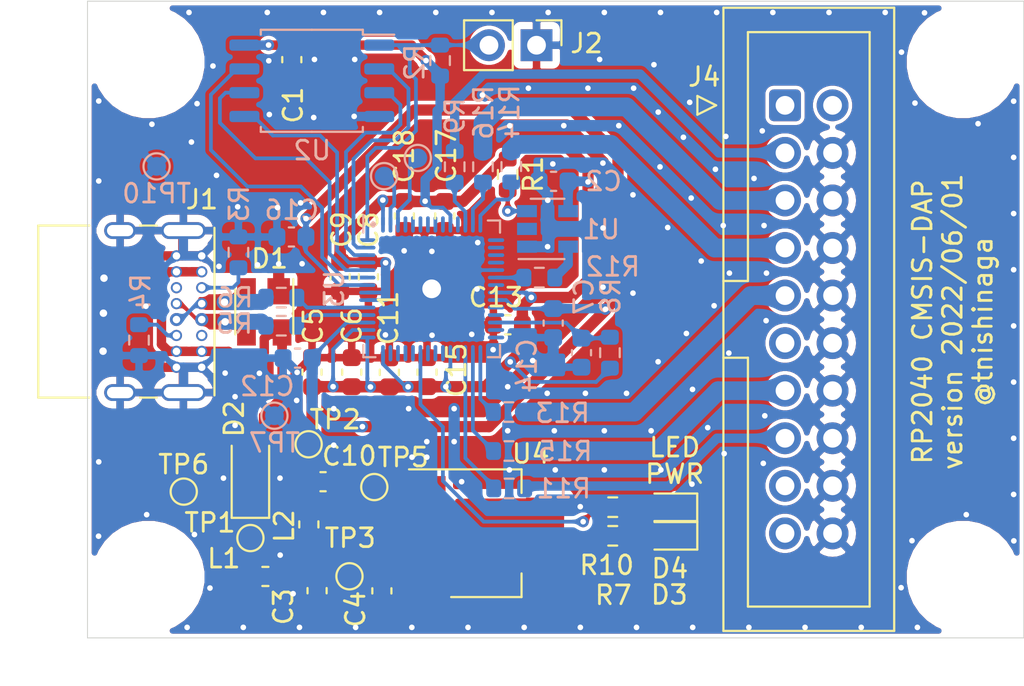
<source format=kicad_pcb>
(kicad_pcb (version 20171130) (host pcbnew "(5.1.10-1-10_14)")
  (layers (0 F.Cu signal) (31 B.Cu signal) (34 B.Paste user) (35 F.Paste user) (36 B.SilkS user) (37 F.SilkS user) (38 B.Mask user) (39 F.Mask user) (44 Edge.Cuts user))
  (net 0 "")
  (net 1 GND)
  (net 2 +3V3)
  (net 3 /VBUS)
  (net 4 +5V)
  (net 5 +1V1)
  (net 6 /D-)
  (net 7 /D+)
  (net 8 "Net-(D4-Pad2)")
  (net 9 /LED)
  (net 10 "Net-(J1-PadB5)")
  (net 11 "Net-(J1-PadA5)")
  (net 12 /UART_TX)
  (net 13 /UART_RX)
  (net 14 /~SRST)
  (net 15 /TDO_SWO)
  (net 16 /TCK_SWCLK)
  (net 17 /TMS_SWDIO)
  (net 18 /TDI)
  (net 19 /~TRST)
  (net 20 "Net-(R1-Pad1)")
  (net 21 /QSPI_CSN)
  (net 22 /XIN)
  (net 23 /QSPI_SD3)
  (net 24 /QSPI_SCLK)
  (net 25 /QSPI_SD0)
  (net 26 /QSPI_SD2)
  (net 27 /QSPI_SD1)
  (net 28 "Net-(D3-Pad2)")
  (net 29 /VO)
  (net 30 "Net-(J4-Pad15)")
  (net 31 "Net-(J4-Pad13)")
  (net 32 "Net-(J4-Pad9)")
  (net 33 "Net-(J4-Pad7)")
  (net 34 "Net-(J4-Pad5)")
  (net 35 "Net-(J4-Pad3)")
  (net 36 "Net-(D2-Pad1)")
  (net 37 /RD-)
  (net 38 /RD+)
  (net 39 "Net-(C7-Pad1)")
  (net 40 "Net-(R12-Pad1)")
  (module Capacitor_SMD:C_0603_1608Metric (layer F.Cu) (at 111.99 69.81 90)
    (fp_text reference C5 (at 2.47 0.06 90) (layer F.SilkS))
    (fp_text value 1uF)
    (pad 1 smd roundrect (at -0.775 0 90) (size 0.9 0.95) (layers F.Cu F.Paste F.Mask) (net 2 +3V3))
    (pad 2 smd roundrect (at 0.775 0 90) (size 0.9 0.95) (layers F.Cu F.Paste F.Mask) (net 1 GND))
  )
  (module Capacitor_SMD:C_0603_1608Metric (layer B.Cu) (at 110.89 62.59 180)
    (fp_text reference C16 (at -0.02 1.44 180) (layer B.SilkS) (effects (justify mirror)))
    (fp_text value 0.1uF)
    (pad 2 smd roundrect (at 0.775 0 180) (size 0.9 0.95) (layers B.Cu B.Paste B.Mask) (net 1 GND))
    (pad 1 smd roundrect (at -0.775 0 180) (size 0.9 0.95) (layers B.Cu B.Paste B.Mask) (net 5 +1V1))
  )
  (module Capacitor_SMD:C_0603_1608Metric (layer F.Cu) (at 122.45 67.28 180)
    (fp_text reference C13 (at 0.64 1.46) (layer F.SilkS))
    (fp_text value 0.1uF)
    (pad 2 smd roundrect (at 0.775 0 180) (size 0.9 0.95) (layers F.Cu F.Paste F.Mask) (net 1 GND))
    (pad 1 smd roundrect (at -0.775 0 180) (size 0.9 0.95) (layers F.Cu F.Paste F.Mask) (net 2 +3V3))
  )
  (module rp2040:RP2040_QFN56_HandSolderHack (layer B.Cu) (at 118.38 65.36 270)
    (fp_text reference U3 (at 0 5.2 90) (layer B.SilkS) (effects (justify mirror)))
    (fp_text value RP2040)
    (pad 57 thru_hole circle (at 0 0 270) (size 2 2) (drill 1) (layers *.Cu *.Mask) (net 1 GND))
    (pad 57 smd rect (at 1.2 -1.2 270) (size 0.8 0.8) (layers B.Cu B.Paste B.Mask) (net 1 GND))
    (pad 57 smd rect (at 1.2 -0.4 270) (size 0.8 0.8) (layers B.Cu B.Paste B.Mask) (net 1 GND))
    (pad 57 smd rect (at 1.2 0.4 270) (size 0.8 0.8) (layers B.Cu B.Paste B.Mask) (net 1 GND))
    (pad 57 smd rect (at 1.2 1.2 270) (size 0.8 0.8) (layers B.Cu B.Paste B.Mask) (net 1 GND))
    (pad 57 smd rect (at 0.4 -1.2 270) (size 0.8 0.8) (layers B.Cu B.Paste B.Mask) (net 1 GND))
    (pad 57 smd rect (at 0.4 -0.4 270) (size 0.8 0.8) (layers B.Cu B.Paste B.Mask) (net 1 GND))
    (pad 57 smd rect (at 0.4 0.4 270) (size 0.8 0.8) (layers B.Cu B.Paste B.Mask) (net 1 GND))
    (pad 57 smd rect (at 0.4 1.2 270) (size 0.8 0.8) (layers B.Cu B.Paste B.Mask) (net 1 GND))
    (pad 57 smd rect (at -0.4 -1.2 270) (size 0.8 0.8) (layers B.Cu B.Paste B.Mask) (net 1 GND))
    (pad 57 smd rect (at -0.4 -0.4 270) (size 0.8 0.8) (layers B.Cu B.Paste B.Mask) (net 1 GND))
    (pad 57 smd rect (at -0.4 0.4 270) (size 0.8 0.8) (layers B.Cu B.Paste B.Mask) (net 1 GND))
    (pad 57 smd rect (at -0.4 1.2 270) (size 0.8 0.8) (layers B.Cu B.Paste B.Mask) (net 1 GND))
    (pad 57 smd rect (at -1.2 -1.2 270) (size 0.8 0.8) (layers B.Cu B.Paste B.Mask) (net 1 GND))
    (pad 57 smd rect (at -1.2 -0.4 270) (size 0.8 0.8) (layers B.Cu B.Paste B.Mask) (net 1 GND))
    (pad 57 smd rect (at -1.2 0.4 270) (size 0.8 0.8) (layers B.Cu B.Paste B.Mask) (net 1 GND))
    (pad 57 smd rect (at -1.2 1.2 270) (size 0.8 0.8) (layers B.Cu B.Paste B.Mask) (net 1 GND))
    (pad 56 smd oval (at -2.6 3.4375 270) (size 0.2 0.875) (layers B.Cu B.Paste B.Mask) (net 21 /QSPI_CSN))
    (pad 55 smd oval (at -2.2 3.4375 270) (size 0.2 0.875) (layers B.Cu B.Paste B.Mask) (net 27 /QSPI_SD1))
    (pad 54 smd oval (at -1.8 3.4375 270) (size 0.2 0.875) (layers B.Cu B.Paste B.Mask) (net 26 /QSPI_SD2))
    (pad 53 smd oval (at -1.4 3.4375 270) (size 0.2 0.875) (layers B.Cu B.Paste B.Mask) (net 25 /QSPI_SD0))
    (pad 52 smd oval (at -1 3.4375 270) (size 0.2 0.875) (layers B.Cu B.Paste B.Mask) (net 24 /QSPI_SCLK))
    (pad 51 smd oval (at -0.6 3.4375 270) (size 0.2 0.875) (layers B.Cu B.Paste B.Mask) (net 23 /QSPI_SD3))
    (pad 50 smd oval (at -0.2 3.4375 270) (size 0.2 0.875) (layers B.Cu B.Paste B.Mask) (net 5 +1V1))
    (pad 49 smd oval (at 0.2 3.4375 270) (size 0.2 0.875) (layers B.Cu B.Paste B.Mask) (net 2 +3V3))
    (pad 48 smd oval (at 0.6 3.4375 270) (size 0.2 0.875) (layers B.Cu B.Paste B.Mask) (net 2 +3V3))
    (pad 47 smd oval (at 1 3.4375 270) (size 0.2 0.875) (layers B.Cu B.Paste B.Mask) (net 38 /RD+))
    (pad 46 smd oval (at 1.4 3.4375 270) (size 0.2 0.875) (layers B.Cu B.Paste B.Mask) (net 37 /RD-))
    (pad 45 smd oval (at 1.8 3.4375 270) (size 0.2 0.875) (layers B.Cu B.Paste B.Mask) (net 5 +1V1))
    (pad 44 smd oval (at 2.2 3.4375 270) (size 0.2 0.875) (layers B.Cu B.Paste B.Mask) (net 2 +3V3))
    (pad 43 smd oval (at 2.6 3.4375 270) (size 0.2 0.875) (layers B.Cu B.Paste B.Mask) (net 2 +3V3))
    (pad 42 smd oval (at 3.4375 2.6 180) (size 0.2 0.875) (layers B.Cu B.Paste B.Mask) (net 2 +3V3))
    (pad 41 smd oval (at 3.4375 2.2 180) (size 0.2 0.875) (layers B.Cu B.Paste B.Mask))
    (pad 40 smd oval (at 3.4375 1.8 180) (size 0.2 0.875) (layers B.Cu B.Paste B.Mask))
    (pad 39 smd oval (at 3.4375 1.4 180) (size 0.2 0.875) (layers B.Cu B.Paste B.Mask))
    (pad 38 smd oval (at 3.4375 1 180) (size 0.2 0.875) (layers B.Cu B.Paste B.Mask))
    (pad 37 smd oval (at 3.4375 0.6 180) (size 0.2 0.875) (layers B.Cu B.Paste B.Mask) (net 9 /LED))
    (pad 36 smd oval (at 3.4375 0.2 180) (size 0.2 0.875) (layers B.Cu B.Paste B.Mask))
    (pad 35 smd oval (at 3.4375 -0.2 180) (size 0.2 0.875) (layers B.Cu B.Paste B.Mask))
    (pad 34 smd oval (at 3.4375 -0.6 180) (size 0.2 0.875) (layers B.Cu B.Paste B.Mask))
    (pad 33 smd oval (at 3.4375 -1 180) (size 0.2 0.875) (layers B.Cu B.Paste B.Mask) (net 2 +3V3))
    (pad 32 smd oval (at 3.4375 -1.4 180) (size 0.2 0.875) (layers B.Cu B.Paste B.Mask))
    (pad 31 smd oval (at 3.4375 -1.8 180) (size 0.2 0.875) (layers B.Cu B.Paste B.Mask) (net 14 /~SRST))
    (pad 30 smd oval (at 3.4375 -2.2 180) (size 0.2 0.875) (layers B.Cu B.Paste B.Mask) (net 15 /TDO_SWO))
    (pad 29 smd oval (at 3.4375 -2.6 180) (size 0.2 0.875) (layers B.Cu B.Paste B.Mask) (net 16 /TCK_SWCLK))
    (pad 28 smd oval (at 2.6 -3.4375 270) (size 0.2 0.875) (layers B.Cu B.Paste B.Mask))
    (pad 27 smd oval (at 2.2 -3.4375 270) (size 0.2 0.875) (layers B.Cu B.Paste B.Mask))
    (pad 26 smd oval (at 1.8 -3.4375 270) (size 0.2 0.875) (layers B.Cu B.Paste B.Mask) (net 39 "Net-(C7-Pad1)"))
    (pad 25 smd oval (at 1.4 -3.4375 270) (size 0.2 0.875) (layers B.Cu B.Paste B.Mask))
    (pad 24 smd oval (at 1 -3.4375 270) (size 0.2 0.875) (layers B.Cu B.Paste B.Mask))
    (pad 23 smd oval (at 0.6 -3.4375 270) (size 0.2 0.875) (layers B.Cu B.Paste B.Mask) (net 5 +1V1))
    (pad 22 smd oval (at 0.2 -3.4375 270) (size 0.2 0.875) (layers B.Cu B.Paste B.Mask) (net 2 +3V3))
    (pad 21 smd oval (at -0.2 -3.4375 270) (size 0.2 0.875) (layers B.Cu B.Paste B.Mask))
    (pad 20 smd oval (at -0.6 -3.4375 270) (size 0.2 0.875) (layers B.Cu B.Paste B.Mask) (net 22 /XIN))
    (pad 19 smd oval (at -1 -3.4375 270) (size 0.2 0.875) (layers B.Cu B.Paste B.Mask) (net 1 GND))
    (pad 18 smd oval (at -1.4 -3.4375 270) (size 0.2 0.875) (layers B.Cu B.Paste B.Mask))
    (pad 17 smd oval (at -1.8 -3.4375 270) (size 0.2 0.875) (layers B.Cu B.Paste B.Mask))
    (pad 16 smd oval (at -2.2 -3.4375 270) (size 0.2 0.875) (layers B.Cu B.Paste B.Mask))
    (pad 15 smd oval (at -2.6 -3.4375 270) (size 0.2 0.875) (layers B.Cu B.Paste B.Mask))
    (pad 14 smd oval (at -3.4375 -2.6 180) (size 0.2 0.875) (layers B.Cu B.Paste B.Mask) (net 17 /TMS_SWDIO))
    (pad 13 smd oval (at -3.4375 -2.2 180) (size 0.2 0.875) (layers B.Cu B.Paste B.Mask) (net 18 /TDI))
    (pad 12 smd oval (at -3.4375 -1.8 180) (size 0.2 0.875) (layers B.Cu B.Paste B.Mask) (net 19 /~TRST))
    (pad 11 smd oval (at -3.4375 -1.4 180) (size 0.2 0.875) (layers B.Cu B.Paste B.Mask))
    (pad 10 smd oval (at -3.4375 -1 180) (size 0.2 0.875) (layers B.Cu B.Paste B.Mask) (net 2 +3V3))
    (pad 9 smd oval (at -3.4375 -0.6 180) (size 0.2 0.875) (layers B.Cu B.Paste B.Mask))
    (pad 8 smd oval (at -3.4375 -0.2 180) (size 0.2 0.875) (layers B.Cu B.Paste B.Mask))
    (pad 7 smd oval (at -3.4375 0.2 180) (size 0.2 0.875) (layers B.Cu B.Paste B.Mask))
    (pad 6 smd oval (at -3.4375 0.6 180) (size 0.2 0.875) (layers B.Cu B.Paste B.Mask))
    (pad 5 smd oval (at -3.4375 1 180) (size 0.2 0.875) (layers B.Cu B.Paste B.Mask))
    (pad 4 smd oval (at -3.4375 1.4 180) (size 0.2 0.875) (layers B.Cu B.Paste B.Mask))
    (pad 3 smd oval (at -3.4375 1.8 180) (size 0.2 0.875) (layers B.Cu B.Paste B.Mask) (net 12 /UART_TX))
    (pad 2 smd oval (at -3.4375 2.2 180) (size 0.2 0.875) (layers B.Cu B.Paste B.Mask) (net 13 /UART_RX))
    (pad 1 smd oval (at -3.4375 2.6 180) (size 0.2 0.875) (layers B.Cu B.Paste B.Mask) (net 2 +3V3))
  )
  (module TestPoint:TestPoint_Pad_D1.0mm (layer B.Cu) (at 103.69 58.82)
    (fp_text reference TP10 (at 0 1.448) (layer B.SilkS) (effects (justify mirror)))
    (fp_text value TestPoint)
    (pad 1 smd circle (at 0 0) (size 1 1) (layers B.Cu B.Mask) (net 1 GND))
  )
  (module TestPoint:TestPoint_Pad_D1.0mm (layer B.Cu) (at 117.64 58.37)
    (fp_text reference TP9 hide)
    (fp_text value TestPoint)
    (pad 1 smd circle (at 0 0) (size 1 1) (layers B.Cu B.Mask) (net 12 /UART_TX))
  )
  (module TestPoint:TestPoint_Pad_D1.0mm (layer B.Cu) (at 115.84 59.34)
    (fp_text reference TP8 hide)
    (fp_text value TestPoint)
    (pad 1 smd circle (at 0 0) (size 1 1) (layers B.Cu B.Mask) (net 13 /UART_RX))
  )
  (module Resistor_SMD:R_0603_1608Metric (layer B.Cu) (at 124.13 64.76 180)
    (fp_text reference R12 (at -3.92 0.58) (layer B.SilkS) (effects (justify mirror)))
    (fp_text value 0)
    (pad 2 smd roundrect (at 0.825 0 180) (size 0.8 0.95) (layers B.Cu B.Paste B.Mask) (net 22 /XIN))
    (pad 1 smd roundrect (at -0.825 0 180) (size 0.8 0.95) (layers B.Cu B.Paste B.Mask) (net 40 "Net-(R12-Pad1)"))
  )
  (module Connector_PinHeader_2.54mm:PinHeader_1x02_P2.54mm_Vertical (layer F.Cu) (at 123.98 52.35 270)
    (fp_text reference J2 (at -0.1 -2.67 180) (layer F.SilkS))
    (fp_text value BOOT)
    (pad 2 thru_hole oval (at 0 2.54 270) (size 1.7 1.7) (drill 1) (layers *.Cu *.Mask) (net 21 /QSPI_CSN))
    (pad 1 thru_hole rect (at 0 0 270) (size 1.7 1.7) (drill 1) (layers *.Cu *.Mask) (net 1 GND))
  )
  (module Package_SO:SOIC-8_5.23x5.23mm_P1.27mm (layer B.Cu) (at 111.98 54.25 180)
    (fp_text reference U2 (at -0.02 -3.72) (layer B.SilkS) (effects (justify mirror)))
    (fp_text value W25Q16JVSSIM)
    (pad 8 smd roundrect (at 3.6 1.905 180) (size 1.6 0.6) (layers B.Cu B.Paste B.Mask) (net 2 +3V3))
    (pad 7 smd roundrect (at 3.6 0.635 180) (size 1.6 0.6) (layers B.Cu B.Paste B.Mask) (net 23 /QSPI_SD3))
    (pad 6 smd roundrect (at 3.6 -0.635 180) (size 1.6 0.6) (layers B.Cu B.Paste B.Mask) (net 24 /QSPI_SCLK))
    (pad 5 smd roundrect (at 3.6 -1.905 180) (size 1.6 0.6) (layers B.Cu B.Paste B.Mask) (net 25 /QSPI_SD0))
    (pad 4 smd roundrect (at -3.6 -1.905 180) (size 1.6 0.6) (layers B.Cu B.Paste B.Mask) (net 1 GND))
    (pad 3 smd roundrect (at -3.6 -0.635 180) (size 1.6 0.6) (layers B.Cu B.Paste B.Mask) (net 26 /QSPI_SD2))
    (pad 2 smd roundrect (at -3.6 0.635 180) (size 1.6 0.6) (layers B.Cu B.Paste B.Mask) (net 27 /QSPI_SD1))
    (pad 1 smd roundrect (at -3.6 1.905 180) (size 1.6 0.6) (layers B.Cu B.Paste B.Mask) (net 21 /QSPI_CSN))
  )
  (module TestPoint:TestPoint_Pad_D1.0mm (layer F.Cu) (at 108.7 78.67)
    (fp_text reference TP1 (at -2.16 -0.82) (layer F.SilkS))
    (fp_text value TestPoint)
    (pad 1 smd circle (at 0 0) (size 1 1) (layers F.Cu F.Mask) (net 36 "Net-(D2-Pad1)"))
  )
  (module Resistor_SMD:R_0603_1608Metric (layer B.Cu) (at 121.12 58.84 90)
    (fp_text reference R16 (at 2.9 0.03 90) (layer B.SilkS) (effects (justify mirror)))
    (fp_text value 0)
    (pad 1 smd roundrect (at -0.825 0 90) (size 0.8 0.95) (layers B.Cu B.Paste B.Mask) (net 18 /TDI))
    (pad 2 smd roundrect (at 0.825 0 90) (size 0.8 0.95) (layers B.Cu B.Paste B.Mask) (net 34 "Net-(J4-Pad5)"))
  )
  (module Resistor_SMD:R_0603_1608Metric (layer B.Cu) (at 122.51 74.02)
    (fp_text reference R15 (at 3 0.02) (layer B.SilkS) (effects (justify mirror)))
    (fp_text value 0)
    (pad 2 smd roundrect (at 0.825 0) (size 0.8 0.95) (layers B.Cu B.Paste B.Mask) (net 31 "Net-(J4-Pad13)"))
    (pad 1 smd roundrect (at -0.825 0) (size 0.8 0.95) (layers B.Cu B.Paste B.Mask) (net 15 /TDO_SWO))
  )
  (module Resistor_SMD:R_0603_1608Metric (layer B.Cu) (at 122.63 58.83 90)
    (fp_text reference R14 (at 2.92 -0.09 90) (layer B.SilkS) (effects (justify mirror)))
    (fp_text value 0)
    (pad 1 smd roundrect (at -0.825 0 90) (size 0.8 0.95) (layers B.Cu B.Paste B.Mask) (net 17 /TMS_SWDIO))
    (pad 2 smd roundrect (at 0.825 0 90) (size 0.8 0.95) (layers B.Cu B.Paste B.Mask) (net 33 "Net-(J4-Pad7)"))
  )
  (module Resistor_SMD:R_0603_1608Metric (layer B.Cu) (at 122.5 71.94)
    (fp_text reference R13 (at 2.87 0.06) (layer B.SilkS) (effects (justify mirror)))
    (fp_text value 0)
    (pad 2 smd roundrect (at 0.825 0) (size 0.8 0.95) (layers B.Cu B.Paste B.Mask) (net 32 "Net-(J4-Pad9)"))
    (pad 1 smd roundrect (at -0.825 0) (size 0.8 0.95) (layers B.Cu B.Paste B.Mask) (net 16 /TCK_SWCLK))
  )
  (module Resistor_SMD:R_0603_1608Metric (layer B.Cu) (at 122.52 76.02)
    (fp_text reference R11 (at 2.91 0.01) (layer B.SilkS) (effects (justify mirror)))
    (fp_text value 0)
    (pad 2 smd roundrect (at 0.825 0) (size 0.8 0.95) (layers B.Cu B.Paste B.Mask) (net 30 "Net-(J4-Pad15)"))
    (pad 1 smd roundrect (at -0.825 0) (size 0.8 0.95) (layers B.Cu B.Paste B.Mask) (net 14 /~SRST))
  )
  (module Resistor_SMD:R_0603_1608Metric (layer B.Cu) (at 119.61 58.84 90)
    (fp_text reference R9 (at 2.71 0.01 90) (layer B.SilkS) (effects (justify mirror)))
    (fp_text value 0)
    (pad 2 smd roundrect (at 0.825 0 90) (size 0.8 0.95) (layers B.Cu B.Paste B.Mask) (net 35 "Net-(J4-Pad3)"))
    (pad 1 smd roundrect (at -0.825 0 90) (size 0.8 0.95) (layers B.Cu B.Paste B.Mask) (net 19 /~TRST))
  )
  (module TestPoint:TestPoint_Pad_D1.0mm (layer B.Cu) (at 109.982 72.136)
    (fp_text reference TP7 (at 0 1.448) (layer B.SilkS) (effects (justify mirror)))
    (fp_text value TestPoint)
    (pad 1 smd circle (at 0 0) (size 1 1) (layers B.Cu B.Mask) (net 1 GND))
  )
  (module TestPoint:TestPoint_Pad_D1.0mm (layer F.Cu) (at 105.14 76.19)
    (fp_text reference TP6 (at 0 -1.448) (layer F.SilkS))
    (fp_text value TestPoint)
    (pad 1 smd circle (at 0 0) (size 1 1) (layers F.Cu F.Mask) (net 1 GND))
  )
  (module Resistor_SMD:R_0603_1608Metric (layer F.Cu) (at 128.05 78.55)
    (fp_text reference R7 (at 0.03 3.17) (layer F.SilkS))
    (fp_text value 1k)
    (pad 2 smd roundrect (at 0.825 0) (size 0.8 0.95) (layers F.Cu F.Paste F.Mask) (net 28 "Net-(D3-Pad2)"))
    (pad 1 smd roundrect (at -0.825 0) (size 0.8 0.95) (layers F.Cu F.Paste F.Mask) (net 29 /VO))
  )
  (module Diode_SMD:D_0603_1608Metric (layer F.Cu) (at 131.08 78.55 180)
    (fp_text reference D3 (at 0.01 -3.15) (layer F.SilkS))
    (fp_text value RED)
    (pad 2 smd roundrect (at 0.7875 0 180) (size 0.875 0.95) (layers F.Cu F.Paste F.Mask) (net 28 "Net-(D3-Pad2)"))
    (pad 1 smd roundrect (at -0.7875 0 180) (size 0.875 0.95) (layers F.Cu F.Paste F.Mask) (net 1 GND))
  )
  (module Diode_SMD:D_SOD-123F (layer F.Cu) (at 108.7 75.39 90)
    (fp_text reference D2 (at 3.09 -0.87 90) (layer F.SilkS))
    (fp_text value MBR130T3G)
    (pad 2 smd rect (at 1.4 0 90) (size 1.1 1.1) (layers F.Cu F.Paste F.Mask) (net 3 /VBUS))
    (pad 1 smd rect (at -1.4 0 90) (size 1.1 1.1) (layers F.Cu F.Paste F.Mask) (net 36 "Net-(D2-Pad1)"))
  )
  (module Capacitor_SMD:C_0603_1608Metric (layer F.Cu) (at 116.92 61.47 270)
    (fp_text reference C18 (at -3.2 0.01 270) (layer F.SilkS))
    (fp_text value 0.1uF)
    (pad 2 smd roundrect (at 0.775 0 270) (size 0.9 0.95) (layers F.Cu F.Paste F.Mask) (net 1 GND))
    (pad 1 smd roundrect (at -0.775 0 270) (size 0.9 0.95) (layers F.Cu F.Paste F.Mask) (net 2 +3V3))
  )
  (module Connector_IDC:IDC-Header_2x10_P2.54mm_Vertical (layer F.Cu) (at 137.25 55.56)
    (fp_text reference J4 (at -4.31 -1.52) (layer F.SilkS))
    (fp_text value Conn_ARM_JTAG_SWD_20)
    (pad 20 thru_hole circle (at 2.54 22.86) (size 1.7 1.7) (drill 1) (layers *.Cu *.Mask) (net 1 GND))
    (pad 18 thru_hole circle (at 2.54 20.32) (size 1.7 1.7) (drill 1) (layers *.Cu *.Mask) (net 1 GND))
    (pad 16 thru_hole circle (at 2.54 17.78) (size 1.7 1.7) (drill 1) (layers *.Cu *.Mask) (net 1 GND))
    (pad 14 thru_hole circle (at 2.54 15.24) (size 1.7 1.7) (drill 1) (layers *.Cu *.Mask) (net 1 GND))
    (pad 12 thru_hole circle (at 2.54 12.7) (size 1.7 1.7) (drill 1) (layers *.Cu *.Mask) (net 1 GND))
    (pad 10 thru_hole circle (at 2.54 10.16) (size 1.7 1.7) (drill 1) (layers *.Cu *.Mask) (net 1 GND))
    (pad 8 thru_hole circle (at 2.54 7.62) (size 1.7 1.7) (drill 1) (layers *.Cu *.Mask) (net 1 GND))
    (pad 6 thru_hole circle (at 2.54 5.08) (size 1.7 1.7) (drill 1) (layers *.Cu *.Mask) (net 1 GND))
    (pad 4 thru_hole circle (at 2.54 2.54) (size 1.7 1.7) (drill 1) (layers *.Cu *.Mask) (net 1 GND))
    (pad 2 thru_hole circle (at 2.54 0) (size 1.7 1.7) (drill 1) (layers *.Cu *.Mask))
    (pad 19 thru_hole circle (at 0 22.86) (size 1.7 1.7) (drill 1) (layers *.Cu *.Mask))
    (pad 17 thru_hole circle (at 0 20.32) (size 1.7 1.7) (drill 1) (layers *.Cu *.Mask))
    (pad 15 thru_hole circle (at 0 17.78) (size 1.7 1.7) (drill 1) (layers *.Cu *.Mask) (net 30 "Net-(J4-Pad15)"))
    (pad 13 thru_hole circle (at 0 15.24) (size 1.7 1.7) (drill 1) (layers *.Cu *.Mask) (net 31 "Net-(J4-Pad13)"))
    (pad 11 thru_hole circle (at 0 12.7) (size 1.7 1.7) (drill 1) (layers *.Cu *.Mask))
    (pad 9 thru_hole circle (at 0 10.16) (size 1.7 1.7) (drill 1) (layers *.Cu *.Mask) (net 32 "Net-(J4-Pad9)"))
    (pad 7 thru_hole circle (at 0 7.62) (size 1.7 1.7) (drill 1) (layers *.Cu *.Mask) (net 33 "Net-(J4-Pad7)"))
    (pad 5 thru_hole circle (at 0 5.08) (size 1.7 1.7) (drill 1) (layers *.Cu *.Mask) (net 34 "Net-(J4-Pad5)"))
    (pad 3 thru_hole circle (at 0 2.54) (size 1.7 1.7) (drill 1) (layers *.Cu *.Mask) (net 35 "Net-(J4-Pad3)"))
    (pad 1 thru_hole roundrect (at 0 0) (size 1.7 1.7) (drill 1) (layers *.Cu *.Mask) (roundrect_rratio 0.1470588235294118))
  )
  (module Inductor_SMD:L_0603_1608Metric (layer F.Cu) (at 111.82 77.94 90)
    (fp_text reference L2 (at -0.09 -1.31 90) (layer F.SilkS))
    (fp_text value N.F.)
    (pad 2 smd roundrect (at 0.7875 0 90) (size 0.875 0.95) (layers F.Cu F.Paste F.Mask) (net 2 +3V3))
    (pad 1 smd roundrect (at -0.7875 0 90) (size 0.875 0.95) (layers F.Cu F.Paste F.Mask) (net 29 /VO))
  )
  (module Package_TO_SOT_SMD:SOT-223-3_TabPin2 (layer F.Cu) (at 121.27 78.41)
    (fp_text reference U4 (at 2.4 -4.24) (layer F.SilkS))
    (fp_text value NCP1117ST33T3G)
    (pad 1 smd rect (at -3.15 -2.3) (size 2 1.5) (layers F.Cu F.Paste F.Mask) (net 1 GND))
    (pad 3 smd rect (at -3.15 2.3) (size 2 1.5) (layers F.Cu F.Paste F.Mask) (net 4 +5V))
    (pad 2 smd rect (at -3.15 0) (size 2 1.5) (layers F.Cu F.Paste F.Mask) (net 29 /VO))
    (pad 2 smd rect (at 3.15 0) (size 2 3.8) (layers F.Cu F.Paste F.Mask) (net 29 /VO))
  )
  (module Package_TO_SOT_SMD:SOT-23-5 (layer B.Cu) (at 124.57 62.16)
    (fp_text reference U1 (at 2.86 0.03) (layer B.SilkS) (effects (justify mirror)))
    (fp_text value SIT2001B)
    (pad 5 smd rect (at 1.1 0.95) (size 1.06 0.65) (layers B.Cu B.Paste B.Mask) (net 40 "Net-(R12-Pad1)"))
    (pad 4 smd rect (at 1.1 -0.95) (size 1.06 0.65) (layers B.Cu B.Paste B.Mask) (net 2 +3V3))
    (pad 3 smd rect (at -1.1 -0.95) (size 1.06 0.65) (layers B.Cu B.Paste B.Mask) (net 20 "Net-(R1-Pad1)"))
    (pad 2 smd rect (at -1.1 0) (size 1.06 0.65) (layers B.Cu B.Paste B.Mask))
    (pad 1 smd rect (at -1.1 0.95) (size 1.06 0.65) (layers B.Cu B.Paste B.Mask) (net 1 GND))
  )
  (module TestPoint:TestPoint_Pad_D1.0mm (layer F.Cu) (at 115.316 75.946)
    (fp_text reference TP5 (at 1.544 -1.586) (layer F.SilkS))
    (fp_text value TestPoint)
    (pad 1 smd circle (at 0 0) (size 1 1) (layers F.Cu F.Mask) (net 1 GND))
  )
  (module TestPoint:TestPoint_Pad_D1.0mm (layer F.Cu) (at 113.99 80.71)
    (fp_text reference TP3 (at 0.04 -2.04 180) (layer F.SilkS))
    (fp_text value TestPoint)
    (pad 1 smd circle (at 0 0) (size 1 1) (layers F.Cu F.Mask) (net 4 +5V))
  )
  (module TestPoint:TestPoint_Pad_D1.0mm (layer F.Cu) (at 111.81 73.66)
    (fp_text reference TP2 (at 1.41 -1.32) (layer F.SilkS))
    (fp_text value TestPoint)
    (pad 1 smd circle (at 0 0) (size 1 1) (layers F.Cu F.Mask) (net 2 +3V3))
  )
  (module Resistor_SMD:R_0603_1608Metric (layer F.Cu) (at 128.05 77.02)
    (fp_text reference R10 (at -0.32 3.1) (layer F.SilkS))
    (fp_text value 1k)
    (pad 2 smd roundrect (at 0.825 0) (size 0.8 0.95) (layers F.Cu F.Paste F.Mask) (net 8 "Net-(D4-Pad2)"))
    (pad 1 smd roundrect (at -0.825 0) (size 0.8 0.95) (layers F.Cu F.Paste F.Mask) (net 9 /LED))
  )
  (module Resistor_SMD:R_0603_1608Metric (layer B.Cu) (at 127.9 68.77 90)
    (fp_text reference R8 (at 3.02 0.04 90) (layer B.SilkS) (effects (justify mirror)))
    (fp_text value 100k)
    (pad 2 smd roundrect (at 0.825 0 90) (size 0.8 0.95) (layers B.Cu B.Paste B.Mask) (net 39 "Net-(C7-Pad1)"))
    (pad 1 smd roundrect (at -0.825 0 90) (size 0.8 0.95) (layers B.Cu B.Paste B.Mask) (net 2 +3V3))
  )
  (module Resistor_SMD:R_0603_1608Metric (layer B.Cu) (at 110.35 65.83 180)
    (fp_text reference R6 (at 2.48 0) (layer B.SilkS) (effects (justify mirror)))
    (fp_text value 27)
    (pad 2 smd roundrect (at 0.825 0 180) (size 0.8 0.95) (layers B.Cu B.Paste B.Mask) (net 7 /D+))
    (pad 1 smd roundrect (at -0.825 0 180) (size 0.8 0.95) (layers B.Cu B.Paste B.Mask) (net 38 /RD+))
  )
  (module Resistor_SMD:R_0603_1608Metric (layer B.Cu) (at 110.35 67.33 180)
    (fp_text reference R5 (at 2.5 0.1) (layer B.SilkS) (effects (justify mirror)))
    (fp_text value 27)
    (pad 2 smd roundrect (at 0.825 0 180) (size 0.8 0.95) (layers B.Cu B.Paste B.Mask) (net 6 /D-))
    (pad 1 smd roundrect (at -0.825 0 180) (size 0.8 0.95) (layers B.Cu B.Paste B.Mask) (net 37 /RD-))
  )
  (module Resistor_SMD:R_0603_1608Metric (layer B.Cu) (at 102.75 68.1 90)
    (fp_text reference R4 (at 2.58 0.09 90) (layer B.SilkS) (effects (justify mirror)))
    (fp_text value 5.1k)
    (pad 2 smd roundrect (at 0.825 0 90) (size 0.8 0.95) (layers B.Cu B.Paste B.Mask) (net 10 "Net-(J1-PadB5)"))
    (pad 1 smd roundrect (at -0.825 0 90) (size 0.8 0.95) (layers B.Cu B.Paste B.Mask) (net 1 GND))
  )
  (module Resistor_SMD:R_0603_1608Metric (layer B.Cu) (at 108.06 63.41 270)
    (fp_text reference R3 (at -2.59 -0.04 270) (layer B.SilkS) (effects (justify mirror)))
    (fp_text value 5.1k)
    (pad 2 smd roundrect (at 0.825 0 270) (size 0.8 0.95) (layers B.Cu B.Paste B.Mask) (net 11 "Net-(J1-PadA5)"))
    (pad 1 smd roundrect (at -0.825 0 270) (size 0.8 0.95) (layers B.Cu B.Paste B.Mask) (net 1 GND))
  )
  (module Resistor_SMD:R_0603_1608Metric (layer B.Cu) (at 118.83 53.17 270)
    (fp_text reference R2 (at 0.1 1.36 90) (layer B.SilkS) (effects (justify mirror)))
    (fp_text value 10k)
    (pad 2 smd roundrect (at 0.825 0 270) (size 0.8 0.95) (layers B.Cu B.Paste B.Mask) (net 2 +3V3))
    (pad 1 smd roundrect (at -0.825 0 270) (size 0.8 0.95) (layers B.Cu B.Paste B.Mask) (net 21 /QSPI_CSN))
  )
  (module Resistor_SMD:R_0603_1608Metric (layer F.Cu) (at 122.44 59.25 90)
    (fp_text reference R1 (at 0 1.36 270) (layer F.SilkS))
    (fp_text value 10k)
    (pad 2 smd roundrect (at 0.825 0 90) (size 0.8 0.95) (layers F.Cu F.Paste F.Mask) (net 2 +3V3))
    (pad 1 smd roundrect (at -0.825 0 90) (size 0.8 0.95) (layers F.Cu F.Paste F.Mask) (net 20 "Net-(R1-Pad1)"))
  )
  (module Inductor_SMD:L_0603_1608Metric (layer F.Cu) (at 109.5 80.72)
    (fp_text reference L1 (at -2.22 -0.96) (layer F.SilkS))
    (fp_text value N.F.)
    (pad 2 smd roundrect (at 0.7875 0) (size 0.875 0.95) (layers F.Cu F.Paste F.Mask) (net 4 +5V))
    (pad 1 smd roundrect (at -0.7875 0) (size 0.875 0.95) (layers F.Cu F.Paste F.Mask) (net 36 "Net-(D2-Pad1)"))
  )
  (module Connector_USB:USB_C_Receptacle_GCT_USB4085 (layer F.Cu) (at 106.1 63.6 270)
    (fp_text reference J1 (at -3.01 -0.01 180) (layer F.SilkS))
    (fp_text value USB_C_Receptacle_USB2.0)
    (pad S1 thru_hole oval (at 7.3 4.36 270) (size 0.9 1.7) (drill oval 0.6 1.4) (layers *.Cu *.Mask) (net 1 GND))
    (pad S1 thru_hole oval (at -1.35 4.36 270) (size 0.9 1.7) (drill oval 0.6 1.4) (layers *.Cu *.Mask) (net 1 GND))
    (pad S1 thru_hole oval (at 7.3 0.98 270) (size 0.9 2.4) (drill oval 0.6 2.1) (layers *.Cu *.Mask) (net 1 GND))
    (pad S1 thru_hole oval (at -1.35 0.98 270) (size 0.9 2.4) (drill oval 0.6 2.1) (layers *.Cu *.Mask) (net 1 GND))
    (pad B6 thru_hole circle (at 3.4 1.35 270) (size 0.7 0.7) (drill 0.4) (layers *.Cu *.Mask) (net 7 /D+))
    (pad B1 thru_hole circle (at 5.95 1.35 270) (size 0.6 0.6) (drill 0.4) (layers *.Cu *.Mask) (net 1 GND))
    (pad B4 thru_hole circle (at 5.1 1.35 270) (size 0.6 0.6) (drill 0.4) (layers *.Cu *.Mask) (net 3 /VBUS))
    (pad B5 thru_hole circle (at 4.25 1.35 270) (size 0.6 0.6) (drill 0.4) (layers *.Cu *.Mask) (net 10 "Net-(J1-PadB5)"))
    (pad B12 thru_hole circle (at 0 1.35 270) (size 0.6 0.6) (drill 0.4) (layers *.Cu *.Mask) (net 1 GND))
    (pad B8 thru_hole circle (at 1.7 1.35 270) (size 0.6 0.6) (drill 0.4) (layers *.Cu *.Mask))
    (pad B7 thru_hole circle (at 2.55 1.35 270) (size 0.6 0.6) (drill 0.4) (layers *.Cu *.Mask) (net 6 /D-))
    (pad B9 thru_hole circle (at 0.85 1.35 270) (size 0.6 0.6) (drill 0.4) (layers *.Cu *.Mask) (net 3 /VBUS))
    (pad A12 thru_hole circle (at 5.95 0 270) (size 0.6 0.6) (drill 0.4) (layers *.Cu *.Mask) (net 1 GND))
    (pad A9 thru_hole circle (at 5.1 0 270) (size 0.6 0.6) (drill 0.4) (layers *.Cu *.Mask) (net 3 /VBUS))
    (pad A8 thru_hole circle (at 4.25 0 270) (size 0.6 0.6) (drill 0.4) (layers *.Cu *.Mask))
    (pad A7 thru_hole circle (at 3.4 0 270) (size 0.7 0.7) (drill 0.4) (layers *.Cu *.Mask) (net 6 /D-))
    (pad A6 thru_hole circle (at 2.55 0 270) (size 0.6 0.6) (drill 0.4) (layers *.Cu *.Mask) (net 7 /D+))
    (pad A5 thru_hole circle (at 1.7 0 270) (size 0.6 0.6) (drill 0.4) (layers *.Cu *.Mask) (net 11 "Net-(J1-PadA5)"))
    (pad A4 thru_hole circle (at 0.85 0 270) (size 0.6 0.6) (drill 0.4) (layers *.Cu *.Mask) (net 3 /VBUS))
    (pad A1 thru_hole circle (at 0 0 270) (size 0.6 0.6) (drill 0.4) (layers *.Cu *.Mask) (net 1 GND))
  )
  (module MountingHole:MountingHole_3mm (layer F.Cu) (at 146.75 53.25)
    (fp_text reference H4 hide)
    (fp_text value MountingHole hide)
    (pad 1 np_thru_hole circle (at 0 0) (size 3 3) (drill 3) (layers *.Cu *.Mask))
  )
  (module MountingHole:MountingHole_3mm (layer F.Cu) (at 103.25 80.75)
    (fp_text reference H3 hide)
    (fp_text value MountingHole hide)
    (pad 1 np_thru_hole circle (at 0 0) (size 3 3) (drill 3) (layers *.Cu *.Mask))
  )
  (module MountingHole:MountingHole_3mm (layer F.Cu) (at 146.75 80.75)
    (fp_text reference H2 hide)
    (fp_text value MountingHole hide)
    (pad 1 np_thru_hole circle (at 0 0) (size 3 3) (drill 3) (layers *.Cu *.Mask))
  )
  (module MountingHole:MountingHole_3mm (layer F.Cu) (at 103.25 53.25)
    (fp_text reference H1 hide)
    (fp_text value MountingHole hide)
    (pad 1 np_thru_hole circle (at 0 0) (size 3 3) (drill 3) (layers *.Cu *.Mask))
  )
  (module Diode_SMD:D_0603_1608Metric (layer F.Cu) (at 131.076 77.026 180)
    (fp_text reference D4 (at -0.024 -3.274) (layer F.SilkS))
    (fp_text value GREEN)
    (pad 2 smd roundrect (at 0.7875 0 180) (size 0.875 0.95) (layers F.Cu F.Paste F.Mask) (net 8 "Net-(D4-Pad2)"))
    (pad 1 smd roundrect (at -0.7875 0 180) (size 0.875 0.95) (layers F.Cu F.Paste F.Mask) (net 1 GND))
  )
  (module Package_TO_SOT_SMD:SOT-143 (layer F.Cu) (at 109.44 66.59 270)
    (fp_text reference D1 (at -2.836 -0.288 180) (layer F.SilkS))
    (fp_text value PRTR5V0U2X)
    (pad 4 smd rect (at 1.1 -0.95 180) (size 1 1.4) (layers F.Cu F.Paste F.Mask) (net 3 /VBUS))
    (pad 3 smd rect (at 1.1 0.95 180) (size 1 1.4) (layers F.Cu F.Paste F.Mask) (net 6 /D-))
    (pad 2 smd rect (at -1.1 0.95 180) (size 1 1.4) (layers F.Cu F.Paste F.Mask) (net 7 /D+))
    (pad 1 smd rect (at -1.1 -0.77 180) (size 1.2 1.4) (layers F.Cu F.Paste F.Mask) (net 1 GND))
  )
  (module Capacitor_SMD:C_0603_1608Metric (layer F.Cu) (at 119.08 61.468 270)
    (fp_text reference C17 (at -3.208 -0.08 90) (layer F.SilkS))
    (fp_text value 0.1uF)
    (pad 2 smd roundrect (at 0.775 0 270) (size 0.9 0.95) (layers F.Cu F.Paste F.Mask) (net 1 GND))
    (pad 1 smd roundrect (at -0.775 0 270) (size 0.9 0.95) (layers F.Cu F.Paste F.Mask) (net 2 +3V3))
  )
  (module Capacitor_SMD:C_0603_1608Metric (layer F.Cu) (at 118.13 69.81 90)
    (fp_text reference C15 (at 0.11 1.58 90) (layer F.SilkS))
    (fp_text value 0.1uF)
    (pad 1 smd roundrect (at -0.775 0 90) (size 0.9 0.95) (layers F.Cu F.Paste F.Mask) (net 2 +3V3))
    (pad 2 smd roundrect (at 0.775 0 90) (size 0.9 0.95) (layers F.Cu F.Paste F.Mask) (net 1 GND))
  )
  (module Capacitor_SMD:C_0603_1608Metric (layer B.Cu) (at 124.87 67.19 270)
    (fp_text reference C14 (at 2.28 1.4 90) (layer B.SilkS) (effects (justify mirror)))
    (fp_text value 0.1uF)
    (pad 2 smd roundrect (at 0.775 0 270) (size 0.9 0.95) (layers B.Cu B.Paste B.Mask) (net 1 GND))
    (pad 1 smd roundrect (at -0.775 0 270) (size 0.9 0.95) (layers B.Cu B.Paste B.Mask) (net 5 +1V1))
  )
  (module Capacitor_SMD:C_0603_1608Metric (layer B.Cu) (at 111.22 69.06 180)
    (fp_text reference C12 (at 1.62 -1.51) (layer B.SilkS) (effects (justify mirror)))
    (fp_text value 1uF)
    (pad 1 smd roundrect (at -0.775 0 180) (size 0.9 0.95) (layers B.Cu B.Paste B.Mask) (net 5 +1V1))
    (pad 2 smd roundrect (at 0.775 0 180) (size 0.9 0.95) (layers B.Cu B.Paste B.Mask) (net 1 GND))
  )
  (module Capacitor_SMD:C_0603_1608Metric (layer F.Cu) (at 116.12 69.82 90)
    (fp_text reference C11 (at 2.9 -0.05 270) (layer F.SilkS))
    (fp_text value 0.1uF)
    (pad 1 smd roundrect (at -0.775 0 90) (size 0.9 0.95) (layers F.Cu F.Paste F.Mask) (net 2 +3V3))
    (pad 2 smd roundrect (at 0.775 0 90) (size 0.9 0.95) (layers F.Cu F.Paste F.Mask) (net 1 GND))
  )
  (module Capacitor_SMD:C_0603_1608Metric (layer F.Cu) (at 112.58 75.66)
    (fp_text reference C10 (at 1.4 -1.38) (layer F.SilkS))
    (fp_text value 10uF)
    (pad 2 smd roundrect (at 0.775 0) (size 0.9 0.95) (layers F.Cu F.Paste F.Mask) (net 1 GND))
    (pad 1 smd roundrect (at -0.775 0) (size 0.9 0.95) (layers F.Cu F.Paste F.Mask) (net 2 +3V3))
  )
  (module Capacitor_SMD:C_0603_1608Metric (layer F.Cu) (at 113.49 64.72 270)
    (fp_text reference C9 (at -2.52 -0.08 90) (layer F.SilkS))
    (fp_text value 0.1uF)
    (pad 2 smd roundrect (at 0.775 0 270) (size 0.9 0.95) (layers F.Cu F.Paste F.Mask) (net 1 GND))
    (pad 1 smd roundrect (at -0.775 0 270) (size 0.9 0.95) (layers F.Cu F.Paste F.Mask) (net 2 +3V3))
  )
  (module Capacitor_SMD:C_0603_1608Metric (layer F.Cu) (at 115 64.72 270)
    (fp_text reference C8 (at -2.51 -0.01 90) (layer F.SilkS))
    (fp_text value 0.1uF)
    (pad 2 smd roundrect (at 0.775 0 270) (size 0.9 0.95) (layers F.Cu F.Paste F.Mask) (net 1 GND))
    (pad 1 smd roundrect (at -0.775 0 270) (size 0.9 0.95) (layers F.Cu F.Paste F.Mask) (net 2 +3V3))
  )
  (module Capacitor_SMD:C_0603_1608Metric (layer B.Cu) (at 126.38 68.77 270)
    (fp_text reference C7 (at -3 -0.13 90) (layer B.SilkS) (effects (justify mirror)))
    (fp_text value 0.1uF)
    (pad 2 smd roundrect (at 0.775 0 270) (size 0.9 0.95) (layers B.Cu B.Paste B.Mask) (net 1 GND))
    (pad 1 smd roundrect (at -0.775 0 270) (size 0.9 0.95) (layers B.Cu B.Paste B.Mask) (net 39 "Net-(C7-Pad1)"))
  )
  (module Capacitor_SMD:C_0603_1608Metric (layer F.Cu) (at 114.11 69.81 90)
    (fp_text reference C6 (at 2.48 0.01 270) (layer F.SilkS))
    (fp_text value 0.1uF)
    (pad 1 smd roundrect (at -0.775 0 90) (size 0.9 0.95) (layers F.Cu F.Paste F.Mask) (net 2 +3V3))
    (pad 2 smd roundrect (at 0.775 0 90) (size 0.9 0.95) (layers F.Cu F.Paste F.Mask) (net 1 GND))
  )
  (module Capacitor_SMD:C_0603_1608Metric (layer F.Cu) (at 115.72 81.49 270)
    (fp_text reference C4 (at 0.98 1.41 90) (layer F.SilkS))
    (fp_text value 10uF)
    (pad 2 smd roundrect (at 0.775 0 270) (size 0.9 0.95) (layers F.Cu F.Paste F.Mask) (net 1 GND))
    (pad 1 smd roundrect (at -0.775 0 270) (size 0.9 0.95) (layers F.Cu F.Paste F.Mask) (net 4 +5V))
  )
  (module Capacitor_SMD:C_0603_1608Metric (layer F.Cu) (at 112.26 81.48 270)
    (fp_text reference C3 (at 0.86 1.8 90) (layer F.SilkS))
    (fp_text value 0.001uF/N.F.)
    (pad 2 smd roundrect (at 0.775 0 270) (size 0.9 0.95) (layers F.Cu F.Paste F.Mask) (net 1 GND))
    (pad 1 smd roundrect (at -0.775 0 270) (size 0.9 0.95) (layers F.Cu F.Paste F.Mask) (net 4 +5V))
  )
  (module Capacitor_SMD:C_0603_1608Metric (layer B.Cu) (at 124.89 59.62 180)
    (fp_text reference C2 (at -2.67 0) (layer B.SilkS) (effects (justify mirror)))
    (fp_text value 0.1uF)
    (pad 2 smd roundrect (at 0.775 0 180) (size 0.9 0.95) (layers B.Cu B.Paste B.Mask) (net 1 GND))
    (pad 1 smd roundrect (at -0.775 0 180) (size 0.9 0.95) (layers B.Cu B.Paste B.Mask) (net 2 +3V3))
  )
  (module Capacitor_SMD:C_0603_1608Metric (layer F.Cu) (at 110.91 53.12 270)
    (fp_text reference C1 (at 2.43 -0.07 270) (layer F.SilkS))
    (fp_text value 0.1uF)
    (pad 2 smd roundrect (at 0.775 0 270) (size 0.9 0.95) (layers F.Cu F.Paste F.Mask) (net 1 GND))
    (pad 1 smd roundrect (at -0.775 0 270) (size 0.9 0.95) (layers F.Cu F.Paste F.Mask) (net 2 +3V3))
  )
  (gr_text . (at 115.26 61.1) (layer B.SilkS) (effects (font (size 2 2)) (justify mirror)))
  (gr_text LED (at 131.36 73.83) (layer F.SilkS) (effects (font (size 1 1))))
  (gr_text PWR (at 131.36 75.25) (layer F.SilkS) (effects (font (size 1 1))))
  (gr_text "RP2040 CMSIS-DAP\nversion 2022/06/01\n@tnishinaga" (at 146.2 67.12 90) (layer F.SilkS) (effects (font (size 1 1))))
  (gr_line (start 100 50) (end 100 84) (layer Edge.Cuts) (width 0.05))
  (gr_line (start 150 50) (end 150 84) (layer Edge.Cuts) (width 0.05))
  (gr_line (start 150 84) (end 100 84) (layer Edge.Cuts) (width 0.05))
  (gr_line (start 150 50) (end 100 50) (layer Edge.Cuts) (width 0.05))
  (via (at 113.15 71.76) (size 0.6) (drill 0.3) (layers F.Cu B.Cu) (net 1))
  (via (at 121.66 68.61) (size 0.6) (drill 0.3) (layers F.Cu B.Cu) (net 1))
  (segment (start 119.38 64.36) (end 118.38 65.36) (width 0.2) (layer B.Cu) (net 1))
  (segment (start 121.8175 64.36) (end 119.38 64.36) (width 0.2) (layer B.Cu) (net 1))
  (segment (start 118.11 76.12) (end 118.12 76.11) (width 0.5) (layer F.Cu) (net 1))
  (segment (start 115.48 76.11) (end 115.316 75.946) (width 0.5) (layer F.Cu) (net 1))
  (segment (start 118.12 76.11) (end 115.48 76.11) (width 0.5) (layer F.Cu) (net 1))
  (segment (start 115.094 75.946) (end 114.808 75.66) (width 0.5) (layer F.Cu) (net 1))
  (segment (start 115.316 75.946) (end 115.094 75.946) (width 0.5) (layer F.Cu) (net 1))
  (segment (start 113.355 75.66) (end 114.808 75.66) (width 0.5) (layer F.Cu) (net 1))
  (segment (start 106.95 78.07) (end 105.12 76.24) (width 0.5) (layer F.Cu) (net 1))
  (segment (start 106.95 80.475) (end 106.95 78.07) (width 0.5) (layer F.Cu) (net 1))
  (segment (start 118.12 74.35) (end 118.12 74.35) (width 0.5) (layer F.Cu) (net 1))
  (segment (start 118.12 76.11) (end 118.12 74.35) (width 0.5) (layer F.Cu) (net 1))
  (via (at 118.12 74.35) (size 0.6) (drill 0.3) (layers F.Cu B.Cu) (net 1))
  (via (at 117.33 74.35) (size 0.6) (drill 0.3) (layers F.Cu B.Cu) (net 1))
  (via (at 144.7 50.62) (size 0.6) (drill 0.3) (layers F.Cu B.Cu) (net 1))
  (via (at 105.42 50.6) (size 0.6) (drill 0.3) (layers F.Cu B.Cu) (net 1))
  (via (at 109.6 50.6) (size 0.6) (drill 0.3) (layers F.Cu B.Cu) (net 1))
  (via (at 112.6 50.6) (size 0.6) (drill 0.3) (layers F.Cu B.Cu) (net 1))
  (via (at 115.6 50.6) (size 0.6) (drill 0.3) (layers F.Cu B.Cu) (net 1))
  (via (at 118.6 50.6) (size 0.6) (drill 0.3) (layers F.Cu B.Cu) (net 1))
  (via (at 121.6 50.6) (size 0.6) (drill 0.3) (layers F.Cu B.Cu) (net 1))
  (via (at 124.6 50.6) (size 0.6) (drill 0.3) (layers F.Cu B.Cu) (net 1))
  (via (at 127.6 50.6) (size 0.6) (drill 0.3) (layers F.Cu B.Cu) (net 1))
  (via (at 130.6 50.6) (size 0.6) (drill 0.3) (layers F.Cu B.Cu) (net 1))
  (via (at 133.6 50.6) (size 0.6) (drill 0.3) (layers F.Cu B.Cu) (net 1))
  (via (at 136.6 50.6) (size 0.6) (drill 0.3) (layers F.Cu B.Cu) (net 1))
  (via (at 139.6 50.6) (size 0.6) (drill 0.3) (layers F.Cu B.Cu) (net 1))
  (via (at 142.6 50.6) (size 0.6) (drill 0.3) (layers F.Cu B.Cu) (net 1))
  (via (at 100.6 55.33) (size 0.6) (drill 0.3) (layers F.Cu B.Cu) (net 1))
  (via (at 100.6 59.6) (size 0.6) (drill 0.3) (layers F.Cu B.Cu) (net 1))
  (via (at 100.6 74.6) (size 0.6) (drill 0.3) (layers F.Cu B.Cu) (net 1))
  (via (at 100.59 78.57) (size 0.6) (drill 0.3) (layers F.Cu B.Cu) (net 1))
  (via (at 105.32 83.44) (size 0.6) (drill 0.3) (layers F.Cu B.Cu) (net 1))
  (via (at 108.32 83.44) (size 0.6) (drill 0.3) (layers F.Cu B.Cu) (net 1))
  (via (at 111.32 83.44) (size 0.6) (drill 0.3) (layers F.Cu B.Cu) (net 1))
  (via (at 114.32 83.44) (size 0.6) (drill 0.3) (layers F.Cu B.Cu) (net 1))
  (via (at 117.32 83.44) (size 0.6) (drill 0.3) (layers F.Cu B.Cu) (net 1))
  (via (at 120.32 83.44) (size 0.6) (drill 0.3) (layers F.Cu B.Cu) (net 1))
  (via (at 123.32 83.44) (size 0.6) (drill 0.3) (layers F.Cu B.Cu) (net 1))
  (via (at 126.32 83.44) (size 0.6) (drill 0.3) (layers F.Cu B.Cu) (net 1))
  (via (at 129.32 83.44) (size 0.6) (drill 0.3) (layers F.Cu B.Cu) (net 1))
  (via (at 132.32 83.44) (size 0.6) (drill 0.3) (layers F.Cu B.Cu) (net 1))
  (via (at 135.32 83.44) (size 0.6) (drill 0.3) (layers F.Cu B.Cu) (net 1))
  (via (at 138.32 83.44) (size 0.6) (drill 0.3) (layers F.Cu B.Cu) (net 1))
  (via (at 141.32 83.44) (size 0.6) (drill 0.3) (layers F.Cu B.Cu) (net 1))
  (via (at 144.32 83.44) (size 0.6) (drill 0.3) (layers F.Cu B.Cu) (net 1))
  (via (at 149.46 55.34) (size 0.6) (drill 0.3) (layers F.Cu B.Cu) (net 1))
  (via (at 149.46 58.34) (size 0.6) (drill 0.3) (layers F.Cu B.Cu) (net 1))
  (via (at 149.46 61.34) (size 0.6) (drill 0.3) (layers F.Cu B.Cu) (net 1))
  (via (at 149.46 64.34) (size 0.6) (drill 0.3) (layers F.Cu B.Cu) (net 1))
  (via (at 149.46 67.34) (size 0.6) (drill 0.3) (layers F.Cu B.Cu) (net 1))
  (via (at 149.46 70.34) (size 0.6) (drill 0.3) (layers F.Cu B.Cu) (net 1))
  (via (at 149.46 73.34) (size 0.6) (drill 0.3) (layers F.Cu B.Cu) (net 1))
  (via (at 149.46 76.34) (size 0.6) (drill 0.3) (layers F.Cu B.Cu) (net 1))
  (via (at 149.47 78.82) (size 0.6) (drill 0.3) (layers F.Cu B.Cu) (net 1))
  (via (at 107.26 75.47) (size 0.6) (drill 0.3) (layers F.Cu B.Cu) (net 1))
  (via (at 106.89 59.3) (size 0.6) (drill 0.3) (layers F.Cu B.Cu) (net 1))
  (via (at 105.55 57.52) (size 0.6) (drill 0.3) (layers F.Cu B.Cu) (net 1))
  (via (at 106.7 53.46) (size 0.6) (drill 0.3) (layers F.Cu B.Cu) (net 1))
  (via (at 110.28 75.47) (size 0.6) (drill 0.3) (layers F.Cu B.Cu) (net 1))
  (via (at 110.29 79.58) (size 0.6) (drill 0.3) (layers F.Cu B.Cu) (net 1))
  (via (at 107.88 72.65) (size 0.6) (drill 0.3) (layers F.Cu B.Cu) (net 1))
  (segment (start 113.985 82.255) (end 114.01 82.28) (width 0.5) (layer F.Cu) (net 1))
  (segment (start 112.26 82.255) (end 113.985 82.255) (width 0.5) (layer F.Cu) (net 1))
  (segment (start 115.705 82.28) (end 115.72 82.265) (width 0.5) (layer F.Cu) (net 1))
  (segment (start 114.01 82.28) (end 115.705 82.28) (width 0.5) (layer F.Cu) (net 1))
  (via (at 110.98 81.64) (size 0.6) (drill 0.3) (layers F.Cu B.Cu) (net 1))
  (segment (start 104.75 69.55) (end 103.51 69.55) (width 0.5) (layer F.Cu) (net 1))
  (segment (start 100.6 59.6) (end 100.6 61.41001) (width 0.25) (layer B.Cu) (net 1))
  (segment (start 100.6 61.41001) (end 100.59999 61.41) (width 0.25) (layer B.Cu) (net 1))
  (segment (start 100.59999 61.41) (end 100.35001 61.65998) (width 0.25) (layer B.Cu) (net 1))
  (segment (start 100.35001 74.35001) (end 100.6 74.6) (width 0.25) (layer B.Cu) (net 1))
  (segment (start 100.35001 61.65998) (end 100.35001 74.35001) (width 0.25) (layer B.Cu) (net 1))
  (via (at 107.88 71.12) (size 0.6) (drill 0.3) (layers F.Cu B.Cu) (net 1))
  (via (at 100.85 66.66) (size 0.8) (drill 0.4) (layers F.Cu B.Cu) (net 1))
  (via (at 100.83 68.69) (size 0.8) (drill 0.4) (layers F.Cu B.Cu) (net 1))
  (via (at 100.88 64.79) (size 0.8) (drill 0.4) (layers F.Cu B.Cu) (net 1))
  (via (at 107.35 69.86) (size 0.6) (drill 0.3) (layers F.Cu B.Cu) (net 1))
  (segment (start 100.35001 74.35001) (end 100.6 74.6) (width 0.25) (layer F.Cu) (net 1))
  (segment (start 100.35001 69.16999) (end 100.35001 74.35001) (width 0.25) (layer F.Cu) (net 1))
  (segment (start 100.83 68.69) (end 100.35001 69.16999) (width 0.25) (layer F.Cu) (net 1))
  (segment (start 100.35 64.26) (end 100.88 64.79) (width 0.25) (layer F.Cu) (net 1))
  (segment (start 100.35 59.85) (end 100.35 64.26) (width 0.25) (layer F.Cu) (net 1))
  (segment (start 100.6 59.6) (end 100.35 59.85) (width 0.25) (layer F.Cu) (net 1))
  (segment (start 105.09 62.28) (end 105.12 62.25) (width 0.5) (layer F.Cu) (net 1))
  (segment (start 105.09 63.6) (end 105.09 62.28) (width 0.5) (layer F.Cu) (net 1))
  (segment (start 104.75 63.6) (end 105.09 63.6) (width 0.5) (layer F.Cu) (net 1))
  (segment (start 104.75 63.6) (end 104.03 63.6) (width 0.5) (layer F.Cu) (net 1))
  (segment (start 105.13 69.54) (end 105.13 70.89) (width 0.5) (layer B.Cu) (net 1))
  (segment (start 105.13 70.89) (end 105.12 70.9) (width 0.5) (layer B.Cu) (net 1))
  (segment (start 105.12 69.55) (end 105.13 69.54) (width 0.5) (layer B.Cu) (net 1))
  (segment (start 104.75 69.55) (end 105.12 69.55) (width 0.5) (layer B.Cu) (net 1))
  (segment (start 104.75 63.6) (end 105.21 63.6) (width 0.5) (layer B.Cu) (net 1))
  (segment (start 105.21 63.6) (end 106.1 63.6) (width 0.5) (layer B.Cu) (net 1))
  (segment (start 105.12 63.51) (end 105.12 62.25) (width 0.5) (layer B.Cu) (net 1))
  (segment (start 105.21 63.6) (end 105.12 63.51) (width 0.5) (layer B.Cu) (net 1))
  (segment (start 104.75 63.6) (end 106.1 63.6) (width 0.5) (layer F.Cu) (net 1))
  (segment (start 105.12 70.9) (end 105.12 69.67) (width 0.5) (layer F.Cu) (net 1))
  (segment (start 105.12 69.67) (end 105.24 69.55) (width 0.5) (layer F.Cu) (net 1))
  (segment (start 105.24 69.55) (end 106.1 69.55) (width 0.5) (layer F.Cu) (net 1))
  (segment (start 104.75 69.55) (end 105.24 69.55) (width 0.5) (layer F.Cu) (net 1))
  (segment (start 104.75 69.55) (end 106.1 69.55) (width 0.5) (layer B.Cu) (net 1))
  (segment (start 114.245 56.155) (end 114.24 56.15) (width 0.5) (layer B.Cu) (net 1))
  (segment (start 115.58 56.155) (end 114.245 56.155) (width 0.5) (layer B.Cu) (net 1))
  (via (at 109.68 53.18) (size 0.6) (drill 0.3) (layers F.Cu B.Cu) (net 1))
  (via (at 109.71 56.05) (size 0.6) (drill 0.3) (layers F.Cu B.Cu) (net 1))
  (via (at 108.02 60.98) (size 0.6) (drill 0.3) (layers F.Cu B.Cu) (net 1))
  (via (at 143.47 52.72) (size 0.6) (drill 0.3) (layers F.Cu B.Cu) (net 1))
  (via (at 144.19 55.44) (size 0.6) (drill 0.3) (layers F.Cu B.Cu) (net 1))
  (via (at 147.56 56.54) (size 0.6) (drill 0.3) (layers F.Cu B.Cu) (net 1))
  (via (at 146.93 77.42) (size 0.6) (drill 0.3) (layers F.Cu B.Cu) (net 1))
  (via (at 144.03 78.81) (size 0.6) (drill 0.3) (layers F.Cu B.Cu) (net 1))
  (via (at 143.45 81.32) (size 0.6) (drill 0.3) (layers F.Cu B.Cu) (net 1))
  (via (at 105.71 78.48) (size 0.6) (drill 0.3) (layers F.Cu B.Cu) (net 1))
  (via (at 106.54 81.34) (size 0.6) (drill 0.3) (layers F.Cu B.Cu) (net 1))
  (via (at 103.16 77.42) (size 0.6) (drill 0.3) (layers F.Cu B.Cu) (net 1))
  (via (at 105.85 55.47) (size 0.6) (drill 0.3) (layers F.Cu B.Cu) (net 1))
  (via (at 103.44 56.57) (size 0.6) (drill 0.3) (layers F.Cu B.Cu) (net 1))
  (segment (start 115.005 65.49) (end 115 65.495) (width 0.5) (layer F.Cu) (net 1))
  (segment (start 118.38 65.36) (end 118.25 65.49) (width 0.5) (layer F.Cu) (net 1))
  (segment (start 110.215 65.495) (end 110.21 65.49) (width 0.5) (layer F.Cu) (net 1))
  (segment (start 110.21 65.49) (end 110.13 65.41) (width 0.5) (layer F.Cu) (net 1))
  (segment (start 116.93 62) (end 116.93 61.865) (width 0.2) (layer F.Cu) (net 1))
  (segment (start 124.58 62.84) (end 124.58 62.84) (width 0.5) (layer B.Cu) (net 1))
  (via (at 124.58 60.63) (size 0.6) (drill 0.3) (layers F.Cu B.Cu) (net 1))
  (segment (start 138.614999 59.464999) (end 136.035001 59.464999) (width 0.25) (layer B.Cu) (net 1))
  (segment (start 139.79 60.64) (end 138.614999 59.464999) (width 0.25) (layer B.Cu) (net 1))
  (segment (start 138.614999 56.924999) (end 136.034999 56.924999) (width 0.25) (layer B.Cu) (net 1))
  (segment (start 139.79 58.1) (end 138.614999 56.924999) (width 0.25) (layer B.Cu) (net 1))
  (segment (start 138.589999 61.979999) (end 136.130001 61.979999) (width 0.3) (layer B.Cu) (net 1))
  (segment (start 139.79 63.18) (end 138.589999 61.979999) (width 0.3) (layer B.Cu) (net 1))
  (segment (start 138.589999 64.519999) (end 136.260001 64.519999) (width 0.3) (layer B.Cu) (net 1))
  (segment (start 139.79 65.72) (end 138.589999 64.519999) (width 0.3) (layer B.Cu) (net 1))
  (segment (start 127.54499 58.64499) (end 127.52501 58.64499) (width 0.6) (layer B.Cu) (net 1))
  (segment (start 133.419999 64.519999) (end 132.775 63.875) (width 0.6) (layer B.Cu) (net 1))
  (via (at 124.85 58.69) (size 0.6) (drill 0.3) (layers F.Cu B.Cu) (net 1))
  (segment (start 124.96 58.69) (end 124.85 58.69) (width 0.6) (layer B.Cu) (net 1))
  (segment (start 125.00501 58.64499) (end 124.96 58.69) (width 0.6) (layer B.Cu) (net 1))
  (segment (start 135.289999 61.979999) (end 133.950001 61.979999) (width 0.6) (layer B.Cu) (net 1))
  (segment (start 133.708451 61.979999) (end 132.239226 60.510774) (width 0.6) (layer B.Cu) (net 1))
  (segment (start 138.589999 72.139999) (end 136.170001 72.139999) (width 0.3) (layer B.Cu) (net 1))
  (segment (start 139.79 73.34) (end 138.589999 72.139999) (width 0.3) (layer B.Cu) (net 1))
  (segment (start 133.754227 72.139999) (end 133.122113 72.772113) (width 0.6) (layer B.Cu) (net 1))
  (segment (start 130.864227 75.029999) (end 130.620001 75.029999) (width 0.6) (layer B.Cu) (net 1))
  (segment (start 135.950001 72.139999) (end 133.754227 72.139999) (width 0.6) (layer B.Cu) (net 1))
  (segment (start 138.589999 74.679999) (end 136.090001 74.679999) (width 0.3) (layer B.Cu) (net 1))
  (segment (start 139.79 75.88) (end 138.589999 74.679999) (width 0.3) (layer B.Cu) (net 1))
  (via (at 116.91 63.33) (size 0.6) (drill 0.3) (layers F.Cu B.Cu) (net 1))
  (via (at 120.84 62.89) (size 0.6) (drill 0.3) (layers F.Cu B.Cu) (net 1))
  (via (at 120.52 67.79) (size 0.6) (drill 0.3) (layers F.Cu B.Cu) (net 1))
  (via (at 115.91 67.82) (size 0.6) (drill 0.3) (layers F.Cu B.Cu) (net 1))
  (via (at 118.4 67.84) (size 0.6) (drill 0.3) (layers F.Cu B.Cu) (net 1))
  (via (at 118.39 63.36) (size 0.6) (drill 0.3) (layers F.Cu B.Cu) (net 1))
  (via (at 120.8 65.37) (size 0.6) (drill 0.3) (layers F.Cu B.Cu) (net 1))
  (segment (start 106.1 63.6) (end 106.13 63.6) (width 0.5) (layer B.Cu) (net 1))
  (segment (start 110.445 69.06) (end 111.24 69.855) (width 0.5) (layer B.Cu) (net 1))
  (segment (start 111.19499 69.80999) (end 111.19499 69.82) (width 0.5) (layer B.Cu) (net 1))
  (segment (start 110.445 69.06) (end 111.19499 69.80999) (width 0.5) (layer B.Cu) (net 1))
  (via (at 111.19499 69.82) (size 0.6) (drill 0.3) (layers F.Cu B.Cu) (net 1))
  (segment (start 111.99 69.035) (end 111.205 69.82) (width 0.5) (layer F.Cu) (net 1))
  (segment (start 111.205 69.82) (end 111.19499 69.82) (width 0.5) (layer F.Cu) (net 1))
  (via (at 123.773171 69.193171) (size 0.6) (drill 0.3) (layers F.Cu B.Cu) (net 1))
  (segment (start 113.15 71.76) (end 117.15 71.76) (width 0.6) (layer F.Cu) (net 1))
  (segment (start 124.87 68.87) (end 124.87 67.965) (width 0.6) (layer B.Cu) (net 1))
  (segment (start 124.546829 69.193171) (end 124.87 68.87) (width 0.6) (layer B.Cu) (net 1))
  (segment (start 123.773171 69.193171) (end 124.546829 69.193171) (width 0.6) (layer B.Cu) (net 1))
  (segment (start 135.979999 67.059999) (end 134.249999 68.789999) (width 0.6) (layer B.Cu) (net 1))
  (segment (start 130.099969 72.940029) (end 127.599971 72.940029) (width 0.6) (layer B.Cu) (net 1))
  (segment (start 139.79 68.26) (end 138.589999 67.059999) (width 0.3) (layer B.Cu) (net 1))
  (segment (start 138.589999 67.059999) (end 136.240001 67.059999) (width 0.3) (layer B.Cu) (net 1))
  (segment (start 114.348626 73.52001) (end 118.11999 73.52001) (width 0.6) (layer F.Cu) (net 1))
  (segment (start 113.15 72.321384) (end 114.348626 73.52001) (width 0.6) (layer F.Cu) (net 1))
  (segment (start 113.15 71.76) (end 113.15 72.321384) (width 0.6) (layer F.Cu) (net 1))
  (via (at 122.439971 72.940029) (size 0.6) (drill 0.3) (layers F.Cu B.Cu) (net 1))
  (via (at 119.57999 73.52001) (size 0.6) (drill 0.3) (layers F.Cu B.Cu) (net 1))
  (via (at 119.58 71.76) (size 0.6) (drill 0.3) (layers F.Cu B.Cu) (net 1))
  (segment (start 119.57999 71.76001) (end 119.58 71.76) (width 0.6) (layer B.Cu) (net 1))
  (segment (start 119.57999 73.52001) (end 119.57999 71.76001) (width 0.6) (layer B.Cu) (net 1))
  (via (at 117.15 71.76) (size 0.6) (drill 0.3) (layers F.Cu B.Cu) (net 1))
  (via (at 113.15 73.71) (size 0.6) (drill 0.3) (layers F.Cu B.Cu) (net 1))
  (via (at 118.11999 73.52001) (size 0.6) (drill 0.3) (layers F.Cu B.Cu) (net 1))
  (segment (start 112.15 65.49) (end 110.21 65.49) (width 0.6) (layer F.Cu) (net 1))
  (segment (start 112.15 63.110073) (end 112.15 65.49) (width 0.6) (layer F.Cu) (net 1))
  (segment (start 118.610073 56.65) (end 112.15 63.110073) (width 0.6) (layer F.Cu) (net 1))
  (segment (start 127.530008 64.737788) (end 127.530008 62.109992) (width 0.6) (layer F.Cu) (net 1))
  (segment (start 127.53 64.737796) (end 127.530008 64.737788) (width 0.6) (layer F.Cu) (net 1))
  (segment (start 127.53 65.436342) (end 127.53 65.27) (width 0.6) (layer F.Cu) (net 1))
  (segment (start 123.773171 69.193171) (end 127.53 65.436342) (width 0.6) (layer F.Cu) (net 1))
  (via (at 122.55 56.65) (size 0.6) (drill 0.3) (layers F.Cu B.Cu) (net 1))
  (segment (start 128.373424 56.64497) (end 128.373424 56.64497) (width 0.6) (layer B.Cu) (net 1))
  (segment (start 122.55 56.65) (end 118.610073 56.65) (width 0.6) (layer F.Cu) (net 1))
  (segment (start 122.55503 56.64497) (end 122.55 56.65) (width 0.6) (layer B.Cu) (net 1))
  (segment (start 127.52501 58.64499) (end 125.00501 58.64499) (width 0.6) (layer B.Cu) (net 1))
  (via (at 127.52501 58.64499) (size 0.6) (drill 0.3) (layers F.Cu B.Cu) (net 1))
  (segment (start 124.13 59.635) (end 124.115 59.62) (width 0.5) (layer B.Cu) (net 1))
  (segment (start 124.57 60.28) (end 124.57 60.62) (width 0.6) (layer B.Cu) (net 1))
  (segment (start 124.115 59.825) (end 124.57 60.28) (width 0.6) (layer B.Cu) (net 1))
  (segment (start 124.57 60.62) (end 124.58 60.63) (width 0.6) (layer B.Cu) (net 1))
  (segment (start 124.115 59.62) (end 124.115 59.825) (width 0.6) (layer B.Cu) (net 1))
  (segment (start 124.58 60.63) (end 124.58 62.84) (width 0.6) (layer B.Cu) (net 1))
  (segment (start 123.47 63.11) (end 124.57 63.11) (width 0.6) (layer B.Cu) (net 1))
  (via (at 124.57 63.11) (size 0.6) (drill 0.3) (layers F.Cu B.Cu) (net 1))
  (segment (start 124.58 62.84) (end 124.57 62.85) (width 0.6) (layer B.Cu) (net 1))
  (segment (start 124.57 62.85) (end 124.57 63.11) (width 0.6) (layer B.Cu) (net 1))
  (segment (start 115.89 67.8) (end 115.91 67.82) (width 0.4) (layer F.Cu) (net 1))
  (segment (start 115.31 67.8) (end 115.89 67.8) (width 0.4) (layer F.Cu) (net 1))
  (segment (start 115.12 69.035) (end 115.12 67.99) (width 0.4) (layer F.Cu) (net 1))
  (segment (start 115.12 67.99) (end 115.31 67.8) (width 0.4) (layer F.Cu) (net 1))
  (segment (start 114.11 69.035) (end 115.12 69.035) (width 0.4) (layer F.Cu) (net 1))
  (segment (start 117.13 69.045) (end 116.12 69.045) (width 0.4) (layer F.Cu) (net 1))
  (segment (start 117.13 67.97) (end 117.13 69.045) (width 0.4) (layer F.Cu) (net 1))
  (segment (start 117.26 67.84) (end 117.13 67.97) (width 0.4) (layer F.Cu) (net 1))
  (segment (start 118.4 67.84) (end 117.26 67.84) (width 0.4) (layer F.Cu) (net 1))
  (segment (start 135.320001 74.679999) (end 133.00499 76.99501) (width 0.6) (layer B.Cu) (net 1))
  (segment (start 119.57999 73.52001) (end 119.57999 75.25999) (width 0.6) (layer B.Cu) (net 1))
  (via (at 119.98 75.66) (size 0.6) (drill 0.3) (layers F.Cu B.Cu) (net 1))
  (segment (start 121.205046 76.99501) (end 119.98 75.769964) (width 0.6) (layer B.Cu) (net 1))
  (segment (start 119.57999 75.25999) (end 119.98 75.66) (width 0.6) (layer B.Cu) (net 1))
  (segment (start 119.98 75.769964) (end 119.98 75.66) (width 0.6) (layer B.Cu) (net 1))
  (segment (start 133.00499 76.99501) (end 126.31499 76.99501) (width 0.6) (layer B.Cu) (net 1))
  (via (at 109.18 69.87) (size 0.6) (drill 0.3) (layers F.Cu B.Cu) (net 1))
  (segment (start 127.53 65.27) (end 127.53 64.737796) (width 0.6) (layer F.Cu) (net 1))
  (via (at 127.53 65.27) (size 0.6) (drill 0.3) (layers F.Cu B.Cu) (net 1))
  (via (at 127.530008 62.109992) (size 0.6) (drill 0.3) (layers F.Cu B.Cu) (net 1))
  (segment (start 127.530008 58.578624) (end 125.601384 56.65) (width 0.6) (layer F.Cu) (net 1))
  (segment (start 125.601384 56.65) (end 122.55 56.65) (width 0.6) (layer F.Cu) (net 1))
  (segment (start 127.530008 62.109992) (end 127.530008 58.578624) (width 0.6) (layer F.Cu) (net 1))
  (segment (start 117.138625 55.009989) (end 121.089978 55.00999) (width 0.6) (layer F.Cu) (net 1))
  (via (at 121.089978 55.00999) (size 0.6) (drill 0.3) (layers F.Cu B.Cu) (net 1))
  (segment (start 110.21 65.49) (end 110.21 64.03) (width 0.6) (layer F.Cu) (net 1))
  (segment (start 129.20186 54.644951) (end 129.165049 54.644951) (width 0.6) (layer B.Cu) (net 1))
  (segment (start 134.021908 59.464999) (end 133.533455 58.976545) (width 0.6) (layer B.Cu) (net 1))
  (segment (start 136.035001 59.464999) (end 135.595001 59.464999) (width 0.6) (layer B.Cu) (net 1))
  (segment (start 121.455017 54.644951) (end 121.089978 55.00999) (width 0.6) (layer B.Cu) (net 1))
  (segment (start 110.21 61.938614) (end 110.789307 61.359307) (width 0.6) (layer F.Cu) (net 1))
  (segment (start 125.43503 56.64497) (end 122.55503 56.64497) (width 0.6) (layer B.Cu) (net 1))
  (via (at 125.43503 56.64497) (size 0.6) (drill 0.3) (layers F.Cu B.Cu) (net 1))
  (segment (start 121.449968 54.65) (end 121.089978 55.00999) (width 0.6) (layer F.Cu) (net 1))
  (segment (start 122.261374 73.52001) (end 129.130028 66.651356) (width 0.6) (layer F.Cu) (net 1))
  (segment (start 129.130029 57.915873) (end 125.864156 54.65) (width 0.6) (layer F.Cu) (net 1))
  (segment (start 129.130028 66.651356) (end 129.130028 65.589972) (width 0.6) (layer F.Cu) (net 1))
  (segment (start 125.864156 54.65) (end 121.449968 54.65) (width 0.6) (layer F.Cu) (net 1))
  (segment (start 118.11999 73.52001) (end 122.261374 73.52001) (width 0.6) (layer F.Cu) (net 1))
  (via (at 112.12 53.11) (size 0.6) (drill 0.3) (layers F.Cu B.Cu) (net 1))
  (via (at 114.27 53.11) (size 0.6) (drill 0.3) (layers F.Cu B.Cu) (net 1))
  (segment (start 114.24 56.15) (end 114.24 56.15) (width 0.5) (layer B.Cu) (net 1))
  (via (at 114.24 56.15) (size 0.6) (drill 0.3) (layers F.Cu B.Cu) (net 1))
  (segment (start 110.789307 61.359307) (end 111.379307 60.769307) (width 0.6) (layer F.Cu) (net 1))
  (via (at 110.15 61.02) (size 0.6) (drill 0.3) (layers F.Cu B.Cu) (net 1))
  (segment (start 111.379307 60.769307) (end 117.138625 55.009989) (width 0.6) (layer F.Cu) (net 1))
  (via (at 111.379307 60.769307) (size 0.6) (drill 0.3) (layers F.Cu B.Cu) (net 1))
  (segment (start 110.21 64.03) (end 110.21 61.938614) (width 0.6) (layer F.Cu) (net 1))
  (via (at 110.21 64.03) (size 0.6) (drill 0.3) (layers F.Cu B.Cu) (net 1))
  (via (at 111.46 64.02) (size 0.6) (drill 0.3) (layers F.Cu B.Cu) (net 1))
  (via (at 107.02 64.16) (size 0.6) (drill 0.3) (layers F.Cu B.Cu) (net 1))
  (via (at 109.08 64.08) (size 0.6) (drill 0.3) (layers F.Cu B.Cu) (net 1))
  (via (at 112.08 56.21) (size 0.6) (drill 0.3) (layers F.Cu B.Cu) (net 1))
  (segment (start 124.11 58.69) (end 124.85 58.69) (width 0.6) (layer B.Cu) (net 1))
  (segment (start 124.115 58.695) (end 124.11 58.69) (width 0.6) (layer B.Cu) (net 1))
  (segment (start 124.115 59.62) (end 124.115 58.695) (width 0.6) (layer B.Cu) (net 1))
  (via (at 111.17 71.32) (size 0.6) (drill 0.3) (layers F.Cu B.Cu) (net 1))
  (segment (start 123.773171 69.256829) (end 123.773171 69.193171) (width 0.6) (layer F.Cu) (net 1))
  (segment (start 121.27 71.76) (end 122.44 70.59) (width 0.6) (layer F.Cu) (net 1))
  (segment (start 117.15 71.76) (end 121.27 71.76) (width 0.6) (layer F.Cu) (net 1))
  (segment (start 122.44 70.59) (end 123.773171 69.256829) (width 0.6) (layer F.Cu) (net 1))
  (via (at 122.44 70.59) (size 0.6) (drill 0.3) (layers F.Cu B.Cu) (net 1))
  (segment (start 129.165049 54.644951) (end 126.725049 54.644951) (width 0.6) (layer B.Cu) (net 1))
  (via (at 129.165049 54.644951) (size 0.6) (drill 0.3) (layers F.Cu B.Cu) (net 1))
  (segment (start 126.725049 54.644951) (end 123.545049 54.644951) (width 0.6) (layer B.Cu) (net 1))
  (via (at 126.725049 54.644951) (size 0.6) (drill 0.3) (layers F.Cu B.Cu) (net 1))
  (segment (start 123.545049 54.644951) (end 121.455017 54.644951) (width 0.6) (layer B.Cu) (net 1))
  (via (at 123.545049 54.644951) (size 0.6) (drill 0.3) (layers F.Cu B.Cu) (net 1))
  (segment (start 130.478455 55.921545) (end 129.20186 54.644951) (width 0.6) (layer B.Cu) (net 1))
  (via (at 130.478455 55.921545) (size 0.6) (drill 0.3) (layers F.Cu B.Cu) (net 1))
  (segment (start 131.823455 57.266545) (end 130.478455 55.921545) (width 0.6) (layer B.Cu) (net 1))
  (via (at 131.823455 57.266545) (size 0.6) (drill 0.3) (layers F.Cu B.Cu) (net 1))
  (segment (start 133.533455 58.976545) (end 131.823455 57.266545) (width 0.6) (layer B.Cu) (net 1))
  (via (at 133.533455 58.976545) (size 0.6) (drill 0.3) (layers F.Cu B.Cu) (net 1))
  (segment (start 135.595001 59.464999) (end 134.021908 59.464999) (width 0.6) (layer B.Cu) (net 1))
  (via (at 135.595001 59.464999) (size 0.6) (drill 0.3) (layers F.Cu B.Cu) (net 1))
  (segment (start 136.130001 61.979999) (end 135.289999 61.979999) (width 0.3) (layer B.Cu) (net 1))
  (via (at 136.130001 61.979999) (size 0.6) (drill 0.3) (layers F.Cu B.Cu) (net 1))
  (segment (start 133.950001 61.979999) (end 133.708451 61.979999) (width 0.6) (layer B.Cu) (net 1))
  (via (at 133.950001 61.979999) (size 0.6) (drill 0.3) (layers F.Cu B.Cu) (net 1))
  (segment (start 132.239226 60.510774) (end 130.574227 58.845773) (width 0.6) (layer B.Cu) (net 1))
  (via (at 132.239226 60.510774) (size 0.6) (drill 0.3) (layers F.Cu B.Cu) (net 1))
  (segment (start 130.574227 58.845773) (end 128.373424 56.64497) (width 0.6) (layer B.Cu) (net 1))
  (via (at 130.574227 58.845773) (size 0.6) (drill 0.3) (layers F.Cu B.Cu) (net 1))
  (segment (start 128.373424 56.64497) (end 125.43503 56.64497) (width 0.6) (layer B.Cu) (net 1))
  (via (at 128.373424 56.64497) (size 0.6) (drill 0.3) (layers F.Cu B.Cu) (net 1))
  (segment (start 129.130028 60.339972) (end 129.130029 57.915873) (width 0.6) (layer F.Cu) (net 1))
  (via (at 129.130028 60.339972) (size 0.6) (drill 0.3) (layers F.Cu B.Cu) (net 1))
  (segment (start 132.775 63.875) (end 130.985 62.085) (width 0.6) (layer B.Cu) (net 1))
  (via (at 132.775 63.875) (size 0.6) (drill 0.3) (layers F.Cu B.Cu) (net 1))
  (segment (start 130.985 62.085) (end 127.54499 58.64499) (width 0.6) (layer B.Cu) (net 1))
  (via (at 130.985 62.085) (size 0.6) (drill 0.3) (layers F.Cu B.Cu) (net 1))
  (segment (start 136.260001 64.519999) (end 135.590001 64.519999) (width 0.3) (layer B.Cu) (net 1))
  (via (at 136.260001 64.519999) (size 0.6) (drill 0.3) (layers F.Cu B.Cu) (net 1))
  (segment (start 134.280001 64.519999) (end 133.419999 64.519999) (width 0.6) (layer B.Cu) (net 1))
  (via (at 134.280001 64.519999) (size 0.6) (drill 0.3) (layers F.Cu B.Cu) (net 1))
  (segment (start 135.019999 64.519999) (end 134.280001 64.519999) (width 0.6) (layer B.Cu) (net 1))
  (segment (start 135.590001 64.519999) (end 135.019999 64.519999) (width 0.6) (layer B.Cu) (net 1))
  (segment (start 124.340009 70.940009) (end 124.33 70.93) (width 0.6) (layer B.Cu) (net 1))
  (segment (start 124.33 70.93) (end 122.78 70.93) (width 0.6) (layer B.Cu) (net 1))
  (segment (start 128.785765 70.940009) (end 128.785765 70.940009) (width 0.6) (layer B.Cu) (net 1))
  (segment (start 122.78 70.93) (end 122.44 70.59) (width 0.6) (layer B.Cu) (net 1))
  (segment (start 135.019999 64.705775) (end 133.462887 66.262887) (width 0.6) (layer B.Cu) (net 1))
  (segment (start 135.019999 64.519999) (end 135.019999 64.705775) (width 0.6) (layer B.Cu) (net 1))
  (segment (start 133.462887 66.262887) (end 131.982887 67.742887) (width 0.6) (layer B.Cu) (net 1))
  (via (at 133.462887 66.262887) (size 0.6) (drill 0.3) (layers F.Cu B.Cu) (net 1))
  (segment (start 131.982887 67.742887) (end 130.472887 69.252887) (width 0.6) (layer B.Cu) (net 1))
  (via (at 131.982887 67.742887) (size 0.6) (drill 0.3) (layers F.Cu B.Cu) (net 1))
  (segment (start 130.472887 69.252887) (end 128.785765 70.940009) (width 0.6) (layer B.Cu) (net 1))
  (via (at 130.472887 69.252887) (size 0.6) (drill 0.3) (layers F.Cu B.Cu) (net 1))
  (segment (start 128.785765 70.940009) (end 126.589991 70.940009) (width 0.6) (layer B.Cu) (net 1))
  (via (at 128.785765 70.940009) (size 0.6) (drill 0.3) (layers F.Cu B.Cu) (net 1))
  (segment (start 124.549991 70.940009) (end 124.340009 70.940009) (width 0.6) (layer B.Cu) (net 1))
  (via (at 124.549991 70.940009) (size 0.6) (drill 0.3) (layers F.Cu B.Cu) (net 1))
  (segment (start 126.589991 70.940009) (end 124.549991 70.940009) (width 0.6) (layer B.Cu) (net 1))
  (via (at 126.589991 70.940009) (size 0.6) (drill 0.3) (layers F.Cu B.Cu) (net 1))
  (segment (start 136.240001 67.059999) (end 135.979999 67.059999) (width 0.3) (layer B.Cu) (net 1))
  (via (at 136.240001 67.059999) (size 0.6) (drill 0.3) (layers F.Cu B.Cu) (net 1))
  (segment (start 130.099969 72.940029) (end 130.099969 72.940029) (width 0.6) (layer B.Cu) (net 1))
  (via (at 130.099969 72.940029) (size 0.6) (drill 0.3) (layers F.Cu B.Cu) (net 1))
  (segment (start 134.249999 68.789999) (end 132.309999 70.729999) (width 0.6) (layer B.Cu) (net 1))
  (via (at 134.249999 68.789999) (size 0.6) (drill 0.3) (layers F.Cu B.Cu) (net 1))
  (segment (start 132.309999 70.729999) (end 130.099969 72.940029) (width 0.6) (layer B.Cu) (net 1))
  (via (at 132.309999 70.729999) (size 0.6) (drill 0.3) (layers F.Cu B.Cu) (net 1))
  (segment (start 127.599971 72.940029) (end 124.929971 72.940029) (width 0.6) (layer B.Cu) (net 1))
  (via (at 127.599971 72.940029) (size 0.6) (drill 0.3) (layers F.Cu B.Cu) (net 1))
  (segment (start 124.929971 72.940029) (end 122.439971 72.940029) (width 0.6) (layer B.Cu) (net 1))
  (via (at 124.929971 72.940029) (size 0.6) (drill 0.3) (layers F.Cu B.Cu) (net 1))
  (via (at 122.530001 75.029999) (size 0.6) (drill 0.3) (layers F.Cu B.Cu) (net 1))
  (segment (start 124.980001 75.029999) (end 122.530001 75.029999) (width 0.6) (layer B.Cu) (net 1))
  (via (at 124.980001 75.029999) (size 0.6) (drill 0.3) (layers F.Cu B.Cu) (net 1))
  (segment (start 127.600001 75.029999) (end 124.980001 75.029999) (width 0.6) (layer B.Cu) (net 1))
  (via (at 127.600001 75.029999) (size 0.6) (drill 0.3) (layers F.Cu B.Cu) (net 1))
  (segment (start 130.620001 75.029999) (end 127.600001 75.029999) (width 0.6) (layer B.Cu) (net 1))
  (via (at 130.620001 75.029999) (size 0.6) (drill 0.3) (layers F.Cu B.Cu) (net 1))
  (segment (start 133.122113 72.772113) (end 130.864227 75.029999) (width 0.6) (layer B.Cu) (net 1))
  (via (at 133.122113 72.772113) (size 0.6) (drill 0.3) (layers F.Cu B.Cu) (net 1))
  (segment (start 136.170001 72.139999) (end 135.950001 72.139999) (width 0.3) (layer B.Cu) (net 1))
  (via (at 136.170001 72.139999) (size 0.6) (drill 0.3) (layers F.Cu B.Cu) (net 1))
  (segment (start 136.090001 74.679999) (end 135.320001 74.679999) (width 0.3) (layer B.Cu) (net 1))
  (via (at 136.090001 74.679999) (size 0.6) (drill 0.3) (layers F.Cu B.Cu) (net 1))
  (via (at 134 74.16) (size 0.6) (drill 0.3) (layers F.Cu B.Cu) (net 1))
  (via (at 132.28 75.79) (size 0.6) (drill 0.3) (layers F.Cu B.Cu) (net 1))
  (segment (start 126.31499 76.99501) (end 121.205046 76.99501) (width 0.6) (layer B.Cu) (net 1))
  (via (at 126.31499 76.99501) (size 0.6) (drill 0.3) (layers F.Cu B.Cu) (net 1))
  (segment (start 129.130028 65.589972) (end 129.130028 60.339972) (width 0.6) (layer F.Cu) (net 1))
  (via (at 129.130028 65.589972) (size 0.6) (drill 0.3) (layers F.Cu B.Cu) (net 1))
  (via (at 103.12 66.29) (size 0.6) (drill 0.3) (layers F.Cu B.Cu) (net 1))
  (via (at 134.09 57.22) (size 0.6) (drill 0.3) (layers F.Cu B.Cu) (net 1))
  (segment (start 136.034999 56.924999) (end 136.034999 56.924999) (width 0.25) (layer B.Cu) (net 1))
  (via (at 136.034999 56.924999) (size 0.6) (drill 0.3) (layers F.Cu B.Cu) (net 1))
  (via (at 132.16 55.4) (size 0.6) (drill 0.3) (layers F.Cu B.Cu) (net 1))
  (via (at 130.25 53.39) (size 0.6) (drill 0.3) (layers F.Cu B.Cu) (net 1))
  (via (at 127.35 53.11) (size 0.6) (drill 0.3) (layers F.Cu B.Cu) (net 1))
  (segment (start 111.8875 77.22) (end 111.82 77.1525) (width 0.2) (layer F.Cu) (net 2))
  (via (at 109.67 52.34) (size 0.6) (drill 0.3) (layers F.Cu B.Cu) (net 2))
  (segment (start 109.665 52.345) (end 109.67 52.34) (width 0.5) (layer B.Cu) (net 2))
  (segment (start 108.38 52.345) (end 109.665 52.345) (width 0.5) (layer B.Cu) (net 2))
  (segment (start 109.675 52.345) (end 109.67 52.34) (width 0.5) (layer F.Cu) (net 2))
  (segment (start 110.91 52.345) (end 109.675 52.345) (width 0.5) (layer F.Cu) (net 2))
  (segment (start 113.49 63.945) (end 115 63.945) (width 0.5) (layer F.Cu) (net 2))
  (segment (start 111.81 75.655) (end 111.805 75.66) (width 0.5) (layer F.Cu) (net 2))
  (segment (start 111.81 73.66) (end 111.81 75.655) (width 0.6) (layer F.Cu) (net 2))
  (via (at 115.11 70.6) (size 0.6) (drill 0.3) (layers F.Cu B.Cu) (net 2))
  (segment (start 115.095 70.585) (end 115.11 70.6) (width 0.5) (layer F.Cu) (net 2))
  (segment (start 114.11 70.585) (end 115.095 70.585) (width 0.6) (layer F.Cu) (net 2))
  (via (at 117.12 70.59) (size 0.6) (drill 0.3) (layers F.Cu B.Cu) (net 2))
  (segment (start 117.115 70.595) (end 117.12 70.59) (width 0.5) (layer F.Cu) (net 2))
  (segment (start 116.12 70.595) (end 117.115 70.595) (width 0.6) (layer F.Cu) (net 2))
  (segment (start 114.9425 70.4325) (end 115.11 70.6) (width 0.2) (layer B.Cu) (net 2))
  (segment (start 114.9425 67.96) (end 114.9425 70.1625) (width 0.2) (layer B.Cu) (net 2))
  (segment (start 114.9425 70.1625) (end 114.9425 70.4325) (width 0.2) (layer B.Cu) (net 2))
  (segment (start 116.115 70.6) (end 116.12 70.595) (width 0.5) (layer F.Cu) (net 2))
  (segment (start 115.11 70.6) (end 116.115 70.6) (width 0.6) (layer F.Cu) (net 2))
  (segment (start 118.125 70.59) (end 118.13 70.585) (width 0.5) (layer F.Cu) (net 2))
  (segment (start 117.12 70.59) (end 118.125 70.59) (width 0.6) (layer F.Cu) (net 2))
  (segment (start 115.79 65.56) (end 114.9425 65.56) (width 0.2) (layer B.Cu) (net 2))
  (segment (start 115.8 65.96) (end 115.92 65.84) (width 0.2) (layer B.Cu) (net 2))
  (segment (start 115.92 65.69) (end 115.79 65.56) (width 0.2) (layer B.Cu) (net 2))
  (segment (start 115.92 65.84) (end 115.92 65.69) (width 0.2) (layer B.Cu) (net 2))
  (segment (start 114.9425 65.96) (end 115.8 65.96) (width 0.2) (layer B.Cu) (net 2))
  (segment (start 111.99 73.48) (end 111.81 73.66) (width 0.5) (layer F.Cu) (net 2))
  (segment (start 111.99 70.585) (end 111.99 73.48) (width 0.6) (layer F.Cu) (net 2))
  (segment (start 115.78 60.630931) (end 115.770263 60.621194) (width 0.2) (layer B.Cu) (net 2))
  (segment (start 116.92 60.695) (end 115.844069 60.695) (width 0.6) (layer F.Cu) (net 2))
  (segment (start 113.49 62.901457) (end 115.770263 60.621194) (width 0.6) (layer F.Cu) (net 2))
  (segment (start 113.49 63.945) (end 113.49 62.901457) (width 0.6) (layer F.Cu) (net 2))
  (segment (start 115.78 61.9225) (end 115.78 60.630931) (width 0.2) (layer B.Cu) (net 2))
  (via (at 115.770263 60.621194) (size 0.6) (drill 0.3) (layers F.Cu B.Cu) (net 2))
  (segment (start 115.844069 60.695) (end 115.770263 60.621194) (width 0.5) (layer F.Cu) (net 2))
  (segment (start 116.99 70.59) (end 117.12 70.59) (width 0.2) (layer B.Cu) (net 2))
  (segment (start 115.78 69.38) (end 116.99 70.59) (width 0.2) (layer B.Cu) (net 2))
  (segment (start 115.78 68.7975) (end 115.78 69.38) (width 0.2) (layer B.Cu) (net 2))
  (via (at 118.03 60.68) (size 0.6) (drill 0.3) (layers F.Cu B.Cu) (net 2))
  (segment (start 118.043 60.693) (end 118.03 60.68) (width 0.5) (layer F.Cu) (net 2))
  (segment (start 119.08 60.693) (end 118.043 60.693) (width 0.6) (layer F.Cu) (net 2))
  (segment (start 118.015 60.695) (end 118.03 60.68) (width 0.5) (layer F.Cu) (net 2))
  (segment (start 116.92 60.695) (end 118.015 60.695) (width 0.6) (layer F.Cu) (net 2))
  (segment (start 125.665 61.205) (end 125.67 61.21) (width 0.5) (layer B.Cu) (net 2))
  (segment (start 125.665 59.62) (end 125.665 61.205) (width 0.5) (layer B.Cu) (net 2))
  (via (at 123.699994 65.82) (size 0.6) (drill 0.3) (layers F.Cu B.Cu) (net 2))
  (segment (start 121.8175 65.56) (end 123.439994 65.56) (width 0.2) (layer B.Cu) (net 2))
  (segment (start 123.439994 65.56) (end 123.699994 65.82) (width 0.2) (layer B.Cu) (net 2))
  (segment (start 123.225 66.294994) (end 123.699994 65.82) (width 0.6) (layer F.Cu) (net 2))
  (segment (start 123.225 67.28) (end 123.225 66.294994) (width 0.6) (layer F.Cu) (net 2))
  (via (at 122.574956 69.260014) (size 0.6) (drill 0.3) (layers F.Cu B.Cu) (net 2))
  (segment (start 122.575 69.26) (end 122.57497 69.26) (width 0.5) (layer F.Cu) (net 2))
  (segment (start 123.225 68.60997) (end 122.574956 69.260014) (width 0.6) (layer F.Cu) (net 2))
  (segment (start 122.57497 69.26) (end 122.574956 69.260014) (width 0.5) (layer F.Cu) (net 2))
  (segment (start 123.225 67.28) (end 123.225 68.60997) (width 0.6) (layer F.Cu) (net 2))
  (segment (start 118.13 70.585) (end 119.135 70.585) (width 0.6) (layer F.Cu) (net 2))
  (segment (start 121.24997 70.585) (end 122.574956 69.260014) (width 0.6) (layer F.Cu) (net 2))
  (via (at 126.729998 59.65) (size 0.6) (drill 0.3) (layers F.Cu B.Cu) (net 2))
  (segment (start 125.665 59.62) (end 126.699998 59.62) (width 0.5) (layer B.Cu) (net 2))
  (segment (start 126.699998 59.62) (end 126.729998 59.65) (width 0.5) (layer B.Cu) (net 2))
  (segment (start 110.91 52.345) (end 117.309513 52.345) (width 0.5) (layer F.Cu) (net 2))
  (via (at 118.08 53.17) (size 0.6) (drill 0.3) (layers F.Cu B.Cu) (net 2))
  (segment (start 125.52 57.7) (end 126.729998 58.909998) (width 0.6) (layer F.Cu) (net 2))
  (segment (start 126.729998 58.909998) (end 126.729998 59.65) (width 0.6) (layer F.Cu) (net 2))
  (segment (start 122.44 58.425) (end 123.165 57.7) (width 0.6) (layer F.Cu) (net 2))
  (segment (start 123.165 57.7) (end 125.52 57.7) (width 0.6) (layer F.Cu) (net 2))
  (segment (start 120.047 60.693) (end 119.08 60.693) (width 0.6) (layer F.Cu) (net 2))
  (segment (start 122.315 58.425) (end 120.047 60.693) (width 0.6) (layer F.Cu) (net 2))
  (segment (start 122.44 58.425) (end 122.315 58.425) (width 0.5) (layer F.Cu) (net 2))
  (via (at 113.115015 70.584985) (size 0.6) (drill 0.3) (layers F.Cu B.Cu) (net 2))
  (segment (start 113.115 70.585) (end 113.115015 70.584985) (width 0.5) (layer F.Cu) (net 2))
  (segment (start 111.99 70.585) (end 113.115 70.585) (width 0.6) (layer F.Cu) (net 2))
  (segment (start 114.11 70.585) (end 113.11503 70.585) (width 0.6) (layer F.Cu) (net 2))
  (segment (start 113.11503 70.585) (end 113.115015 70.584985) (width 0.5) (layer F.Cu) (net 2))
  (segment (start 113.115015 68.594985) (end 113.115015 70.584985) (width 0.2) (layer B.Cu) (net 2))
  (segment (start 114.15 67.56) (end 113.115015 68.594985) (width 0.2) (layer B.Cu) (net 2))
  (segment (start 114.9425 67.56) (end 114.15 67.56) (width 0.2) (layer B.Cu) (net 2))
  (segment (start 119.135 70.585) (end 121.24997 70.585) (width 0.6) (layer F.Cu) (net 2))
  (via (at 119.135 70.585) (size 0.6) (drill 0.3) (layers F.Cu B.Cu) (net 2))
  (segment (start 123.639932 70.32499) (end 122.574956 69.260014) (width 0.2) (layer B.Cu) (net 2))
  (segment (start 123.972112 70.32499) (end 123.639932 70.32499) (width 0.2) (layer B.Cu) (net 2))
  (segment (start 127.14 70.34) (end 127.13 70.33) (width 0.2) (layer B.Cu) (net 2))
  (segment (start 127.13 70.33) (end 123.977122 70.33) (width 0.2) (layer B.Cu) (net 2))
  (segment (start 127.155 70.34) (end 127.14 70.34) (width 0.2) (layer B.Cu) (net 2))
  (segment (start 123.977122 70.33) (end 123.972112 70.32499) (width 0.2) (layer B.Cu) (net 2))
  (segment (start 127.9 69.595) (end 127.155 70.34) (width 0.2) (layer B.Cu) (net 2))
  (segment (start 111.805 77.1375) (end 111.82 77.1525) (width 0.5) (layer F.Cu) (net 2))
  (segment (start 111.805 75.66) (end 111.805 77.1375) (width 0.6) (layer F.Cu) (net 2))
  (segment (start 117.309513 52.399513) (end 118.08 53.17) (width 0.5) (layer F.Cu) (net 2))
  (segment (start 117.309513 52.345) (end 117.309513 52.399513) (width 0.5) (layer F.Cu) (net 2))
  (segment (start 119.38 61.419301) (end 119.38 61.9225) (width 0.2) (layer B.Cu) (net 2))
  (segment (start 118.980699 61.02) (end 119.38 61.419301) (width 0.2) (layer B.Cu) (net 2))
  (segment (start 118.37 61.02) (end 118.980699 61.02) (width 0.2) (layer B.Cu) (net 2))
  (segment (start 118.03 60.68) (end 118.37 61.02) (width 0.2) (layer B.Cu) (net 2))
  (via (at 115.92 63.970006) (size 0.6) (drill 0.3) (layers F.Cu B.Cu) (net 2))
  (segment (start 115.92 65.81) (end 115.92 63.970006) (width 0.5) (layer B.Cu) (net 2))
  (segment (start 115 63.945) (end 115.894994 63.945) (width 0.5) (layer F.Cu) (net 2))
  (segment (start 115.894994 63.945) (end 115.92 63.970006) (width 0.5) (layer F.Cu) (net 2))
  (segment (start 126.729998 64.900002) (end 126.729998 59.65) (width 0.6) (layer F.Cu) (net 2))
  (segment (start 125.81 65.82) (end 126.729998 64.900002) (width 0.6) (layer F.Cu) (net 2))
  (segment (start 123.699994 65.82) (end 125.81 65.82) (width 0.6) (layer F.Cu) (net 2))
  (segment (start 118.83 53.92) (end 118.08 53.17) (width 0.5) (layer B.Cu) (net 2))
  (segment (start 118.83 55.69) (end 118.83 53.92) (width 0.5) (layer B.Cu) (net 2))
  (segment (start 118.67 55.85) (end 118.83 55.69) (width 0.5) (layer B.Cu) (net 2))
  (segment (start 118.67 58.89) (end 118.67 55.85) (width 0.5) (layer B.Cu) (net 2))
  (segment (start 118.03 59.53) (end 118.67 58.89) (width 0.5) (layer B.Cu) (net 2))
  (segment (start 118.03 60.68) (end 118.03 59.53) (width 0.5) (layer B.Cu) (net 2))
  (segment (start 119.14 70.58) (end 119.135 70.585) (width 0.2) (layer B.Cu) (net 2))
  (segment (start 119.14 69.82) (end 119.14 70.58) (width 0.2) (layer B.Cu) (net 2))
  (segment (start 119.38 69.58) (end 119.14 69.82) (width 0.2) (layer B.Cu) (net 2))
  (segment (start 119.38 68.7975) (end 119.38 69.58) (width 0.2) (layer B.Cu) (net 2))
  (segment (start 104.75 68.7) (end 106.1 68.7) (width 0.5) (layer F.Cu) (net 3))
  (segment (start 106.1 64.45) (end 104.75 64.45) (width 0.5) (layer F.Cu) (net 3))
  (segment (start 104.325736 68.7) (end 104.75 68.7) (width 0.5) (layer F.Cu) (net 3))
  (segment (start 103.949999 68.324263) (end 104.325736 68.7) (width 0.5) (layer F.Cu) (net 3))
  (segment (start 104.325736 64.45) (end 103.949999 64.825737) (width 0.5) (layer F.Cu) (net 3))
  (segment (start 103.949999 64.825737) (end 103.949999 68.324263) (width 0.5) (layer F.Cu) (net 3))
  (segment (start 104.75 64.45) (end 104.325736 64.45) (width 0.5) (layer F.Cu) (net 3))
  (segment (start 110.39 70.16) (end 108.7 71.85) (width 0.5) (layer F.Cu) (net 3))
  (segment (start 110.39 67.69) (end 110.39 70.16) (width 0.5) (layer F.Cu) (net 3))
  (segment (start 108.7 71.85) (end 108.7 73.99) (width 0.5) (layer F.Cu) (net 3))
  (segment (start 107.53 68.7) (end 106.1 68.7) (width 0.5) (layer F.Cu) (net 3))
  (segment (start 109.300002 68.89) (end 107.72 68.89) (width 0.5) (layer F.Cu) (net 3))
  (segment (start 107.72 68.89) (end 107.53 68.7) (width 0.5) (layer F.Cu) (net 3))
  (segment (start 109.440001 68.750001) (end 109.300002 68.89) (width 0.5) (layer F.Cu) (net 3))
  (segment (start 109.76 67.69) (end 109.440001 68.009999) (width 0.5) (layer F.Cu) (net 3))
  (segment (start 109.440001 68.009999) (end 109.440001 68.750001) (width 0.5) (layer F.Cu) (net 3))
  (segment (start 110.39 67.69) (end 109.76 67.69) (width 0.5) (layer F.Cu) (net 3))
  (segment (start 118.11 80.72) (end 118.12 80.71) (width 0.5) (layer F.Cu) (net 4))
  (segment (start 112.245 80.72) (end 112.26 80.705) (width 0.5) (layer F.Cu) (net 4))
  (segment (start 110.2875 80.72) (end 112.245 80.72) (width 0.5) (layer F.Cu) (net 4))
  (segment (start 113.985 80.705) (end 113.99 80.71) (width 0.5) (layer F.Cu) (net 4))
  (segment (start 112.26 80.705) (end 113.985 80.705) (width 0.5) (layer F.Cu) (net 4))
  (segment (start 115.715 80.71) (end 115.72 80.715) (width 0.5) (layer F.Cu) (net 4))
  (segment (start 113.99 80.71) (end 115.715 80.71) (width 0.5) (layer F.Cu) (net 4))
  (segment (start 118.115 80.715) (end 118.12 80.71) (width 0.5) (layer F.Cu) (net 4))
  (segment (start 115.72 80.715) (end 118.115 80.715) (width 0.5) (layer F.Cu) (net 4))
  (segment (start 114.9425 67.16) (end 113.84 67.16) (width 0.2) (layer B.Cu) (net 5))
  (segment (start 111.995 69.005) (end 111.995 69.06) (width 0.2) (layer B.Cu) (net 5))
  (segment (start 113.84 67.16) (end 111.995 69.005) (width 0.2) (layer B.Cu) (net 5))
  (segment (start 122.35 65.96) (end 122.81 66.42) (width 0.2) (layer B.Cu) (net 5))
  (segment (start 121.8175 65.96) (end 122.35 65.96) (width 0.2) (layer B.Cu) (net 5))
  (segment (start 124.91 66.42) (end 124.92 66.41) (width 0.2) (layer B.Cu) (net 5))
  (segment (start 122.81 66.42) (end 124.91 66.42) (width 0.2) (layer B.Cu) (net 5))
  (segment (start 113.454302 65.16) (end 111.665 63.370698) (width 0.2) (layer B.Cu) (net 5))
  (segment (start 111.665 63.370698) (end 111.665 62.59) (width 0.2) (layer B.Cu) (net 5))
  (segment (start 114.9425 65.16) (end 113.454302 65.16) (width 0.2) (layer B.Cu) (net 5))
  (via (at 111.67 61.61) (size 0.6) (drill 0.3) (layers F.Cu B.Cu) (net 5))
  (segment (start 111.665 61.615) (end 111.67 61.61) (width 0.2) (layer B.Cu) (net 5))
  (segment (start 111.665 62.59) (end 111.665 61.615) (width 0.2) (layer B.Cu) (net 5))
  (via (at 114.68 72.72) (size 0.6) (drill 0.3) (layers F.Cu B.Cu) (net 5))
  (segment (start 112.92 72.72) (end 114.68 72.72) (width 0.6) (layer B.Cu) (net 5))
  (segment (start 111.995 71.795) (end 112.92 72.72) (width 0.6) (layer B.Cu) (net 5))
  (segment (start 111.995 69.06) (end 111.995 71.795) (width 0.6) (layer B.Cu) (net 5))
  (via (at 127.659984 66.45) (size 0.6) (drill 0.3) (layers F.Cu B.Cu) (net 5))
  (segment (start 127.624984 66.415) (end 127.659984 66.45) (width 0.5) (layer B.Cu) (net 5))
  (segment (start 124.87 66.415) (end 127.624984 66.415) (width 0.5) (layer B.Cu) (net 5))
  (segment (start 117.47 55.81) (end 125.89277 55.81) (width 0.6) (layer F.Cu) (net 5))
  (segment (start 128.330018 65.779966) (end 127.659984 66.45) (width 0.6) (layer F.Cu) (net 5))
  (segment (start 125.89277 55.81) (end 128.330019 58.247249) (width 0.6) (layer F.Cu) (net 5))
  (segment (start 128.330019 58.247249) (end 128.330018 65.779966) (width 0.6) (layer F.Cu) (net 5))
  (segment (start 111.67 61.61) (end 117.47 55.81) (width 0.6) (layer F.Cu) (net 5))
  (segment (start 114.68 72.72) (end 121.441386 72.72) (width 0.6) (layer F.Cu) (net 5))
  (segment (start 121.441386 72.72) (end 127.659984 66.501402) (width 0.6) (layer F.Cu) (net 5))
  (segment (start 127.659984 66.501402) (end 127.659984 66.45) (width 0.6) (layer F.Cu) (net 5))
  (segment (start 104.75 66.15) (end 104.64 66.15) (width 0.2) (layer B.Cu) (net 6))
  (segment (start 108.49 67.46) (end 108.49 67.46) (width 0.2) (layer F.Cu) (net 6))
  (segment (start 108.49 67.56) (end 108.49 67.69) (width 0.25) (layer F.Cu) (net 6))
  (segment (start 105.84 67) (end 106.1 67) (width 0.2) (layer F.Cu) (net 6))
  (segment (start 104.99 66.15) (end 105.84 67) (width 0.2) (layer F.Cu) (net 6))
  (segment (start 104.75 66.15) (end 104.99 66.15) (width 0.2) (layer F.Cu) (net 6))
  (segment (start 108.49 67.465082) (end 108.144928 67.12001) (width 0.85) (layer F.Cu) (net 6))
  (segment (start 108.49 67.69) (end 108.49 67.465082) (width 0.85) (layer F.Cu) (net 6))
  (segment (start 108.144928 67.12001) (end 107.06 67.12001) (width 0.85) (layer F.Cu) (net 6))
  (segment (start 107.06 67.12001) (end 107.06 67.12001) (width 0.85) (layer F.Cu) (net 6))
  (via (at 107.35 67.12001) (size 0.8) (drill 0.4) (layers F.Cu B.Cu) (net 6))
  (segment (start 109.295 67.11) (end 109.525 67.34) (width 0.85) (layer B.Cu) (net 6))
  (segment (start 109.19 67.11) (end 109.295 67.11) (width 0.85) (layer B.Cu) (net 6))
  (segment (start 109.17999 67.12001) (end 109.19 67.11) (width 0.85) (layer B.Cu) (net 6))
  (segment (start 107.35 67.12001) (end 109.17999 67.12001) (width 0.85) (layer B.Cu) (net 6))
  (segment (start 107.02999 66.8) (end 106.3 66.8) (width 0.2) (layer F.Cu) (net 6))
  (segment (start 106.3 66.8) (end 106.1 67) (width 0.2) (layer F.Cu) (net 6))
  (segment (start 107.35 67.12001) (end 107.02999 66.8) (width 0.2) (layer F.Cu) (net 6))
  (segment (start 108.49 65.68) (end 108.49 65.68) (width 0.2) (layer F.Cu) (net 7))
  (segment (start 108.49 65.65) (end 108.49 65.49) (width 0.25) (layer F.Cu) (net 7))
  (segment (start 105.85 66.15) (end 106.1 66.15) (width 0.2) (layer B.Cu) (net 7))
  (segment (start 105 67) (end 105.85 66.15) (width 0.2) (layer B.Cu) (net 7))
  (segment (start 104.75 67) (end 105 67) (width 0.2) (layer B.Cu) (net 7))
  (segment (start 107.91 66.07) (end 107.1 66.07) (width 0.85) (layer F.Cu) (net 7))
  (segment (start 108.49 65.49) (end 107.91 66.07) (width 0.85) (layer F.Cu) (net 7))
  (segment (start 107.1 66.07) (end 107.1 66.07) (width 0.85) (layer F.Cu) (net 7))
  (via (at 107.32 66.07) (size 0.8) (drill 0.4) (layers F.Cu B.Cu) (net 7))
  (segment (start 108.755072 66.05999) (end 108.745062 66.07) (width 0.85) (layer B.Cu) (net 7))
  (segment (start 109.315 66.05999) (end 108.755072 66.05999) (width 0.85) (layer B.Cu) (net 7))
  (segment (start 108.745062 66.07) (end 107.32 66.07) (width 0.85) (layer B.Cu) (net 7))
  (segment (start 109.315 66.02) (end 109.315 66.05999) (width 0.85) (layer B.Cu) (net 7))
  (segment (start 109.525 65.81) (end 109.315 66.02) (width 0.85) (layer B.Cu) (net 7))
  (segment (start 106.1 66.15) (end 107.24 66.15) (width 0.25) (layer F.Cu) (net 7))
  (segment (start 107.24 66.15) (end 107.32 66.07) (width 0.25) (layer F.Cu) (net 7))
  (segment (start 107.235 66.095) (end 106.74 66.095) (width 0.8) (layer F.Cu) (net 7))
  (segment (start 107.26 66.07) (end 107.235 66.095) (width 0.8) (layer F.Cu) (net 7))
  (segment (start 107.32 66.07) (end 107.26 66.07) (width 0.8) (layer F.Cu) (net 7))
  (segment (start 130.2825 77.02) (end 130.2885 77.026) (width 0.2) (layer F.Cu) (net 8))
  (segment (start 128.875 77.02) (end 130.2825 77.02) (width 0.2) (layer F.Cu) (net 8))
  (segment (start 121.156514 77.79502) (end 126.47 77.79502) (width 0.2) (layer B.Cu) (net 9))
  (via (at 126.47 77.79502) (size 0.6) (drill 0.3) (layers F.Cu B.Cu) (net 9))
  (segment (start 117.78 71.538718) (end 118.97999 72.738708) (width 0.2) (layer B.Cu) (net 9))
  (segment (start 126.47 77.775) (end 126.47 77.79502) (width 0.2) (layer F.Cu) (net 9))
  (segment (start 118.979991 75.618497) (end 121.156514 77.79502) (width 0.2) (layer B.Cu) (net 9))
  (segment (start 118.97999 72.738708) (end 118.979991 75.618497) (width 0.2) (layer B.Cu) (net 9))
  (segment (start 127.225 77.02) (end 126.47 77.775) (width 0.2) (layer F.Cu) (net 9))
  (segment (start 117.78 68.7975) (end 117.78 71.538718) (width 0.2) (layer B.Cu) (net 9))
  (segment (start 104.28 67.85) (end 104.75 67.85) (width 0.2) (layer B.Cu) (net 10))
  (segment (start 103.705 67.275) (end 104.28 67.85) (width 0.2) (layer B.Cu) (net 10))
  (segment (start 102.75 67.275) (end 103.705 67.275) (width 0.2) (layer B.Cu) (net 10))
  (segment (start 106.21 65.3) (end 106.1 65.3) (width 0.2) (layer B.Cu) (net 11))
  (segment (start 107.77 65.3) (end 106.1 65.3) (width 0.2) (layer B.Cu) (net 11))
  (segment (start 108.06 65.01) (end 107.77 65.3) (width 0.2) (layer B.Cu) (net 11))
  (segment (start 108.06 64.235) (end 108.06 65.01) (width 0.2) (layer B.Cu) (net 11))
  (segment (start 117.77 58.31) (end 117.82 58.31) (width 0.2) (layer B.Cu) (net 12))
  (segment (start 117.21 58.8) (end 117.64 58.37) (width 0.2) (layer B.Cu) (net 12))
  (segment (start 117.21 60.595699) (end 117.21 58.8) (width 0.2) (layer B.Cu) (net 12))
  (segment (start 116.58 61.225699) (end 117.21 60.595699) (width 0.2) (layer B.Cu) (net 12))
  (segment (start 116.58 61.9225) (end 116.58 61.225699) (width 0.2) (layer B.Cu) (net 12))
  (segment (start 116.18 61.06) (end 116.38 60.86) (width 0.2) (layer B.Cu) (net 13))
  (segment (start 116.38 59.88) (end 115.84 59.34) (width 0.2) (layer B.Cu) (net 13))
  (segment (start 116.38 60.86) (end 116.38 59.88) (width 0.2) (layer B.Cu) (net 13))
  (segment (start 116.18 61.9225) (end 116.18 61.06) (width 0.2) (layer B.Cu) (net 13))
  (segment (start 120.18 68.7975) (end 120.18 74.4) (width 0.2) (layer B.Cu) (net 14))
  (segment (start 120.18 74.4) (end 121.695 75.915) (width 0.2) (layer B.Cu) (net 14))
  (segment (start 121.695 75.915) (end 121.695 76.02) (width 0.2) (layer B.Cu) (net 14))
  (segment (start 120.58 68.7975) (end 120.58 72.915) (width 0.2) (layer B.Cu) (net 15))
  (segment (start 120.58 72.915) (end 121.685 74.02) (width 0.2) (layer B.Cu) (net 15))
  (segment (start 120.98 68.7975) (end 120.98 71.245) (width 0.2) (layer B.Cu) (net 16))
  (segment (start 120.98 71.245) (end 121.675 71.94) (width 0.2) (layer B.Cu) (net 16))
  (segment (start 122.63 60.12) (end 122.63 59.97) (width 0.2) (layer B.Cu) (net 17))
  (segment (start 120.98 61.9225) (end 120.98 61.45) (width 0.2) (layer B.Cu) (net 17))
  (segment (start 122.48 60.59) (end 122.63 60.44) (width 0.2) (layer B.Cu) (net 17))
  (segment (start 121.84 60.59) (end 122.48 60.59) (width 0.2) (layer B.Cu) (net 17))
  (segment (start 120.98 61.45) (end 121.84 60.59) (width 0.2) (layer B.Cu) (net 17))
  (segment (start 122.63 60.44) (end 122.63 60.12) (width 0.2) (layer B.Cu) (net 17))
  (segment (start 120.58 61.1) (end 121.12 60.56) (width 0.2) (layer B.Cu) (net 18))
  (segment (start 120.58 61.9225) (end 120.58 61.1) (width 0.2) (layer B.Cu) (net 18))
  (segment (start 121.12 60.13) (end 121.12 59.94) (width 0.2) (layer B.Cu) (net 18))
  (segment (start 121.12 60.27) (end 121.12 60.13) (width 0.2) (layer B.Cu) (net 18))
  (segment (start 121.12 60.56) (end 121.12 60.27) (width 0.2) (layer B.Cu) (net 18))
  (segment (start 120.18 61.25) (end 120.18 61.9225) (width 0.2) (layer B.Cu) (net 19))
  (segment (start 119.61 60.68) (end 120.18 61.25) (width 0.2) (layer B.Cu) (net 19))
  (segment (start 119.61 59.665) (end 119.61 60.68) (width 0.2) (layer B.Cu) (net 19))
  (via (at 122.44 61.21) (size 0.6) (drill 0.3) (layers F.Cu B.Cu) (net 20))
  (segment (start 123.47 61.21) (end 122.44 61.21) (width 0.2) (layer B.Cu) (net 20))
  (segment (start 122.44 60.075) (end 122.44 61.21) (width 0.2) (layer F.Cu) (net 20))
  (segment (start 115.58 52.345) (end 115.605 52.37) (width 0.2) (layer B.Cu) (net 21))
  (segment (start 118.795 52.38) (end 118.83 52.345) (width 0.2) (layer B.Cu) (net 21))
  (segment (start 121.435 52.345) (end 121.44 52.35) (width 0.2) (layer B.Cu) (net 21))
  (segment (start 118.83 52.345) (end 121.435 52.345) (width 0.2) (layer B.Cu) (net 21))
  (segment (start 118.83 52.345) (end 115.58 52.345) (width 0.2) (layer B.Cu) (net 21))
  (segment (start 117.21 52.345) (end 115.58 52.345) (width 0.2) (layer B.Cu) (net 21))
  (segment (start 117.21 53.84) (end 117.21 52.345) (width 0.2) (layer B.Cu) (net 21))
  (segment (start 117.54 56.92) (end 117.54 54.17) (width 0.2) (layer B.Cu) (net 21))
  (segment (start 117.54 54.17) (end 117.21 53.84) (width 0.2) (layer B.Cu) (net 21))
  (segment (start 114.9425 62.76) (end 114.9425 58.2775) (width 0.2) (layer B.Cu) (net 21))
  (segment (start 114.9425 58.2775) (end 115.39 57.83) (width 0.2) (layer B.Cu) (net 21))
  (segment (start 116.63 57.83) (end 117.54 56.92) (width 0.2) (layer B.Cu) (net 21))
  (segment (start 115.39 57.83) (end 116.63 57.83) (width 0.2) (layer B.Cu) (net 21))
  (segment (start 121.8175 64.76) (end 123.305 64.76) (width 0.2) (layer B.Cu) (net 22))
  (segment (start 113.62 64.76) (end 114.9425 64.76) (width 0.2) (layer B.Cu) (net 23))
  (segment (start 112.53 61.031998) (end 112.53 63.67) (width 0.2) (layer B.Cu) (net 23))
  (segment (start 111.393001 59.894999) (end 112.53 61.031998) (width 0.2) (layer B.Cu) (net 23))
  (segment (start 108.534999 59.894999) (end 111.393001 59.894999) (width 0.2) (layer B.Cu) (net 23))
  (segment (start 108.17 53.615) (end 107.965 53.615) (width 0.2) (layer B.Cu) (net 23))
  (segment (start 106.59 54.99) (end 106.59 57.95) (width 0.2) (layer B.Cu) (net 23))
  (segment (start 106.59 57.95) (end 108.534999 59.894999) (width 0.2) (layer B.Cu) (net 23))
  (segment (start 112.53 63.67) (end 113.62 64.76) (width 0.2) (layer B.Cu) (net 23))
  (segment (start 107.965 53.615) (end 106.59 54.99) (width 0.2) (layer B.Cu) (net 23))
  (segment (start 107.37 54.885) (end 108.17 54.885) (width 0.2) (layer B.Cu) (net 24))
  (segment (start 108.968588 58.39) (end 107.06999 56.491402) (width 0.2) (layer B.Cu) (net 24))
  (segment (start 111.66 58.39) (end 108.968588 58.39) (width 0.2) (layer B.Cu) (net 24))
  (segment (start 112.93 59.66) (end 111.66 58.39) (width 0.2) (layer B.Cu) (net 24))
  (segment (start 107.06999 56.491402) (end 107.06999 55.18501) (width 0.2) (layer B.Cu) (net 24))
  (segment (start 112.93 63.49) (end 112.93 59.66) (width 0.2) (layer B.Cu) (net 24))
  (segment (start 113.8 64.36) (end 112.93 63.49) (width 0.2) (layer B.Cu) (net 24))
  (segment (start 107.06999 55.18501) (end 107.37 54.885) (width 0.2) (layer B.Cu) (net 24))
  (segment (start 114.9425 64.36) (end 113.8 64.36) (width 0.2) (layer B.Cu) (net 24))
  (segment (start 109.9 57.17) (end 108.885 56.155) (width 0.2) (layer B.Cu) (net 25))
  (segment (start 108.885 56.155) (end 108.17 56.155) (width 0.2) (layer B.Cu) (net 25))
  (segment (start 113.33001 63.324312) (end 113.33001 58.08001) (width 0.2) (layer B.Cu) (net 25))
  (segment (start 112.42 57.17) (end 109.9 57.17) (width 0.2) (layer B.Cu) (net 25))
  (segment (start 113.33001 58.08001) (end 112.42 57.17) (width 0.2) (layer B.Cu) (net 25))
  (segment (start 113.965698 63.96) (end 113.33001 63.324312) (width 0.2) (layer B.Cu) (net 25))
  (segment (start 114.9425 63.96) (end 113.965698 63.96) (width 0.2) (layer B.Cu) (net 25))
  (segment (start 114.244311 63.56) (end 114.9425 63.56) (width 0.2) (layer B.Cu) (net 26))
  (segment (start 113.80498 63.120669) (end 114.244311 63.56) (width 0.2) (layer B.Cu) (net 26))
  (segment (start 113.80498 58.051145) (end 113.80498 63.120669) (width 0.2) (layer B.Cu) (net 26))
  (segment (start 114.836125 57.02) (end 113.80498 58.051145) (width 0.2) (layer B.Cu) (net 26))
  (segment (start 116.27 57.02) (end 114.836125 57.02) (width 0.2) (layer B.Cu) (net 26))
  (segment (start 116.71 55.54) (end 116.71 56.58) (width 0.2) (layer B.Cu) (net 26))
  (segment (start 116.055 54.885) (end 116.71 55.54) (width 0.2) (layer B.Cu) (net 26))
  (segment (start 115.58 54.885) (end 116.055 54.885) (width 0.2) (layer B.Cu) (net 26))
  (segment (start 116.71 56.58) (end 116.27 57.02) (width 0.2) (layer B.Cu) (net 26))
  (segment (start 115.37 53.615) (end 115.375 53.62) (width 0.2) (layer B.Cu) (net 27))
  (segment (start 114.41001 63.16) (end 114.9425 63.16) (width 0.2) (layer B.Cu) (net 27))
  (segment (start 114.20499 58.42501) (end 114.20499 62.95498) (width 0.2) (layer B.Cu) (net 27))
  (segment (start 115.2 57.43) (end 114.20499 58.42501) (width 0.2) (layer B.Cu) (net 27))
  (segment (start 116.45 57.43) (end 115.2 57.43) (width 0.2) (layer B.Cu) (net 27))
  (segment (start 117.14 56.74) (end 116.45 57.43) (width 0.2) (layer B.Cu) (net 27))
  (segment (start 116.09 53.62) (end 117.14 54.67) (width 0.2) (layer B.Cu) (net 27))
  (segment (start 115.585 53.62) (end 116.09 53.62) (width 0.2) (layer B.Cu) (net 27))
  (segment (start 117.14 54.67) (end 117.14 56.74) (width 0.2) (layer B.Cu) (net 27))
  (segment (start 114.20499 62.95498) (end 114.41001 63.16) (width 0.2) (layer B.Cu) (net 27))
  (segment (start 115.58 53.615) (end 115.585 53.62) (width 0.2) (layer B.Cu) (net 27))
  (segment (start 128.875 78.55) (end 130.2925 78.55) (width 0.2) (layer F.Cu) (net 28))
  (segment (start 118.12 78.41) (end 124.42 78.41) (width 0.5) (layer F.Cu) (net 29))
  (segment (start 117.8025 78.7275) (end 118.12 78.41) (width 0.5) (layer F.Cu) (net 29))
  (segment (start 111.82 78.7275) (end 117.8025 78.7275) (width 0.6) (layer F.Cu) (net 29))
  (segment (start 127.205 78.53) (end 127.225 78.55) (width 0.2) (layer F.Cu) (net 29))
  (segment (start 124.54 78.53) (end 127.205 78.53) (width 0.2) (layer F.Cu) (net 29))
  (segment (start 124.42 78.41) (end 124.54 78.53) (width 0.2) (layer F.Cu) (net 29))
  (segment (start 131.063998 75.890903) (end 123.474097 75.890903) (width 0.5) (layer B.Cu) (net 30))
  (segment (start 133.614901 73.34) (end 131.063998 75.890903) (width 0.5) (layer B.Cu) (net 30))
  (segment (start 137.25 73.34) (end 133.614901 73.34) (width 0.5) (layer B.Cu) (net 30))
  (segment (start 123.474097 75.890903) (end 123.345 76.02) (width 0.5) (layer B.Cu) (net 30))
  (segment (start 123.345 74.01) (end 130.47 74.01) (width 1) (layer B.Cu) (net 31))
  (segment (start 133.68 70.8) (end 137.25 70.8) (width 1) (layer B.Cu) (net 31))
  (segment (start 130.47 74.01) (end 133.68 70.8) (width 1) (layer B.Cu) (net 31))
  (segment (start 123.335 74.02) (end 123.345 74.01) (width 1) (layer B.Cu) (net 31))
  (segment (start 129.199981 71.940019) (end 123.325019 71.940019) (width 1) (layer B.Cu) (net 32))
  (segment (start 123.325019 71.940019) (end 123.325 71.94) (width 1) (layer B.Cu) (net 32))
  (segment (start 135.42 65.72) (end 129.199981 71.940019) (width 1) (layer B.Cu) (net 32))
  (segment (start 137.25 65.72) (end 135.42 65.72) (width 1) (layer B.Cu) (net 32))
  (segment (start 133.494226 63.18) (end 137.25 63.18) (width 1) (layer B.Cu) (net 33))
  (segment (start 127.959207 57.644981) (end 133.494226 63.18) (width 1) (layer B.Cu) (net 33))
  (segment (start 122.955019 57.644981) (end 127.959207 57.644981) (width 1) (layer B.Cu) (net 33))
  (segment (start 122.63 57.97) (end 122.955019 57.644981) (width 1) (layer B.Cu) (net 33))
  (segment (start 122.63 58.005) (end 122.63 57.97) (width 1) (layer B.Cu) (net 33))
  (segment (start 128.787642 55.644959) (end 121.995015 55.644959) (width 1) (layer B.Cu) (net 34))
  (segment (start 133.782683 60.64) (end 128.787642 55.644959) (width 1) (layer B.Cu) (net 34))
  (segment (start 121.995015 55.644959) (end 121.119987 56.519987) (width 1) (layer B.Cu) (net 34))
  (segment (start 121.119987 56.519987) (end 121.119987 58.014987) (width 1) (layer B.Cu) (net 34))
  (segment (start 137.25 60.64) (end 133.782683 60.64) (width 1) (layer B.Cu) (net 34))
  (segment (start 121.119987 58.014987) (end 121.12 58.015) (width 1) (layer B.Cu) (net 34))
  (segment (start 137.25 58.1) (end 133.717583 58.1) (width 0.5) (layer B.Cu) (net 35))
  (segment (start 119.61 55.429293) (end 119.61 58.015) (width 0.5) (layer B.Cu) (net 35))
  (segment (start 133.717583 58.1) (end 129.512524 53.89494) (width 0.5) (layer B.Cu) (net 35))
  (segment (start 121.144353 53.89494) (end 119.61 55.429293) (width 0.5) (layer B.Cu) (net 35))
  (segment (start 129.512524 53.89494) (end 121.144353 53.89494) (width 0.5) (layer B.Cu) (net 35))
  (segment (start 108.7 76.79) (end 108.7 78.67) (width 0.5) (layer F.Cu) (net 36))
  (segment (start 108.7 80.7075) (end 108.7125 80.72) (width 0.5) (layer F.Cu) (net 36))
  (segment (start 108.7 78.67) (end 108.7 80.7075) (width 0.5) (layer F.Cu) (net 36))
  (segment (start 111.76 66.76) (end 114.9425 66.76) (width 0.2) (layer B.Cu) (net 37))
  (segment (start 111.17 67.35) (end 111.76 66.76) (width 0.2) (layer B.Cu) (net 37))
  (segment (start 111.17 67.345) (end 111.17 67.35) (width 0.2) (layer B.Cu) (net 37))
  (segment (start 111.175 67.34) (end 111.17 67.345) (width 0.2) (layer B.Cu) (net 37))
  (segment (start 111.725 66.36) (end 114.9425 66.36) (width 0.2) (layer B.Cu) (net 38))
  (segment (start 111.175 65.81) (end 111.725 66.36) (width 0.2) (layer B.Cu) (net 38))
  (segment (start 125.555 67.17) (end 126.38 67.995) (width 0.2) (layer B.Cu) (net 39))
  (segment (start 125.342458 67.17) (end 125.555 67.17) (width 0.2) (layer B.Cu) (net 39))
  (segment (start 124.402532 67.16501) (end 125.337468 67.16501) (width 0.2) (layer B.Cu) (net 39))
  (segment (start 124.397522 67.16) (end 124.402532 67.16501) (width 0.2) (layer B.Cu) (net 39))
  (segment (start 125.337468 67.16501) (end 125.342458 67.17) (width 0.2) (layer B.Cu) (net 39))
  (segment (start 121.8175 67.16) (end 124.397522 67.16) (width 0.2) (layer B.Cu) (net 39))
  (segment (start 127.85 67.995) (end 127.9 67.945) (width 0.2) (layer B.Cu) (net 39))
  (segment (start 126.38 67.995) (end 127.85 67.995) (width 0.2) (layer B.Cu) (net 39))
  (segment (start 125.67 64.045) (end 124.955 64.76) (width 0.5) (layer B.Cu) (net 40))
  (segment (start 125.67 63.11) (end 125.67 64.045) (width 0.5) (layer B.Cu) (net 40))
  (zone (net 1) (net_name GND) (layer F.Cu) (connect_pads (clearance 0.2)) (min_thickness 0.3) (fill yes (arc_segments 32) (thermal_gap 0.4) (thermal_bridge_width 0.4))
    (polygon (pts (xy 150.03 84.03) (xy 99.97 84.03) (xy 99.97 49.97) (xy 150.03 49.97)))
  )
  (zone (net 1) (net_name GND) (layer B.Cu) (connect_pads (clearance 0.2)) (min_thickness 0.3) (fill yes (arc_segments 32) (thermal_gap 0.4) (thermal_bridge_width 0.4))
    (polygon (pts (xy 150.03 84.03) (xy 99.97 84.03) (xy 99.97 49.97) (xy 150.03 49.97)))
  )
  (zone (net 29) (net_name /VO) (layer F.Cu) (priority 1) (connect_pads yes (clearance 0.508)) (min_thickness 0.254) (fill yes (arc_segments 32) (thermal_gap 0.508) (thermal_bridge_width 0.508))
    (polygon (pts (xy 125.41 81.96) (xy 116.87 82.01) (xy 116.866986 79.340596) (xy 112.773015 79.359404) (xy 112.777625 79.353419) (xy 111.362376 79.346582) (xy 111.37 77.52) (xy 112.8 77.49) (xy 116.884318 77.471236) (xy 116.913024 76.585041) (xy 125.466976 76.534959)))
  )
  (zone (net 0) (net_name "") (layer F.Cu) (connect_pads yes (clearance 0.508)) (min_thickness 0.254)
    (keepout (tracks allowed) (vias allowed) (copperpour not_allowed))
    (fill (arc_segments 32) (thermal_gap 0.508) (thermal_bridge_width 0.508))
    (polygon (pts (xy 114.91 81.99) (xy 113.17 81.99) (xy 113.17 81.77) (xy 114.91 81.77)))
  )
  (zone (net 0) (net_name "") (layer F.Cu) (connect_pads yes (clearance 0.508)) (min_thickness 0.254)
    (keepout (tracks allowed) (vias allowed) (copperpour not_allowed))
    (fill (arc_segments 32) (thermal_gap 0.508) (thermal_bridge_width 0.508))
    (polygon (pts (xy 111.33 80.37) (xy 111.03 80.37) (xy 111.03 79.35) (xy 111.33 79.35)))
  )
  (zone (net 0) (net_name "") (layers F&B.Cu) (connect_pads yes (clearance 0.508)) (min_thickness 0.254)
    (keepout (tracks allowed) (vias allowed) (copperpour not_allowed))
    (fill (arc_segments 32) (thermal_gap 0.508) (thermal_bridge_width 0.508))
    (polygon (pts (xy 106.08 69.25) (xy 104.79 69.25) (xy 104.79 68.93) (xy 106.08 68.93)))
  )
  (zone (net 0) (net_name "") (layer B.Cu) (connect_pads yes (clearance 0.508)) (min_thickness 0.254)
    (keepout (tracks allowed) (vias allowed) (copperpour not_allowed))
    (fill (arc_segments 32) (thermal_gap 0.508) (thermal_bridge_width 0.508))
    (polygon (pts (xy 106 64.19) (xy 104.77 64.19) (xy 104.77 63.96) (xy 106 63.96)))
  )
  (zone (net 0) (net_name "") (layer B.Cu) (connect_pads yes (clearance 0.2)) (min_thickness 0.2)
    (keepout (tracks allowed) (vias allowed) (copperpour not_allowed))
    (fill (arc_segments 32) (thermal_gap 0.508) (thermal_bridge_width 0.508))
    (polygon (pts (xy 104.44 68.68) (xy 103.46 68.68) (xy 103.46 68.17) (xy 104.44 68.17)))
  )
  (zone (net 1) (net_name GND) (layer B.Cu) (connect_pads yes (clearance 0.2)) (min_thickness 0.254) (fill yes (arc_segments 32) (thermal_gap 0.508) (thermal_bridge_width 0.508))
    (polygon (pts (xy 120.54 67.43) (xy 116.31 67.43) (xy 116.31 63.27) (xy 120.54 63.27)))
  )
  (zone (net 6) (net_name /D-) (layer F.Cu) (priority 3) (connect_pads yes (clearance 0.2)) (min_thickness 0.2) (fill yes (arc_segments 32) (thermal_gap 0.508) (thermal_bridge_width 0.508))
    (polygon (pts (xy 107.79 67.52875) (xy 106.02 67.535) (xy 106.02 66.6975) (xy 107.79 66.69125)))
  )
  (zone (net 0) (net_name "") (layer B.Cu) (connect_pads (clearance 0.2)) (min_thickness 0.254)
    (keepout (tracks allowed) (vias allowed) (copperpour not_allowed))
    (fill (arc_segments 32) (thermal_gap 0.508) (thermal_bridge_width 0.508))
    (polygon (pts (xy 109.57 68.54) (xy 106.63 68.54) (xy 106.63 64.51) (xy 109.57 64.51)))
  )
  (zone (net 0) (net_name "") (layer F.Cu) (connect_pads (clearance 0.2)) (min_thickness 0.254)
    (keepout (tracks allowed) (vias allowed) (copperpour not_allowed))
    (fill (arc_segments 32) (thermal_gap 0.508) (thermal_bridge_width 0.508))
    (polygon (pts (xy 109.57 65.45) (xy 106.63 65.45) (xy 106.63 64.51) (xy 109.57 64.51)))
  )
  (zone (net 0) (net_name "") (layer F.Cu) (connect_pads yes (clearance 0.508)) (min_thickness 0.254)
    (keepout (tracks allowed) (vias allowed) (copperpour not_allowed))
    (fill (arc_segments 32) (thermal_gap 0.508) (thermal_bridge_width 0.508))
    (polygon (pts (xy 117.37 76.96) (xy 112.33 76.96) (xy 112.33 76.09) (xy 117.37 76.09)))
  )
  (zone (net 0) (net_name "") (layer F.Cu) (connect_pads (clearance 0.2)) (min_thickness 0.254)
    (keepout (tracks allowed) (vias allowed) (copperpour not_allowed))
    (fill (arc_segments 32) (thermal_gap 0.508) (thermal_bridge_width 0.508))
    (polygon (pts (xy 116.31 63.6) (xy 113.84 63.6) (xy 116.31 61.2)))
  )
  (zone (net 0) (net_name "") (layer F.Cu) (connect_pads (clearance 0.2)) (min_thickness 0.254)
    (keepout (tracks allowed) (vias allowed) (copperpour not_allowed))
    (fill (arc_segments 32) (thermal_gap 0.508) (thermal_bridge_width 0.508))
    (polygon (pts (xy 118.49 62.03) (xy 117.54 62.03) (xy 117.54 61.18) (xy 118.49 61.18)))
  )
  (zone (net 0) (net_name "") (layer F.Cu) (connect_pads (clearance 0.2)) (min_thickness 0.254)
    (keepout (tracks allowed) (vias allowed) (copperpour not_allowed))
    (fill (arc_segments 32) (thermal_gap 0.508) (thermal_bridge_width 0.508))
    (polygon (pts (xy 123.01 59.76) (xy 122 59.76) (xy 122 58.79) (xy 123.01 58.79)))
  )
  (zone (net 0) (net_name "") (layer F.Cu) (connect_pads (clearance 0.2)) (min_thickness 0.254)
    (keepout (tracks allowed) (vias allowed) (copperpour not_allowed))
    (fill (arc_segments 32) (thermal_gap 0.508) (thermal_bridge_width 0.508))
    (polygon (pts (xy 122.8 68.41) (xy 121.94 69.18) (xy 121.94 67.9) (xy 122.8 67.9)))
  )
  (zone (net 0) (net_name "") (layer B.Cu) (connect_pads (clearance 0.2)) (min_thickness 0.254)
    (keepout (tracks allowed) (vias allowed) (copperpour not_allowed))
    (fill (arc_segments 32) (thermal_gap 0.508) (thermal_bridge_width 0.508))
    (polygon (pts (xy 120.02 72.74) (xy 118.83 72.74) (xy 118.825 71.13) (xy 120.015 71.13)))
  )
  (zone (net 0) (net_name "") (layer B.Cu) (connect_pads (clearance 0.2)) (min_thickness 0.254)
    (keepout (tracks allowed) (vias allowed) (copperpour not_allowed))
    (fill (arc_segments 32) (thermal_gap 0.508) (thermal_bridge_width 0.508))
    (polygon (pts (xy 117.56 71.05) (xy 113.23 71.07) (xy 113.23 70.21) (xy 117.56 70.19)))
  )
  (zone (net 0) (net_name "") (layer B.Cu) (connect_pads (clearance 0.2)) (min_thickness 0.254)
    (keepout (tracks allowed) (vias allowed) (copperpour not_allowed))
    (fill (arc_segments 32) (thermal_gap 0.508) (thermal_bridge_width 0.508))
    (polygon (pts (xy 128.171936 67.618003) (xy 128.161936 67.628003) (xy 126.921936 67.628003) (xy 126.916936 65.918003) (xy 128.166936 65.918003)))
  )
  (zone (net 0) (net_name "") (layer B.Cu) (connect_pads (clearance 0.2)) (min_thickness 0.254)
    (keepout (tracks allowed) (vias allowed) (copperpour not_allowed))
    (fill (arc_segments 32) (thermal_gap 0.508) (thermal_bridge_width 0.508))
    (polygon (pts (xy 113.57 57.96) (xy 112.49 56.88) (xy 114.65 56.88)))
  )
  (zone (net 0) (net_name "") (layer B.Cu) (connect_pads (clearance 0.2)) (min_thickness 0.254)
    (keepout (tracks allowed) (vias allowed) (copperpour not_allowed))
    (fill (arc_segments 32) (thermal_gap 0.508) (thermal_bridge_width 0.508))
    (polygon (pts (xy 114.5 68.53) (xy 109.56 68.53) (xy 109.56 64.52) (xy 114.5 64.52)))
  )
  (zone (net 0) (net_name "") (layer F.Cu) (connect_pads (clearance 0.2)) (min_thickness 0.254)
    (keepout (tracks allowed) (vias allowed) (copperpour not_allowed))
    (fill (arc_segments 32) (thermal_gap 0.508) (thermal_bridge_width 0.508))
    (polygon (pts (xy 121.93 69.7) (xy 112.76 69.7) (xy 112.76 69.31) (xy 121.93 69.31)))
  )
  (zone (net 0) (net_name "") (layer B.Cu) (connect_pads (clearance 0.2)) (min_thickness 0.254)
    (keepout (tracks allowed) (vias allowed) (copperpour not_allowed))
    (fill (arc_segments 32) (thermal_gap 0.508) (thermal_bridge_width 0.508))
    (polygon (pts (xy 126.41 66.01) (xy 124.05 66.01) (xy 124.06 63.44) (xy 126.42 63.44)))
  )
  (zone (net 0) (net_name "") (layer B.Cu) (connect_pads (clearance 0.2)) (min_thickness 0.254)
    (keepout (tracks allowed) (vias allowed) (copperpour not_allowed))
    (fill (arc_segments 32) (thermal_gap 0.508) (thermal_bridge_width 0.508))
    (polygon (pts (xy 123.82 59.31091) (xy 123.28 59.31091) (xy 123.28 58.26091) (xy 123.82 58.26091)))
  )
  (zone (net 0) (net_name "") (layer B.Cu) (connect_pads (clearance 0.2)) (min_thickness 0.254)
    (keepout (tracks allowed) (vias allowed) (copperpour not_allowed))
    (fill (arc_segments 32) (thermal_gap 0.508) (thermal_bridge_width 0.508))
    (polygon (pts (xy 128.58 69.34) (xy 128.25 69.34) (xy 128.25 68.2) (xy 128.58 68.2)))
  )
  (zone (net 0) (net_name "") (layer B.Cu) (connect_pads (clearance 0.2)) (min_thickness 0.254)
    (keepout (tracks allowed) (vias allowed) (copperpour not_allowed))
    (fill (arc_segments 32) (thermal_gap 0.508) (thermal_bridge_width 0.508))
    (polygon (pts (xy 121.32 55.53) (xy 121 55.79) (xy 120.45 55.18) (xy 120.72 54.93)))
  )
  (zone (net 21) (net_name /QSPI_CSN) (layer B.Cu) (priority 1) (connect_pads yes (clearance 0.2)) (min_thickness 0.2) (fill yes (arc_segments 32) (thermal_gap 0.2) (thermal_bridge_width 0.21))
    (polygon (pts (xy 117.21 53.26) (xy 116.37 52.25) (xy 117.98 52.24)))
  )
  (zone (net 7) (net_name /D+) (layer F.Cu) (priority 2) (connect_pads yes (clearance 0.2)) (min_thickness 0.2) (fill yes (arc_segments 32) (thermal_gap 0.508) (thermal_bridge_width 0.508))
    (polygon (pts (xy 107.52 66.49) (xy 105.918 66.49) (xy 105.918 65.65) (xy 107.52 65.65)))
  )
  (zone (net 0) (net_name "") (layer B.Cu) (connect_pads yes (clearance 0.2)) (min_thickness 0.2)
    (keepout (tracks allowed) (vias allowed) (copperpour not_allowed))
    (fill (arc_segments 32) (thermal_gap 0.2) (thermal_bridge_width 0.3))
    (polygon (pts (xy 122.15 73.52) (xy 121.33 73.52) (xy 121.33 72.44) (xy 122.15 72.44)))
  )
  (zone (net 0) (net_name "") (layer B.Cu) (connect_pads yes (clearance 0.2)) (min_thickness 0.2)
    (keepout (tracks allowed) (vias allowed) (copperpour not_allowed))
    (fill (arc_segments 32) (thermal_gap 0.2) (thermal_bridge_width 0.3))
    (polygon (pts (xy 122.2 75.45) (xy 121.38 75.45) (xy 121.38 74.37) (xy 122.2 74.37)))
  )
  (zone (net 2) (net_name +3V3) (layer B.Cu) (priority 16962) (connect_pads yes (clearance 0.2)) (min_thickness 0.0254) (fill yes (arc_segments 32) (thermal_gap 0.2) (thermal_bridge_width 0.3))
    (polygon (pts (xy 109.075 52.595) (xy 109.142829 52.594415) (xy 109.205661 52.592998) (xy 109.263623 52.591251) (xy 109.316845 52.589681) (xy 109.365455 52.58879) (xy 109.409582 52.589083) (xy 109.449354 52.591064) (xy 109.4849 52.595237) (xy 109.516348 52.602106) (xy 109.543828 52.612177) (xy 109.819978 52.337458) (xy 109.534677 52.072255) (xy 109.508056 52.082981) (xy 109.477416 52.090564) (xy 109.44265 52.095478) (xy 109.403655 52.098198) (xy 109.360326 52.099197) (xy 109.312558 52.098951) (xy 109.260246 52.097934) (xy 109.203285 52.09662) (xy 109.141571 52.095484) (xy 109.075 52.095)))
  )
  (zone (net 2) (net_name +3V3) (layer B.Cu) (priority 16962) (connect_pads yes (clearance 0.2)) (min_thickness 0.0254) (fill yes (arc_segments 32) (thermal_gap 0.2) (thermal_bridge_width 0.3))
    (polygon (pts (xy 108.97 52.095) (xy 108.903525 52.095521) (xy 108.841926 52.096766) (xy 108.785086 52.098253) (xy 108.73289 52.0995) (xy 108.685222 52.100027) (xy 108.641967 52.099351) (xy 108.60301 52.096992) (xy 108.568234 52.092467) (xy 108.537524 52.085297) (xy 108.510766 52.075) (xy 108.23 52.345) (xy 108.510766 52.615) (xy 108.537524 52.604702) (xy 108.568234 52.597532) (xy 108.60301 52.593007) (xy 108.641967 52.590648) (xy 108.685222 52.589972) (xy 108.73289 52.590499) (xy 108.785086 52.591746) (xy 108.841926 52.593233) (xy 108.903525 52.594478) (xy 108.97 52.595)))
  )
  (zone (net 2) (net_name +3V3) (layer F.Cu) (priority 16962) (connect_pads yes (clearance 0.2)) (min_thickness 0.0254) (fill yes (arc_segments 32) (thermal_gap 0.2) (thermal_bridge_width 0.3))
    (polygon (pts (xy 110.265 52.095) (xy 110.198428 52.095484) (xy 110.136714 52.09662) (xy 110.079753 52.097934) (xy 110.027441 52.098951) (xy 109.979673 52.099197) (xy 109.936344 52.098198) (xy 109.897349 52.095478) (xy 109.862583 52.090564) (xy 109.831943 52.082981) (xy 109.805323 52.072255) (xy 109.520022 52.337458) (xy 109.796172 52.612177) (xy 109.823651 52.602106) (xy 109.855099 52.595237) (xy 109.890645 52.591064) (xy 109.930417 52.589083) (xy 109.974544 52.58879) (xy 110.023154 52.589681) (xy 110.076376 52.591251) (xy 110.134338 52.592998) (xy 110.19717 52.594415) (xy 110.265 52.595)))
  )
  (zone (net 2) (net_name +3V3) (layer F.Cu) (priority 16962) (connect_pads yes (clearance 0.2)) (min_thickness 0.0254) (fill yes (arc_segments 32) (thermal_gap 0.2) (thermal_bridge_width 0.3))
    (polygon (pts (xy 110.02 52.595) (xy 110.119113 52.596097) (xy 110.20486 52.599591) (xy 110.279775 52.605783) (xy 110.346392 52.614975) (xy 110.407249 52.627468) (xy 110.464879 52.643563) (xy 110.521819 52.663562) (xy 110.580604 52.687767) (xy 110.643769 52.716479) (xy 110.71385 52.75) (xy 111.135 52.345) (xy 110.71385 51.94) (xy 110.643769 51.97352) (xy 110.580604 52.002232) (xy 110.521819 52.026437) (xy 110.464879 52.046436) (xy 110.407249 52.062531) (xy 110.346392 52.075024) (xy 110.279775 52.084216) (xy 110.20486 52.090408) (xy 110.119113 52.093902) (xy 110.02 52.095)))
  )
  (zone (net 2) (net_name +3V3) (layer F.Cu) (priority 16962) (connect_pads yes (clearance 0.2)) (min_thickness 0.0254) (fill yes (arc_segments 32) (thermal_gap 0.2) (thermal_bridge_width 0.3))
    (polygon (pts (xy 114.38 63.695) (xy 114.280886 63.693902) (xy 114.195139 63.690408) (xy 114.120224 63.684216) (xy 114.053607 63.675024) (xy 113.99275 63.662531) (xy 113.93512 63.646436) (xy 113.87818 63.626437) (xy 113.819395 63.602232) (xy 113.75623 63.57352) (xy 113.68615 63.54) (xy 113.265 63.945) (xy 113.68615 64.35) (xy 113.75623 64.316479) (xy 113.819395 64.287767) (xy 113.87818 64.263562) (xy 113.93512 64.243563) (xy 113.99275 64.227468) (xy 114.053607 64.214975) (xy 114.120224 64.205783) (xy 114.195139 64.199591) (xy 114.280886 64.196097) (xy 114.38 64.195)))
  )
  (zone (net 2) (net_name +3V3) (layer F.Cu) (priority 16962) (connect_pads yes (clearance 0.2)) (min_thickness 0.0254) (fill yes (arc_segments 32) (thermal_gap 0.2) (thermal_bridge_width 0.3))
    (polygon (pts (xy 114.11 64.195) (xy 114.209113 64.196097) (xy 114.29486 64.199591) (xy 114.369775 64.205783) (xy 114.436392 64.214975) (xy 114.497249 64.227468) (xy 114.554879 64.243563) (xy 114.611819 64.263562) (xy 114.670604 64.287767) (xy 114.733769 64.316479) (xy 114.80385 64.35) (xy 115.225 63.945) (xy 114.80385 63.54) (xy 114.733769 63.57352) (xy 114.670604 63.602232) (xy 114.611819 63.626437) (xy 114.554879 63.646436) (xy 114.497249 63.662531) (xy 114.436392 63.675024) (xy 114.369775 63.684216) (xy 114.29486 63.690408) (xy 114.209113 63.693902) (xy 114.11 63.695)))
  )
  (zone (net 2) (net_name +3V3) (layer F.Cu) (priority 16962) (connect_pads yes (clearance 0.2)) (min_thickness 0.0254) (fill yes (arc_segments 32) (thermal_gap 0.2) (thermal_bridge_width 0.3))
    (polygon (pts (xy 112.11 74.65) (xy 112.110728 74.53999) (xy 112.113258 74.444181) (xy 112.118102 74.359982) (xy 112.125775 74.2848) (xy 112.13679 74.216045) (xy 112.151662 74.151123) (xy 112.170905 74.087444) (xy 112.195033 74.022415) (xy 112.22456 73.953446) (xy 112.26 73.877944) (xy 111.81 73.41) (xy 111.36 73.877944) (xy 111.395439 73.953446) (xy 111.424966 74.022415) (xy 111.449094 74.087444) (xy 111.468337 74.151123) (xy 111.483209 74.216045) (xy 111.494224 74.2848) (xy 111.501897 74.359982) (xy 111.506741 74.444181) (xy 111.509271 74.53999) (xy 111.51 74.65)))
  )
  (zone (net 2) (net_name +3V3) (layer F.Cu) (priority 16962) (connect_pads yes (clearance 0.2)) (min_thickness 0.0254) (fill yes (arc_segments 32) (thermal_gap 0.2) (thermal_bridge_width 0.3))
    (polygon (pts (xy 111.51 74.765) (xy 111.509943 74.863866) (xy 111.50932 74.950982) (xy 111.507449 75.028299) (xy 111.50365 75.097773) (xy 111.497242 75.161357) (xy 111.487543 75.221005) (xy 111.473874 75.27867) (xy 111.455552 75.336307) (xy 111.431898 75.39587) (xy 111.40223 75.459312) (xy 111.802473 75.884985) (xy 112.212178 75.468413) (xy 112.183579 75.403612) (xy 112.160879 75.342936) (xy 112.143398 75.284374) (xy 112.130455 75.22592) (xy 112.12137 75.165566) (xy 112.115462 75.101303) (xy 112.112052 75.031122) (xy 112.110458 74.953017) (xy 112.110001 74.864979) (xy 112.11 74.765)))
  )
  (zone (net 2) (net_name +3V3) (layer F.Cu) (priority 16962) (connect_pads yes (clearance 0.2)) (min_thickness 0.0254) (fill yes (arc_segments 32) (thermal_gap 0.2) (thermal_bridge_width 0.3))
    (polygon (pts (xy 115 70.285) (xy 114.901277 70.28495) (xy 114.814324 70.284357) (xy 114.737171 70.282554) (xy 114.667849 70.278873) (xy 114.604391 70.272647) (xy 114.544827 70.263209) (xy 114.487189 70.249893) (xy 114.42951 70.23203) (xy 114.369819 70.208955) (xy 114.30615 70.18) (xy 113.885 70.585) (xy 114.30615 70.99) (xy 114.369819 70.961044) (xy 114.42951 70.937969) (xy 114.487189 70.920106) (xy 114.544827 70.90679) (xy 114.604391 70.897352) (xy 114.667849 70.891126) (xy 114.737171 70.887445) (xy 114.814324 70.885642) (xy 114.901277 70.885049) (xy 115 70.885)))
  )
  (zone (net 2) (net_name +3V3) (layer F.Cu) (priority 16962) (connect_pads yes (clearance 0.2)) (min_thickness 0.0254) (fill yes (arc_segments 32) (thermal_gap 0.2) (thermal_bridge_width 0.3))
    (polygon (pts (xy 117.01 70.295) (xy 116.911277 70.29495) (xy 116.824324 70.294357) (xy 116.747171 70.292554) (xy 116.677849 70.288873) (xy 116.614391 70.282647) (xy 116.554827 70.273209) (xy 116.497189 70.259893) (xy 116.43951 70.24203) (xy 116.379819 70.218955) (xy 116.31615 70.19) (xy 115.895 70.595) (xy 116.31615 71) (xy 116.379819 70.971044) (xy 116.43951 70.947969) (xy 116.497189 70.930106) (xy 116.554827 70.91679) (xy 116.614391 70.907352) (xy 116.677849 70.901126) (xy 116.747171 70.897445) (xy 116.824324 70.895642) (xy 116.911277 70.895049) (xy 117.01 70.895)))
  )
  (zone (net 2) (net_name +3V3) (layer B.Cu) (priority 16962) (connect_pads yes (clearance 0.2)) (min_thickness 0.0254) (fill yes (arc_segments 32) (thermal_gap 0.2) (thermal_bridge_width 0.3))
    (polygon (pts (xy 114.8425 70.0425) (xy 114.84159 70.119553) (xy 114.83912 70.184917) (xy 114.835479 70.2412) (xy 114.83106 70.29101) (xy 114.82625 70.336956) (xy 114.82144 70.381645) (xy 114.81702 70.427686) (xy 114.81338 70.477686) (xy 114.81091 70.534255) (xy 114.81 70.6) (xy 115.191791 70.725738) (xy 115.265025 70.34316) (xy 115.225721 70.319829) (xy 115.189619 70.2983) (xy 115.156939 70.277337) (xy 115.1279 70.255702) (xy 115.102724 70.232158) (xy 115.081631 70.205468) (xy 115.064842 70.174394) (xy 115.052576 70.1377) (xy 115.045055 70.094147) (xy 115.0425 70.0425)))
  )
  (zone (net 2) (net_name +3V3) (layer F.Cu) (priority 16962) (connect_pads yes (clearance 0.2)) (min_thickness 0.0254) (fill yes (arc_segments 32) (thermal_gap 0.2) (thermal_bridge_width 0.3))
    (polygon (pts (xy 115.225 70.9) (xy 115.324979 70.900001) (xy 115.413017 70.900458) (xy 115.491122 70.902052) (xy 115.561303 70.905462) (xy 115.625566 70.91137) (xy 115.68592 70.920455) (xy 115.744374 70.933398) (xy 115.802936 70.950879) (xy 115.863612 70.973579) (xy 115.928413 71.002178) (xy 116.344985 70.592473) (xy 115.919312 70.19223) (xy 115.85587 70.221898) (xy 115.796307 70.245552) (xy 115.73867 70.263874) (xy 115.681005 70.277543) (xy 115.621357 70.287242) (xy 115.557773 70.29365) (xy 115.488299 70.297449) (xy 115.410982 70.29932) (xy 115.323866 70.299943) (xy 115.225 70.3)))
  )
  (zone (net 2) (net_name +3V3) (layer F.Cu) (priority 16962) (connect_pads yes (clearance 0.2)) (min_thickness 0.0254) (fill yes (arc_segments 32) (thermal_gap 0.2) (thermal_bridge_width 0.3))
    (polygon (pts (xy 117.235 70.89) (xy 117.334979 70.890001) (xy 117.423017 70.890458) (xy 117.501122 70.892052) (xy 117.571303 70.895462) (xy 117.635566 70.90137) (xy 117.69592 70.910455) (xy 117.754374 70.923398) (xy 117.812936 70.940879) (xy 117.873612 70.963579) (xy 117.938413 70.992178) (xy 118.354985 70.582473) (xy 117.929312 70.18223) (xy 117.86587 70.211898) (xy 117.806307 70.235552) (xy 117.74867 70.253874) (xy 117.691005 70.267543) (xy 117.631357 70.277242) (xy 117.567773 70.28365) (xy 117.498299 70.287449) (xy 117.420982 70.28932) (xy 117.333866 70.289943) (xy 117.235 70.29)))
  )
  (zone (net 2) (net_name +3V3) (layer F.Cu) (priority 16962) (connect_pads yes (clearance 0.2)) (min_thickness 0.0254) (fill yes (arc_segments 32) (thermal_gap 0.2) (thermal_bridge_width 0.3))
    (polygon (pts (xy 112.29 71.475) (xy 112.290049 71.376277) (xy 112.290642 71.289324) (xy 112.292445 71.212171) (xy 112.296126 71.142849) (xy 112.302352 71.079391) (xy 112.31179 71.019827) (xy 112.325106 70.962189) (xy 112.342969 70.90451) (xy 112.366044 70.844819) (xy 112.395 70.78115) (xy 111.99 70.36) (xy 111.585 70.78115) (xy 111.613955 70.844819) (xy 111.63703 70.90451) (xy 111.654893 70.962189) (xy 111.668209 71.019827) (xy 111.677647 71.079391) (xy 111.683873 71.142849) (xy 111.687554 71.212171) (xy 111.689357 71.289324) (xy 111.68995 71.376277) (xy 111.69 71.475)))
  )
  (zone (net 2) (net_name +3V3) (layer F.Cu) (priority 16962) (connect_pads yes (clearance 0.2)) (min_thickness 0.0254) (fill yes (arc_segments 32) (thermal_gap 0.2) (thermal_bridge_width 0.3))
    (polygon (pts (xy 111.69 72.69) (xy 111.688536 72.780856) (xy 111.683809 72.860926) (xy 111.67531 72.931729) (xy 111.662535 72.994784) (xy 111.644977 73.051613) (xy 111.622129 73.103733) (xy 111.593484 73.152665) (xy 111.558538 73.199929) (xy 111.516782 73.247044) (xy 111.467712 73.29553) (xy 111.720589 73.893464) (xy 112.308182 73.617412) (xy 112.300473 73.519747) (xy 112.294913 73.432398) (xy 112.291188 73.351905) (xy 112.288982 73.274812) (xy 112.28798 73.197661) (xy 112.287867 73.116993) (xy 112.288327 73.02935) (xy 112.289046 72.931276) (xy 112.289709 72.819312) (xy 112.29 72.69)))
  )
  (zone (net 2) (net_name +3V3) (layer F.Cu) (priority 16962) (connect_pads yes (clearance 0.2)) (min_thickness 0.0254) (fill yes (arc_segments 32) (thermal_gap 0.2) (thermal_bridge_width 0.3))
    (polygon (pts (xy 116.03 60.995) (xy 116.128722 60.995049) (xy 116.215675 60.995642) (xy 116.292828 60.997445) (xy 116.36215 61.001126) (xy 116.425608 61.007352) (xy 116.485172 61.01679) (xy 116.54281 61.030106) (xy 116.600489 61.047969) (xy 116.66018 61.071044) (xy 116.72385 61.1) (xy 117.145 60.695) (xy 116.72385 60.29) (xy 116.66018 60.318955) (xy 116.600489 60.34203) (xy 116.54281 60.359893) (xy 116.485172 60.373209) (xy 116.425608 60.382647) (xy 116.36215 60.388873) (xy 116.292828 60.392554) (xy 116.215675 60.394357) (xy 116.128722 60.39495) (xy 116.03 60.395)))
  )
  (zone (net 2) (net_name +3V3) (layer F.Cu) (priority 16962) (connect_pads yes (clearance 0.2)) (min_thickness 0.0254) (fill yes (arc_segments 32) (thermal_gap 0.2) (thermal_bridge_width 0.3))
    (polygon (pts (xy 113.19 63.055) (xy 113.18995 63.153722) (xy 113.189357 63.240675) (xy 113.187554 63.317828) (xy 113.183873 63.38715) (xy 113.177647 63.450608) (xy 113.168209 63.510172) (xy 113.154893 63.56781) (xy 113.13703 63.625489) (xy 113.113955 63.68518) (xy 113.085 63.74885) (xy 113.49 64.17) (xy 113.895 63.74885) (xy 113.866044 63.68518) (xy 113.842969 63.625489) (xy 113.825106 63.56781) (xy 113.81179 63.510172) (xy 113.802352 63.450608) (xy 113.796126 63.38715) (xy 113.792445 63.317828) (xy 113.790642 63.240675) (xy 113.790049 63.153722) (xy 113.79 63.055)))
  )
  (zone (net 2) (net_name +3V3) (layer B.Cu) (priority 16962) (connect_pads yes (clearance 0.2)) (min_thickness 0.0254) (fill yes (arc_segments 32) (thermal_gap 0.2) (thermal_bridge_width 0.3))
    (polygon (pts (xy 115.88 61.220931) (xy 115.882245 61.151457) (xy 115.888715 61.09306) (xy 115.899006 61.043392) (xy 115.912719 61.000109) (xy 115.929452 60.960865) (xy 115.948803 60.923313) (xy 115.970372 60.885109) (xy 115.993756 60.843907) (xy 116.018554 60.797361) (xy 116.044366 60.743125) (xy 115.765393 60.471274) (xy 115.504652 60.760658) (xy 115.533208 60.811932) (xy 115.560256 60.856052) (xy 115.585442 60.895264) (xy 115.608413 60.931812) (xy 115.628818 60.967943) (xy 115.646303 61.005902) (xy 115.660517 61.047934) (xy 115.671105 61.096286) (xy 115.677717 61.153203) (xy 115.68 61.220931)))
  )
  (zone (net 2) (net_name +3V3) (layer F.Cu) (priority 16962) (connect_pads yes (clearance 0.2)) (min_thickness 0.0254) (fill yes (arc_segments 32) (thermal_gap 0.2) (thermal_bridge_width 0.3))
    (polygon (pts (xy 118.19 60.993) (xy 118.288722 60.993049) (xy 118.375675 60.993642) (xy 118.452828 60.995445) (xy 118.52215 60.999126) (xy 118.585608 61.005352) (xy 118.645172 61.01479) (xy 118.70281 61.028106) (xy 118.760489 61.045969) (xy 118.82018 61.069044) (xy 118.88385 61.098) (xy 119.305 60.693) (xy 118.88385 60.288) (xy 118.82018 60.316955) (xy 118.760489 60.34003) (xy 118.70281 60.357893) (xy 118.645172 60.371209) (xy 118.585608 60.380647) (xy 118.52215 60.386873) (xy 118.452828 60.390554) (xy 118.375675 60.392357) (xy 118.288722 60.39295) (xy 118.19 60.393)))
  )
  (zone (net 2) (net_name +3V3) (layer F.Cu) (priority 16962) (connect_pads yes (clearance 0.2)) (min_thickness 0.0254) (fill yes (arc_segments 32) (thermal_gap 0.2) (thermal_bridge_width 0.3))
    (polygon (pts (xy 117.81 60.395) (xy 117.711277 60.39495) (xy 117.624324 60.394357) (xy 117.547171 60.392554) (xy 117.477849 60.388873) (xy 117.414391 60.382647) (xy 117.354827 60.373209) (xy 117.297189 60.359893) (xy 117.23951 60.34203) (xy 117.179819 60.318955) (xy 117.11615 60.29) (xy 116.695 60.695) (xy 117.11615 61.1) (xy 117.179819 61.071044) (xy 117.23951 61.047969) (xy 117.297189 61.030106) (xy 117.354827 61.01679) (xy 117.414391 61.007352) (xy 117.477849 61.001126) (xy 117.547171 60.997445) (xy 117.624324 60.995642) (xy 117.711277 60.995049) (xy 117.81 60.995)))
  )
  (zone (net 2) (net_name +3V3) (layer B.Cu) (priority 16962) (connect_pads yes (clearance 0.2)) (min_thickness 0.0254) (fill yes (arc_segments 32) (thermal_gap 0.2) (thermal_bridge_width 0.3))
    (polygon (pts (xy 125.415 60.56) (xy 125.41555 60.633289) (xy 125.416781 60.699413) (xy 125.41806 60.759225) (xy 125.418757 60.813577) (xy 125.418241 60.863324) (xy 125.415879 60.90932) (xy 125.411041 60.952417) (xy 125.403095 60.993469) (xy 125.39141 61.033329) (xy 125.375356 61.072853) (xy 125.672499 61.37248) (xy 125.960286 61.063854) (xy 125.943355 61.025465) (xy 125.930825 60.986574) (xy 125.922079 60.946368) (xy 125.9165 60.904038) (xy 125.913472 60.858771) (xy 125.912377 60.809756) (xy 125.912599 60.756183) (xy 125.913522 60.69724) (xy 125.914527 60.632116) (xy 125.915 60.56)))
  )
  (zone (net 2) (net_name +3V3) (layer B.Cu) (priority 16962) (connect_pads yes (clearance 0.2)) (min_thickness 0.0254) (fill yes (arc_segments 32) (thermal_gap 0.2) (thermal_bridge_width 0.3))
    (polygon (pts (xy 125.915 60.51) (xy 125.916097 60.410886) (xy 125.919591 60.325139) (xy 125.925783 60.250224) (xy 125.934975 60.183607) (xy 125.947468 60.12275) (xy 125.963563 60.06512) (xy 125.983562 60.00818) (xy 126.007767 59.949395) (xy 126.036479 59.88623) (xy 126.07 59.81615) (xy 125.665 59.395) (xy 125.26 59.81615) (xy 125.29352 59.88623) (xy 125.322232 59.949395) (xy 125.346437 60.00818) (xy 125.366436 60.06512) (xy 125.382531 60.12275) (xy 125.395024 60.183607) (xy 125.404216 60.250224) (xy 125.410408 60.325139) (xy 125.413902 60.410886) (xy 125.415 60.51)))
  )
  (zone (net 2) (net_name +3V3) (layer B.Cu) (priority 16962) (connect_pads yes (clearance 0.2)) (min_thickness 0.0254) (fill yes (arc_segments 32) (thermal_gap 0.2) (thermal_bridge_width 0.3))
    (polygon (pts (xy 123.20769 65.66) (xy 123.252666 65.663634) (xy 123.288775 65.67407) (xy 123.317335 65.690609) (xy 123.339663 65.71255) (xy 123.357079 65.739193) (xy 123.370901 65.76984) (xy 123.382446 65.803788) (xy 123.393034 65.84034) (xy 123.403982 65.878794) (xy 123.416609 65.918452) (xy 123.80606 65.926066) (xy 123.699994 65.52) (xy 123.641685 65.51832) (xy 123.591661 65.51376) (xy 123.54757 65.507039) (xy 123.507063 65.49888) (xy 123.46779 65.49) (xy 123.427401 65.48112) (xy 123.383547 65.47296) (xy 123.333876 65.46624) (xy 123.276041 65.46168) (xy 123.20769 65.46)))
  )
  (zone (net 2) (net_name +3V3) (layer F.Cu) (priority 16962) (connect_pads yes (clearance 0.2)) (min_thickness 0.0254) (fill yes (arc_segments 32) (thermal_gap 0.2) (thermal_bridge_width 0.3))
    (polygon (pts (xy 122.925 66.39) (xy 122.92495 66.488722) (xy 122.924357 66.575675) (xy 122.922554 66.652828) (xy 122.918873 66.72215) (xy 122.912647 66.785608) (xy 122.903209 66.845172) (xy 122.889893 66.90281) (xy 122.87203 66.960489) (xy 122.848955 67.02018) (xy 122.82 67.08385) (xy 123.225 67.505) (xy 123.63 67.08385) (xy 123.601044 67.02018) (xy 123.577969 66.960489) (xy 123.560106 66.90281) (xy 123.54679 66.845172) (xy 123.537352 66.785608) (xy 123.531126 66.72215) (xy 123.527445 66.652828) (xy 123.525642 66.575675) (xy 123.525049 66.488722) (xy 123.525 66.39)))
  )
  (zone (net 2) (net_name +3V3) (layer F.Cu) (priority 16962) (connect_pads yes (clearance 0.2)) (min_thickness 0.0254) (fill yes (arc_segments 32) (thermal_gap 0.2) (thermal_bridge_width 0.3))
    (polygon (pts (xy 123.525 68.17) (xy 123.525049 68.071277) (xy 123.525642 67.984324) (xy 123.527445 67.907171) (xy 123.531126 67.837849) (xy 123.537352 67.774391) (xy 123.54679 67.714827) (xy 123.560106 67.657189) (xy 123.577969 67.59951) (xy 123.601044 67.539819) (xy 123.63 67.47615) (xy 123.225 67.055) (xy 122.82 67.47615) (xy 122.848955 67.539819) (xy 122.87203 67.59951) (xy 122.889893 67.657189) (xy 122.903209 67.714827) (xy 122.912647 67.774391) (xy 122.918873 67.837849) (xy 122.922554 67.907171) (xy 122.924357 67.984324) (xy 122.92495 68.071277) (xy 122.925 68.17)))
  )
  (zone (net 2) (net_name +3V3) (layer F.Cu) (priority 16962) (connect_pads yes (clearance 0.2)) (min_thickness 0.0254) (fill yes (arc_segments 32) (thermal_gap 0.2) (thermal_bridge_width 0.3))
    (polygon (pts (xy 119.02 70.285) (xy 118.921277 70.28495) (xy 118.834324 70.284357) (xy 118.757171 70.282554) (xy 118.687849 70.278873) (xy 118.624391 70.272647) (xy 118.564827 70.263209) (xy 118.507189 70.249893) (xy 118.44951 70.23203) (xy 118.389819 70.208955) (xy 118.32615 70.18) (xy 117.905 70.585) (xy 118.32615 70.99) (xy 118.389819 70.961044) (xy 118.44951 70.937969) (xy 118.507189 70.920106) (xy 118.564827 70.90679) (xy 118.624391 70.897352) (xy 118.687849 70.891126) (xy 118.757171 70.887445) (xy 118.834324 70.885642) (xy 118.921277 70.885049) (xy 119.02 70.885)))
  )
  (zone (net 2) (net_name +3V3) (layer B.Cu) (priority 16962) (connect_pads yes (clearance 0.2)) (min_thickness 0.0254) (fill yes (arc_segments 32) (thermal_gap 0.2) (thermal_bridge_width 0.3))
    (polygon (pts (xy 126.129998 59.87) (xy 126.194357 59.869742) (xy 126.254133 59.869242) (xy 126.309373 59.868908) (xy 126.360124 59.869152) (xy 126.406434 59.870381) (xy 126.448349 59.873005) (xy 126.485917 59.877435) (xy 126.519186 59.884079) (xy 126.548202 59.893346) (xy 126.573014 59.905648) (xy 126.879253 59.664925) (xy 126.626747 59.368329) (xy 126.596877 59.376684) (xy 126.563109 59.381633) (xy 126.525255 59.383769) (xy 126.483126 59.383688) (xy 126.436533 59.381987) (xy 126.385287 59.379259) (xy 126.329199 59.376101) (xy 126.268081 59.373108) (xy 126.201743 59.370876) (xy 126.129998 59.37)))
  )
  (zone (net 2) (net_name +3V3) (layer B.Cu) (priority 16962) (connect_pads yes (clearance 0.2)) (min_thickness 0.0254) (fill yes (arc_segments 32) (thermal_gap 0.2) (thermal_bridge_width 0.3))
    (polygon (pts (xy 126.555 59.37) (xy 126.455886 59.368902) (xy 126.370139 59.365408) (xy 126.295224 59.359216) (xy 126.228607 59.350024) (xy 126.16775 59.337531) (xy 126.11012 59.321436) (xy 126.05318 59.301437) (xy 125.994395 59.277232) (xy 125.93123 59.24852) (xy 125.86115 59.215) (xy 125.44 59.62) (xy 125.86115 60.025) (xy 125.93123 59.991479) (xy 125.994395 59.962767) (xy 126.05318 59.938562) (xy 126.11012 59.918563) (xy 126.16775 59.902468) (xy 126.228607 59.889975) (xy 126.295224 59.880783) (xy 126.370139 59.874591) (xy 126.455886 59.871097) (xy 126.555 59.87)))
  )
  (zone (net 2) (net_name +3V3) (layer F.Cu) (priority 16962) (connect_pads yes (clearance 0.2)) (min_thickness 0.0254) (fill yes (arc_segments 32) (thermal_gap 0.2) (thermal_bridge_width 0.3))
    (polygon (pts (xy 111.8 52.095) (xy 111.700886 52.093902) (xy 111.615139 52.090408) (xy 111.540224 52.084216) (xy 111.473607 52.075024) (xy 111.41275 52.062531) (xy 111.35512 52.046436) (xy 111.29818 52.026437) (xy 111.239395 52.002232) (xy 111.17623 51.97352) (xy 111.10615 51.94) (xy 110.685 52.345) (xy 111.10615 52.75) (xy 111.17623 52.716479) (xy 111.239395 52.687767) (xy 111.29818 52.663562) (xy 111.35512 52.643563) (xy 111.41275 52.627468) (xy 111.473607 52.614975) (xy 111.540224 52.605783) (xy 111.615139 52.599591) (xy 111.700886 52.596097) (xy 111.8 52.595)))
  )
  (zone (net 2) (net_name +3V3) (layer F.Cu) (priority 16962) (connect_pads yes (clearance 0.2)) (min_thickness 0.0254) (fill yes (arc_segments 32) (thermal_gap 0.2) (thermal_bridge_width 0.3))
    (polygon (pts (xy 122.786481 57.654255) (xy 122.724694 57.716754) (xy 122.669644 57.773248) (xy 122.619972 57.824055) (xy 122.57432 57.869492) (xy 122.531329 57.909877) (xy 122.489639 57.945529) (xy 122.447894 57.976764) (xy 122.404732 58.003901) (xy 122.358797 58.027259) (xy 122.30873 58.047154) (xy 122.298579 58.566421) (xy 122.817846 58.55627) (xy 122.83774 58.506202) (xy 122.861098 58.460267) (xy 122.888235 58.417105) (xy 122.91947 58.37536) (xy 122.955122 58.33367) (xy 122.995507 58.290679) (xy 123.040944 58.245027) (xy 123.091751 58.195355) (xy 123.148245 58.140305) (xy 123.210745 58.078519)))
  )
  (zone (net 2) (net_name +3V3) (layer F.Cu) (priority 16962) (connect_pads yes (clearance 0.2)) (min_thickness 0.0254) (fill yes (arc_segments 32) (thermal_gap 0.2) (thermal_bridge_width 0.3))
    (polygon (pts (xy 119.97 60.393) (xy 119.871277 60.39295) (xy 119.784324 60.392357) (xy 119.707171 60.390554) (xy 119.637849 60.386873) (xy 119.574391 60.380647) (xy 119.514827 60.371209) (xy 119.457189 60.357893) (xy 119.39951 60.34003) (xy 119.339819 60.316955) (xy 119.27615 60.288) (xy 118.855 60.693) (xy 119.27615 61.098) (xy 119.339819 61.069044) (xy 119.39951 61.045969) (xy 119.457189 61.028106) (xy 119.514827 61.01479) (xy 119.574391 61.005352) (xy 119.637849 60.999126) (xy 119.707171 60.995445) (xy 119.784324 60.993642) (xy 119.871277 60.993049) (xy 119.97 60.993)))
  )
  (zone (net 2) (net_name +3V3) (layer F.Cu) (priority 16962) (connect_pads yes (clearance 0.2)) (min_thickness 0.0254) (fill yes (arc_segments 32) (thermal_gap 0.2) (thermal_bridge_width 0.3))
    (polygon (pts (xy 122.025087 59.139177) (xy 122.081575 59.082753) (xy 122.133018 59.032116) (xy 122.180445 58.987158) (xy 122.224883 58.947769) (xy 122.267361 58.91384) (xy 122.308905 58.885264) (xy 122.350545 58.861931) (xy 122.393307 58.843734) (xy 122.438221 58.830562) (xy 122.486313 58.822309) (xy 122.608695 58.317568) (xy 122.099556 58.215006) (xy 122.065307 58.266076) (xy 122.028948 58.312265) (xy 121.989969 58.355313) (xy 121.947859 58.396961) (xy 121.902106 58.43895) (xy 121.8522 58.483019) (xy 121.797629 58.53091) (xy 121.737884 58.584362) (xy 121.672452 58.645116) (xy 121.600823 58.714913)))
  )
  (zone (net 2) (net_name +3V3) (layer F.Cu) (priority 16962) (connect_pads yes (clearance 0.2)) (min_thickness 0.0254) (fill yes (arc_segments 32) (thermal_gap 0.2) (thermal_bridge_width 0.3))
    (polygon (pts (xy 112.88 70.285) (xy 112.781277 70.28495) (xy 112.694324 70.284357) (xy 112.617171 70.282554) (xy 112.547849 70.278873) (xy 112.484391 70.272647) (xy 112.424827 70.263209) (xy 112.367189 70.249893) (xy 112.30951 70.23203) (xy 112.249819 70.208955) (xy 112.18615 70.18) (xy 111.765 70.585) (xy 112.18615 70.99) (xy 112.249819 70.961044) (xy 112.30951 70.937969) (xy 112.367189 70.920106) (xy 112.424827 70.90679) (xy 112.484391 70.897352) (xy 112.547849 70.891126) (xy 112.617171 70.887445) (xy 112.694324 70.885642) (xy 112.781277 70.885049) (xy 112.88 70.885)))
  )
  (zone (net 2) (net_name +3V3) (layer F.Cu) (priority 16962) (connect_pads yes (clearance 0.2)) (min_thickness 0.0254) (fill yes (arc_segments 32) (thermal_gap 0.2) (thermal_bridge_width 0.3))
    (polygon (pts (xy 113.22 70.885) (xy 113.318722 70.885049) (xy 113.405675 70.885642) (xy 113.482828 70.887445) (xy 113.55215 70.891126) (xy 113.615608 70.897352) (xy 113.675172 70.90679) (xy 113.73281 70.920106) (xy 113.790489 70.937969) (xy 113.85018 70.961044) (xy 113.91385 70.99) (xy 114.335 70.585) (xy 113.91385 70.18) (xy 113.85018 70.208955) (xy 113.790489 70.23203) (xy 113.73281 70.249893) (xy 113.675172 70.263209) (xy 113.615608 70.272647) (xy 113.55215 70.278873) (xy 113.482828 70.282554) (xy 113.405675 70.284357) (xy 113.318722 70.28495) (xy 113.22 70.285)))
  )
  (zone (net 2) (net_name +3V3) (layer B.Cu) (priority 16962) (connect_pads yes (clearance 0.2)) (min_thickness 0.0254) (fill yes (arc_segments 32) (thermal_gap 0.2) (thermal_bridge_width 0.3))
    (polygon (pts (xy 113.015015 69.994985) (xy 113.012704 70.062283) (xy 113.006043 70.118784) (xy 112.99544 70.166755) (xy 112.981301 70.208464) (xy 112.964033 70.246178) (xy 112.944044 70.282167) (xy 112.92174 70.318698) (xy 112.897529 70.358038) (xy 112.871818 70.402455) (xy 112.845015 70.454219) (xy 113.115015 70.734985) (xy 113.385015 70.454219) (xy 113.358211 70.402455) (xy 113.3325 70.358038) (xy 113.308289 70.318698) (xy 113.285985 70.282167) (xy 113.265996 70.246178) (xy 113.248728 70.208464) (xy 113.234589 70.166755) (xy 113.223986 70.118784) (xy 113.217325 70.062283) (xy 113.215015 69.994985)))
  )
  (zone (net 2) (net_name +3V3) (layer B.Cu) (priority 16962) (connect_pads yes (clearance 0.2)) (min_thickness 0.0254) (fill yes (arc_segments 32) (thermal_gap 0.2) (thermal_bridge_width 0.3))
    (polygon (pts (xy 123.062858 69.606495) (xy 123.016904 69.557274) (xy 122.981662 69.512612) (xy 122.95524 69.471194) (xy 122.935745 69.431704) (xy 122.921287 69.392826) (xy 122.909974 69.353243) (xy 122.899914 69.311642) (xy 122.889216 69.266705) (xy 122.875989 69.217117) (xy 122.858341 69.161562) (xy 122.46889 69.153948) (xy 122.476504 69.543399) (xy 122.532059 69.561047) (xy 122.581647 69.574274) (xy 122.626584 69.584972) (xy 122.668185 69.595032) (xy 122.707768 69.606345) (xy 122.746646 69.620803) (xy 122.786136 69.640298) (xy 122.827554 69.66672) (xy 122.872216 69.701962) (xy 122.921437 69.747916)))
  )
  (zone (net 2) (net_name +3V3) (layer B.Cu) (priority 16962) (connect_pads yes (clearance 0.2)) (min_thickness 0.0254) (fill yes (arc_segments 32) (thermal_gap 0.2) (thermal_bridge_width 0.3))
    (polygon (pts (xy 127.412097 70.224324) (xy 127.479463 70.162433) (xy 127.54096 70.116563) (xy 127.598334 70.083768) (xy 127.653333 70.061102) (xy 127.707704 70.045619) (xy 127.763193 70.034374) (xy 127.821547 70.02442) (xy 127.884513 70.012811) (xy 127.953838 69.996601) (xy 128.03127 69.972846) (xy 128.041421 69.453579) (xy 127.522154 69.46373) (xy 127.498398 69.541161) (xy 127.482188 69.610486) (xy 127.470579 69.673452) (xy 127.460625 69.731806) (xy 127.44938 69.787295) (xy 127.433897 69.841666) (xy 127.411231 69.896665) (xy 127.378436 69.954039) (xy 127.332566 70.015536) (xy 127.270676 70.082903)))
  )
  (zone (net 2) (net_name +3V3) (layer F.Cu) (priority 16962) (connect_pads yes (clearance 0.2)) (min_thickness 0.0254) (fill yes (arc_segments 32) (thermal_gap 0.2) (thermal_bridge_width 0.3))
    (polygon (pts (xy 111.505 76.27) (xy 111.505271 76.370066) (xy 111.505586 76.458459) (xy 111.505199 76.537095) (xy 111.503362 76.607888) (xy 111.499328 76.672753) (xy 111.49235 76.733604) (xy 111.48168 76.792357) (xy 111.466571 76.850926) (xy 111.446277 76.911226) (xy 111.42005 76.975172) (xy 111.827369 77.371125) (xy 112.207101 76.948642) (xy 112.177751 76.888602) (xy 112.15462 76.831513) (xy 112.136971 76.775618) (xy 112.124066 76.719157) (xy 112.115169 76.66037) (xy 112.109543 76.5975) (xy 112.106449 76.528786) (xy 112.105152 76.452471) (xy 112.104915 76.366795) (xy 112.105 76.27)))
  )
  (zone (net 2) (net_name +3V3) (layer F.Cu) (priority 16962) (connect_pads yes (clearance 0.2)) (min_thickness 0.0254) (fill yes (arc_segments 32) (thermal_gap 0.2) (thermal_bridge_width 0.3))
    (polygon (pts (xy 112.105 76.55) (xy 112.105049 76.451277) (xy 112.105642 76.364324) (xy 112.107445 76.287171) (xy 112.111126 76.217849) (xy 112.117352 76.154391) (xy 112.12679 76.094827) (xy 112.140106 76.037189) (xy 112.157969 75.97951) (xy 112.181044 75.919819) (xy 112.21 75.85615) (xy 111.805 75.435) (xy 111.4 75.85615) (xy 111.428955 75.919819) (xy 111.45203 75.97951) (xy 111.469893 76.037189) (xy 111.483209 76.094827) (xy 111.492647 76.154391) (xy 111.498873 76.217849) (xy 111.502554 76.287171) (xy 111.504357 76.364324) (xy 111.50495 76.451277) (xy 111.505 76.55)))
  )
  (zone (net 2) (net_name +3V3) (layer F.Cu) (priority 16962) (connect_pads yes (clearance 0.2)) (min_thickness 0.0254) (fill yes (arc_segments 32) (thermal_gap 0.2) (thermal_bridge_width 0.3))
    (polygon (pts (xy 117.486032 52.929585) (xy 117.533405 52.97622) (xy 117.577842 53.018896) (xy 117.619085 53.058036) (xy 117.656875 53.094062) (xy 117.690953 53.127396) (xy 117.721061 53.158459) (xy 117.746939 53.187675) (xy 117.76833 53.215464) (xy 117.784975 53.242249) (xy 117.796615 53.268452) (xy 118.186066 53.276066) (xy 118.178452 52.886615) (xy 118.152249 52.874975) (xy 118.125464 52.85833) (xy 118.097675 52.836939) (xy 118.068459 52.811061) (xy 118.037396 52.780953) (xy 118.004062 52.746875) (xy 117.968036 52.709085) (xy 117.928896 52.667842) (xy 117.88622 52.623405) (xy 117.839585 52.576032)))
  )
  (zone (net 2) (net_name +3V3) (layer B.Cu) (priority 16962) (connect_pads yes (clearance 0.2)) (min_thickness 0.0254) (fill yes (arc_segments 32) (thermal_gap 0.2) (thermal_bridge_width 0.3))
    (polygon (pts (xy 118.489167 60.92) (xy 118.439343 60.914657) (xy 118.402767 60.899499) (xy 118.377157 60.875831) (xy 118.360233 60.84496) (xy 118.349714 60.808189) (xy 118.34332 60.766826) (xy 118.338771 60.722174) (xy 118.333785 60.67554) (xy 118.326083 60.62823) (xy 118.313385 60.581548) (xy 117.923934 60.573934) (xy 118.03 60.98) (xy 118.085951 60.98392) (xy 118.133053 60.99456) (xy 118.173787 61.010239) (xy 118.210636 61.02928) (xy 118.246082 61.05) (xy 118.282608 61.07072) (xy 118.322697 61.08976) (xy 118.368832 61.10544) (xy 118.423494 61.11608) (xy 118.489167 61.12)))
  )
  (zone (net 2) (net_name +3V3) (layer B.Cu) (priority 16962) (connect_pads yes (clearance 0.2)) (min_thickness 0.0254) (fill yes (arc_segments 32) (thermal_gap 0.2) (thermal_bridge_width 0.3))
    (polygon (pts (xy 116.17 64.560006) (xy 116.169478 64.493531) (xy 116.168233 64.431932) (xy 116.166746 64.375092) (xy 116.165499 64.322896) (xy 116.164972 64.275228) (xy 116.165648 64.231973) (xy 116.168007 64.193016) (xy 116.172532 64.15824) (xy 116.179702 64.12753) (xy 116.19 64.100772) (xy 115.92 63.820006) (xy 115.65 64.100772) (xy 115.660297 64.12753) (xy 115.667467 64.15824) (xy 115.671992 64.193016) (xy 115.674351 64.231973) (xy 115.675027 64.275228) (xy 115.6745 64.322896) (xy 115.673253 64.375092) (xy 115.671766 64.431932) (xy 115.670521 64.493531) (xy 115.67 64.560006)))
  )
  (zone (net 2) (net_name +3V3) (layer F.Cu) (priority 16962) (connect_pads yes (clearance 0.2)) (min_thickness 0.0254) (fill yes (arc_segments 32) (thermal_gap 0.2) (thermal_bridge_width 0.3))
    (polygon (pts (xy 115.314994 64.195) (xy 115.380698 64.19469) (xy 115.441698 64.194049) (xy 115.498054 64.193503) (xy 115.549827 64.193483) (xy 115.597077 64.194418) (xy 115.639865 64.196736) (xy 115.678252 64.200866) (xy 115.712298 64.207237) (xy 115.742063 64.216278) (xy 115.767609 64.228418) (xy 116.069498 63.982262) (xy 115.811733 63.690224) (xy 115.782015 63.69907) (xy 115.748336 63.704489) (xy 115.710519 63.707067) (xy 115.668386 63.707394) (xy 115.62176 63.706057) (xy 115.570461 63.703645) (xy 115.514313 63.700745) (xy 115.453138 63.697945) (xy 115.386757 63.695834) (xy 115.314994 63.695)))
  )
  (zone (net 2) (net_name +3V3) (layer F.Cu) (priority 16962) (connect_pads yes (clearance 0.2)) (min_thickness 0.0254) (fill yes (arc_segments 32) (thermal_gap 0.2) (thermal_bridge_width 0.3))
    (polygon (pts (xy 116.07531 63.771764) (xy 115.993586 63.70718) (xy 115.912191 63.672308) (xy 115.831503 63.660181) (xy 115.751899 63.66383) (xy 115.673758 63.676287) (xy 115.597456 63.690583) (xy 115.523371 63.699751) (xy 115.451882 63.696822) (xy 115.383364 63.674828) (xy 115.318198 63.626802) (xy 114.775 63.945) (xy 115.19615 64.35) (xy 115.253852 64.31479) (xy 115.307962 64.270156) (xy 115.359399 64.220693) (xy 115.409079 64.170997) (xy 115.457924 64.125665) (xy 115.506851 64.089292) (xy 115.556779 64.066474) (xy 115.608627 64.061808) (xy 115.663313 64.07989) (xy 115.721758 64.125316)))
  )
  (zone (net 2) (net_name +3V3) (layer B.Cu) (priority 16962) (connect_pads yes (clearance 0.2)) (min_thickness 0.0254) (fill yes (arc_segments 32) (thermal_gap 0.2) (thermal_bridge_width 0.3))
    (polygon (pts (xy 118.673968 53.410415) (xy 118.626594 53.363779) (xy 118.582157 53.321103) (xy 118.540914 53.281963) (xy 118.503124 53.245937) (xy 118.469046 53.212603) (xy 118.438938 53.18154) (xy 118.41306 53.152324) (xy 118.391669 53.124535) (xy 118.375024 53.09775) (xy 118.363385 53.071548) (xy 117.973934 53.063934) (xy 117.981548 53.453385) (xy 118.00775 53.465024) (xy 118.034535 53.481669) (xy 118.062324 53.50306) (xy 118.09154 53.528938) (xy 118.122603 53.559046) (xy 118.155937 53.593124) (xy 118.191963 53.630914) (xy 118.231103 53.672157) (xy 118.273779 53.716594) (xy 118.320415 53.763968)))
  )
  (zone (net 2) (net_name +3V3) (layer B.Cu) (priority 16962) (connect_pads yes (clearance 0.2)) (min_thickness 0.0254) (fill yes (arc_segments 32) (thermal_gap 0.2) (thermal_bridge_width 0.3))
    (polygon (pts (xy 118.122894 53.566447) (xy 118.181998 53.626374) (xy 118.232768 53.680111) (xy 118.276033 53.72923) (xy 118.31262 53.775304) (xy 118.343357 53.819904) (xy 118.369071 53.864605) (xy 118.39059 53.910977) (xy 118.408742 53.960595) (xy 118.424355 54.015029) (xy 118.438257 54.075854) (xy 118.951762 54.153662) (xy 119.009442 53.637509) (xy 118.946758 53.604886) (xy 118.891387 53.573435) (xy 118.841369 53.541895) (xy 118.794744 53.509009) (xy 118.749551 53.473516) (xy 118.703829 53.434158) (xy 118.655618 53.389676) (xy 118.602957 53.33881) (xy 118.543887 53.280302) (xy 118.476447 53.212894)))
  )
  (zone (net 2) (net_name +3V3) (layer B.Cu) (priority 16962) (connect_pads yes (clearance 0.2)) (min_thickness 0.0254) (fill yes (arc_segments 32) (thermal_gap 0.2) (thermal_bridge_width 0.3))
    (polygon (pts (xy 119.08 54.71) (xy 119.080699 54.632743) (xy 119.082974 54.56532) (xy 119.087094 54.505976) (xy 119.093324 54.452956) (xy 119.101932 54.404505) (xy 119.113186 54.358867) (xy 119.127352 54.314288) (xy 119.144699 54.269013) (xy 119.165492 54.221287) (xy 119.19 54.169355) (xy 118.83 53.795) (xy 118.47 54.169355) (xy 118.494507 54.221287) (xy 118.5153 54.269013) (xy 118.532647 54.314288) (xy 118.546813 54.358867) (xy 118.558067 54.404505) (xy 118.566675 54.452956) (xy 118.572905 54.505976) (xy 118.577025 54.56532) (xy 118.5793 54.632743) (xy 118.58 54.71)))
  )
  (zone (net 2) (net_name +3V3) (layer B.Cu) (priority 16962) (connect_pads yes (clearance 0.2)) (min_thickness 0.0254) (fill yes (arc_segments 32) (thermal_gap 0.2) (thermal_bridge_width 0.3))
    (polygon (pts (xy 117.78 60.09) (xy 117.780521 60.156474) (xy 117.781766 60.218073) (xy 117.783253 60.274913) (xy 117.7845 60.327109) (xy 117.785027 60.374777) (xy 117.784351 60.418032) (xy 117.781992 60.456989) (xy 117.777467 60.491765) (xy 117.770297 60.522475) (xy 117.76 60.549234) (xy 118.03 60.83) (xy 118.3 60.549234) (xy 118.289702 60.522475) (xy 118.282532 60.491765) (xy 118.278007 60.456989) (xy 118.275648 60.418032) (xy 118.274972 60.374777) (xy 118.275499 60.327109) (xy 118.276746 60.274913) (xy 118.278233 60.218073) (xy 118.279478 60.156474) (xy 118.28 60.09)))
  )
  (zone (net 2) (net_name +3V3) (layer B.Cu) (priority 16962) (connect_pads yes (clearance 0.2)) (min_thickness 0.0254) (fill yes (arc_segments 32) (thermal_gap 0.2) (thermal_bridge_width 0.3))
    (polygon (pts (xy 119.04 69.99) (xy 119.037704 70.057506) (xy 119.031072 70.114209) (xy 119.020479 70.162366) (xy 119.006306 70.204232) (xy 118.98893 70.242064) (xy 118.96873 70.278118) (xy 118.946083 70.31465) (xy 118.92137 70.353916) (xy 118.894968 70.398173) (xy 118.867255 70.449677) (xy 119.132458 70.734978) (xy 119.407177 70.458828) (xy 119.380876 70.405783) (xy 119.355626 70.360263) (xy 119.331831 70.31996) (xy 119.309896 70.282565) (xy 119.290225 70.24577) (xy 119.273223 70.207266) (xy 119.259295 70.164745) (xy 119.248845 70.1159) (xy 119.242278 70.058421) (xy 119.24 69.99)))
  )
  (zone (net 3) (net_name /VBUS) (layer F.Cu) (priority 16962) (connect_pads yes (clearance 0.2)) (min_thickness 0.0254) (fill yes (arc_segments 32) (thermal_gap 0.2) (thermal_bridge_width 0.3))
    (polygon (pts (xy 105.34 68.45) (xy 105.273525 68.450521) (xy 105.211926 68.451766) (xy 105.155086 68.453253) (xy 105.10289 68.4545) (xy 105.055222 68.455027) (xy 105.011967 68.454351) (xy 104.97301 68.451992) (xy 104.938234 68.447467) (xy 104.907524 68.440297) (xy 104.880766 68.43) (xy 104.6 68.7) (xy 104.880766 68.97) (xy 104.907524 68.959702) (xy 104.938234 68.952532) (xy 104.97301 68.948007) (xy 105.011967 68.945648) (xy 105.055222 68.944972) (xy 105.10289 68.945499) (xy 105.155086 68.946746) (xy 105.211926 68.948233) (xy 105.273525 68.949478) (xy 105.34 68.95)))
  )
  (zone (net 3) (net_name /VBUS) (layer F.Cu) (priority 16962) (connect_pads yes (clearance 0.2)) (min_thickness 0.0254) (fill yes (arc_segments 32) (thermal_gap 0.2) (thermal_bridge_width 0.3))
    (polygon (pts (xy 105.51 68.95) (xy 105.576474 68.949478) (xy 105.638073 68.948233) (xy 105.694913 68.946746) (xy 105.747109 68.945499) (xy 105.794777 68.944972) (xy 105.838032 68.945648) (xy 105.876989 68.948007) (xy 105.911765 68.952532) (xy 105.942475 68.959702) (xy 105.969234 68.97) (xy 106.25 68.7) (xy 105.969234 68.43) (xy 105.942475 68.440297) (xy 105.911765 68.447467) (xy 105.876989 68.451992) (xy 105.838032 68.454351) (xy 105.794777 68.455027) (xy 105.747109 68.4545) (xy 105.694913 68.453253) (xy 105.638073 68.451766) (xy 105.576474 68.450521) (xy 105.51 68.45)))
  )
  (zone (net 3) (net_name /VBUS) (layer F.Cu) (priority 16962) (connect_pads yes (clearance 0.2)) (min_thickness 0.0254) (fill yes (arc_segments 32) (thermal_gap 0.2) (thermal_bridge_width 0.3))
    (polygon (pts (xy 105.34 64.2) (xy 105.273525 64.200521) (xy 105.211926 64.201766) (xy 105.155086 64.203253) (xy 105.10289 64.2045) (xy 105.055222 64.205027) (xy 105.011967 64.204351) (xy 104.97301 64.201992) (xy 104.938234 64.197467) (xy 104.907524 64.190297) (xy 104.880766 64.18) (xy 104.6 64.45) (xy 104.880766 64.72) (xy 104.907524 64.709702) (xy 104.938234 64.702532) (xy 104.97301 64.698007) (xy 105.011967 64.695648) (xy 105.055222 64.694972) (xy 105.10289 64.695499) (xy 105.155086 64.696746) (xy 105.211926 64.698233) (xy 105.273525 64.699478) (xy 105.34 64.7)))
  )
  (zone (net 3) (net_name /VBUS) (layer F.Cu) (priority 16962) (connect_pads yes (clearance 0.2)) (min_thickness 0.0254) (fill yes (arc_segments 32) (thermal_gap 0.2) (thermal_bridge_width 0.3))
    (polygon (pts (xy 105.51 64.7) (xy 105.576474 64.699478) (xy 105.638073 64.698233) (xy 105.694913 64.696746) (xy 105.747109 64.695499) (xy 105.794777 64.694972) (xy 105.838032 64.695648) (xy 105.876989 64.698007) (xy 105.911765 64.702532) (xy 105.942475 64.709702) (xy 105.969234 64.72) (xy 106.25 64.45) (xy 105.969234 64.18) (xy 105.942475 64.190297) (xy 105.911765 64.197467) (xy 105.876989 64.201992) (xy 105.838032 64.204351) (xy 105.794777 64.205027) (xy 105.747109 64.2045) (xy 105.694913 64.203253) (xy 105.638073 64.201766) (xy 105.576474 64.200521) (xy 105.51 64.2)))
  )
  (zone (net 3) (net_name /VBUS) (layer F.Cu) (priority 16962) (connect_pads yes (clearance 0.2)) (min_thickness 0.0254) (fill yes (arc_segments 32) (thermal_gap 0.2) (thermal_bridge_width 0.3))
    (polygon (pts (xy 104.024696 68.752512) (xy 104.083184 68.801101) (xy 104.143732 68.834779) (xy 104.20497 68.856418) (xy 104.265527 68.868892) (xy 104.324033 68.875073) (xy 104.37912 68.877834) (xy 104.429416 68.880048) (xy 104.473553 68.884587) (xy 104.51016 68.894324) (xy 104.537868 68.912132) (xy 104.9 68.7) (xy 104.619234 68.43) (xy 104.604178 68.436597) (xy 104.585623 68.443152) (xy 104.564129 68.448872) (xy 104.540253 68.452965) (xy 104.514554 68.454637) (xy 104.48759 68.453097) (xy 104.459919 68.447552) (xy 104.432099 68.437209) (xy 104.404689 68.421276) (xy 104.378248 68.39896)))
  )
  (zone (net 3) (net_name /VBUS) (layer F.Cu) (priority 16962) (connect_pads yes (clearance 0.2)) (min_thickness 0.0254) (fill yes (arc_segments 32) (thermal_gap 0.2) (thermal_bridge_width 0.3))
    (polygon (pts (xy 104.378248 64.75104) (xy 104.404689 64.728723) (xy 104.432099 64.71279) (xy 104.459919 64.702447) (xy 104.48759 64.696902) (xy 104.514554 64.695362) (xy 104.540253 64.697034) (xy 104.564129 64.701127) (xy 104.585623 64.706847) (xy 104.604178 64.713402) (xy 104.619234 64.72) (xy 104.9 64.45) (xy 104.537868 64.237868) (xy 104.51016 64.255675) (xy 104.473553 64.265412) (xy 104.429416 64.269951) (xy 104.37912 64.272165) (xy 104.324033 64.274926) (xy 104.265527 64.281107) (xy 104.20497 64.293581) (xy 104.143732 64.31522) (xy 104.083184 64.348898) (xy 104.024696 64.397488)))
  )
  (zone (net 3) (net_name /VBUS) (layer F.Cu) (priority 16962) (connect_pads yes (clearance 0.2)) (min_thickness 0.0254) (fill yes (arc_segments 32) (thermal_gap 0.2) (thermal_bridge_width 0.3))
    (polygon (pts (xy 110.64 68.68) (xy 110.641845 68.569233) (xy 110.64745 68.474141) (xy 110.656918 68.391642) (xy 110.670352 68.318656) (xy 110.687854 68.252101) (xy 110.709528 68.188895) (xy 110.735476 68.125958) (xy 110.765802 68.060207) (xy 110.800609 67.988563) (xy 110.84 67.907944) (xy 110.39 67.44) (xy 109.94 67.907944) (xy 109.97939 67.988563) (xy 110.014197 68.060207) (xy 110.044523 68.125958) (xy 110.070471 68.188895) (xy 110.092145 68.252101) (xy 110.109647 68.318656) (xy 110.123081 68.391642) (xy 110.132549 68.474141) (xy 110.138154 68.569233) (xy 110.14 68.68)))
  )
  (zone (net 3) (net_name /VBUS) (layer F.Cu) (priority 16962) (connect_pads yes (clearance 0.2)) (min_thickness 0.0254) (fill yes (arc_segments 32) (thermal_gap 0.2) (thermal_bridge_width 0.3))
    (polygon (pts (xy 108.45 72.9) (xy 108.447392 73.022537) (xy 108.439639 73.127101) (xy 108.426846 73.217307) (xy 108.409118 73.296767) (xy 108.38656 73.369096) (xy 108.359277 73.437908) (xy 108.327374 73.506817) (xy 108.290957 73.579436) (xy 108.25013 73.659379) (xy 108.205 73.750261) (xy 108.7 74.265) (xy 109.195 73.750261) (xy 109.149869 73.659379) (xy 109.109042 73.579436) (xy 109.072625 73.506817) (xy 109.040722 73.437908) (xy 109.013439 73.369096) (xy 108.990881 73.296767) (xy 108.973153 73.217307) (xy 108.96036 73.127101) (xy 108.952607 73.022537) (xy 108.95 72.9)))
  )
  (zone (net 3) (net_name /VBUS) (layer F.Cu) (priority 16962) (connect_pads yes (clearance 0.2)) (min_thickness 0.0254) (fill yes (arc_segments 32) (thermal_gap 0.2) (thermal_bridge_width 0.3))
    (polygon (pts (xy 106.69 68.45) (xy 106.623525 68.450521) (xy 106.561926 68.451766) (xy 106.505086 68.453253) (xy 106.45289 68.4545) (xy 106.405222 68.455027) (xy 106.361967 68.454351) (xy 106.32301 68.451992) (xy 106.288234 68.447467) (xy 106.257524 68.440297) (xy 106.230766 68.43) (xy 105.95 68.7) (xy 106.230766 68.97) (xy 106.257524 68.959702) (xy 106.288234 68.952532) (xy 106.32301 68.948007) (xy 106.361967 68.945648) (xy 106.405222 68.944972) (xy 106.45289 68.945499) (xy 106.505086 68.946746) (xy 106.561926 68.948233) (xy 106.623525 68.949478) (xy 106.69 68.95)))
  )
  (zone (net 3) (net_name /VBUS) (layer F.Cu) (priority 16962) (connect_pads yes (clearance 0.2)) (min_thickness 0.0254) (fill yes (arc_segments 32) (thermal_gap 0.2) (thermal_bridge_width 0.3))
    (polygon (pts (xy 109.675148 68.128406) (xy 109.726932 68.083688) (xy 109.777129 68.053811) (xy 109.826158 68.037033) (xy 109.874442 68.031612) (xy 109.9224 68.035805) (xy 109.970454 68.04787) (xy 110.019026 68.066064) (xy 110.068536 68.088645) (xy 110.119405 68.113871) (xy 110.172056 68.14) (xy 110.64 67.69) (xy 110.036447 67.336447) (xy 109.9668 67.398353) (xy 109.899485 67.444658) (xy 109.833475 67.479706) (xy 109.767741 67.507842) (xy 109.701256 67.533413) (xy 109.632993 67.560762) (xy 109.561922 67.594235) (xy 109.487018 67.638178) (xy 109.407251 67.696935) (xy 109.321594 67.774852)))
  )
  (zone (net 4) (net_name +5V) (layer F.Cu) (priority 16962) (connect_pads yes (clearance 0.2)) (min_thickness 0.0254) (fill yes (arc_segments 32) (thermal_gap 0.2) (thermal_bridge_width 0.3))
    (polygon (pts (xy 111.155 80.47) (xy 111.058429 80.469096) (xy 110.974684 80.466148) (xy 110.901363 80.4608) (xy 110.836063 80.452695) (xy 110.776384 80.441478) (xy 110.719921 80.426793) (xy 110.664273 80.408283) (xy 110.607039 80.385593) (xy 110.545815 80.358368) (xy 110.478201 80.32625) (xy 110.06875 80.72) (xy 110.478201 81.11375) (xy 110.545815 81.081631) (xy 110.607039 81.054406) (xy 110.664273 81.031716) (xy 110.719921 81.013206) (xy 110.776384 80.998521) (xy 110.836063 80.987304) (xy 110.901363 80.979199) (xy 110.974684 80.973851) (xy 111.058429 80.970903) (xy 111.155 80.97)))
  )
  (zone (net 4) (net_name +5V) (layer F.Cu) (priority 16962) (connect_pads yes (clearance 0.2)) (min_thickness 0.0254) (fill yes (arc_segments 32) (thermal_gap 0.2) (thermal_bridge_width 0.3))
    (polygon (pts (xy 111.355 80.97) (xy 111.457718 80.970964) (xy 111.546561 80.974078) (xy 111.624191 80.979675) (xy 111.693271 80.988086) (xy 111.756464 80.999643) (xy 111.816431 81.014678) (xy 111.875836 81.033524) (xy 111.937341 81.056512) (xy 112.003608 81.083974) (xy 112.077301 81.116243) (xy 112.484877 80.697587) (xy 112.050612 80.306683) (xy 111.981226 80.342562) (xy 111.918455 80.37314) (xy 111.859802 80.398775) (xy 111.802774 80.419826) (xy 111.744875 80.436654) (xy 111.68361 80.449616) (xy 111.616485 80.459073) (xy 111.541005 80.465383) (xy 111.454674 80.468905) (xy 111.355 80.47)))
  )
  (zone (net 4) (net_name +5V) (layer F.Cu) (priority 16962) (connect_pads yes (clearance 0.2)) (min_thickness 0.0254) (fill yes (arc_segments 32) (thermal_gap 0.2) (thermal_bridge_width 0.3))
    (polygon (pts (xy 112.995 80.955) (xy 113.105946 80.956839) (xy 113.201224 80.962441) (xy 113.283901 80.971932) (xy 113.357045 80.985436) (xy 113.423724 81.003079) (xy 113.487006 81.024987) (xy 113.549959 81.051285) (xy 113.61565 81.082099) (xy 113.687148 81.117554) (xy 113.767521 81.157775) (xy 114.239987 80.712525) (xy 113.776612 80.257822) (xy 113.69475 80.296782) (xy 113.622042 80.33117) (xy 113.555364 80.361098) (xy 113.491591 80.386675) (xy 113.427599 80.408014) (xy 113.360264 80.425224) (xy 113.28646 80.438417) (xy 113.203065 80.447704) (xy 113.106953 80.453194) (xy 112.995 80.455)))
  )
  (zone (net 4) (net_name +5V) (layer F.Cu) (priority 16962) (connect_pads yes (clearance 0.2)) (min_thickness 0.0254) (fill yes (arc_segments 32) (thermal_gap 0.2) (thermal_bridge_width 0.3))
    (polygon (pts (xy 113.15 80.455) (xy 113.050886 80.453902) (xy 112.965139 80.450408) (xy 112.890224 80.444216) (xy 112.823607 80.435024) (xy 112.76275 80.422531) (xy 112.70512 80.406436) (xy 112.64818 80.386437) (xy 112.589395 80.362232) (xy 112.52623 80.33352) (xy 112.45615 80.3) (xy 112.035 80.705) (xy 112.45615 81.11) (xy 112.52623 81.076479) (xy 112.589395 81.047767) (xy 112.64818 81.023562) (xy 112.70512 81.003563) (xy 112.76275 80.987468) (xy 112.823607 80.974975) (xy 112.890224 80.965783) (xy 112.965139 80.959591) (xy 113.050886 80.956097) (xy 113.15 80.955)))
  )
  (zone (net 4) (net_name +5V) (layer F.Cu) (priority 16962) (connect_pads yes (clearance 0.2)) (min_thickness 0.0254) (fill yes (arc_segments 32) (thermal_gap 0.2) (thermal_bridge_width 0.3))
    (polygon (pts (xy 114.98 80.46) (xy 114.869233 80.458154) (xy 114.774141 80.452549) (xy 114.691642 80.443081) (xy 114.618656 80.429647) (xy 114.552101 80.412145) (xy 114.488895 80.390471) (xy 114.425958 80.364523) (xy 114.360207 80.334197) (xy 114.288563 80.29939) (xy 114.207944 80.26) (xy 113.74 80.71) (xy 114.207944 81.16) (xy 114.288563 81.120609) (xy 114.360207 81.085802) (xy 114.425958 81.055476) (xy 114.488895 81.029528) (xy 114.552101 81.007854) (xy 114.618656 80.990352) (xy 114.691642 80.976918) (xy 114.774141 80.96745) (xy 114.869233 80.961845) (xy 114.98 80.96)))
  )
  (zone (net 4) (net_name +5V) (layer F.Cu) (priority 16962) (connect_pads yes (clearance 0.2)) (min_thickness 0.0254) (fill yes (arc_segments 32) (thermal_gap 0.2) (thermal_bridge_width 0.3))
    (polygon (pts (xy 114.825 80.96) (xy 114.924282 80.961095) (xy 115.010207 80.964595) (xy 115.085297 80.970822) (xy 115.152071 80.980097) (xy 115.213053 80.992742) (xy 115.270762 81.009079) (xy 115.327722 81.029428) (xy 115.386452 81.054112) (xy 115.449475 81.083452) (xy 115.519312 81.11777) (xy 115.944985 80.717527) (xy 115.528413 80.307822) (xy 115.457114 80.340934) (xy 115.392904 80.369241) (xy 115.333204 80.393053) (xy 115.275435 80.41268) (xy 115.21702 80.428435) (xy 115.155379 80.440628) (xy 115.087935 80.449569) (xy 115.01211 80.455571) (xy 114.925324 80.458944) (xy 114.825 80.46)))
  )
  (zone (net 4) (net_name +5V) (layer F.Cu) (priority 16962) (connect_pads yes (clearance 0.2)) (min_thickness 0.0254) (fill yes (arc_segments 32) (thermal_gap 0.2) (thermal_bridge_width 0.3))
    (polygon (pts (xy 116.625 80.965) (xy 116.796346 80.970673) (xy 116.940331 80.987049) (xy 117.062707 81.013159) (xy 117.169228 81.048035) (xy 117.265648 81.09071) (xy 117.357722 81.140215) (xy 117.451202 81.195582) (xy 117.551843 81.255843) (xy 117.665398 81.320031) (xy 117.797621 81.387178) (xy 118.494991 80.707484) (xy 117.78856 80.03721) (xy 117.657865 80.105767) (xy 117.545563 80.171109) (xy 117.445951 80.232293) (xy 117.353326 80.288377) (xy 117.261986 80.338418) (xy 117.16623 80.381474) (xy 117.060356 80.416603) (xy 116.938661 80.442862) (xy 116.795443 80.459308) (xy 116.625 80.465)))
  )
  (zone (net 4) (net_name +5V) (layer F.Cu) (priority 16962) (connect_pads yes (clearance 0.2)) (min_thickness 0.0254) (fill yes (arc_segments 32) (thermal_gap 0.2) (thermal_bridge_width 0.3))
    (polygon (pts (xy 116.61 80.465) (xy 116.510886 80.463902) (xy 116.425139 80.460408) (xy 116.350224 80.454216) (xy 116.283607 80.445024) (xy 116.22275 80.432531) (xy 116.16512 80.416436) (xy 116.10818 80.396437) (xy 116.049395 80.372232) (xy 115.98623 80.34352) (xy 115.91615 80.31) (xy 115.495 80.715) (xy 115.91615 81.12) (xy 115.98623 81.086479) (xy 116.049395 81.057767) (xy 116.10818 81.033562) (xy 116.16512 81.013563) (xy 116.22275 80.997468) (xy 116.283607 80.984975) (xy 116.350224 80.975783) (xy 116.425139 80.969591) (xy 116.510886 80.966097) (xy 116.61 80.965)))
  )
  (zone (net 5) (net_name +1V1) (layer B.Cu) (priority 16962) (connect_pads yes (clearance 0.2)) (min_thickness 0.0254) (fill yes (arc_segments 32) (thermal_gap 0.2) (thermal_bridge_width 0.3))
    (polygon (pts (xy 112.5324 68.326179) (xy 112.452796 68.399322) (xy 112.380274 68.453567) (xy 112.312801 68.492597) (xy 112.248345 68.520096) (xy 112.184875 68.539748) (xy 112.120358 68.555238) (xy 112.052762 68.570249) (xy 111.980055 68.588467) (xy 111.900206 68.613574) (xy 111.811182 68.649256) (xy 111.850228 69.232237) (xy 112.431237 69.170437) (xy 112.450251 69.081539) (xy 112.461759 69.00198) (xy 112.469013 68.929809) (xy 112.475264 68.863074) (xy 112.483765 68.799825) (xy 112.497767 68.738112) (xy 112.520521 68.675984) (xy 112.55528 68.611489) (xy 112.605296 68.542678) (xy 112.673821 68.4676)))
  )
  (zone (net 5) (net_name +1V1) (layer B.Cu) (priority 16962) (connect_pads yes (clearance 0.2)) (min_thickness 0.0254) (fill yes (arc_segments 32) (thermal_gap 0.2) (thermal_bridge_width 0.3))
    (polygon (pts (xy 124.02 66.52) (xy 124.118816 66.524846) (xy 124.200274 66.538574) (xy 124.268138 66.559971) (xy 124.326174 66.587821) (xy 124.37815 66.62091) (xy 124.427831 66.658022) (xy 124.478983 66.697944) (xy 124.535372 66.739461) (xy 124.600764 66.781358) (xy 124.678927 66.82242) (xy 125.094982 66.412188) (xy 124.668803 66.012484) (xy 124.592331 66.055083) (xy 124.528337 66.098176) (xy 124.473107 66.14059) (xy 124.422929 66.181154) (xy 124.374089 66.218693) (xy 124.322874 66.252037) (xy 124.26557 66.280012) (xy 124.198466 66.301446) (xy 124.117847 66.315166) (xy 124.02 66.32)))
  )
  (zone (net 5) (net_name +1V1) (layer B.Cu) (priority 16962) (connect_pads yes (clearance 0.2)) (min_thickness 0.0254) (fill yes (arc_segments 32) (thermal_gap 0.2) (thermal_bridge_width 0.3))
    (polygon (pts (xy 111.820069 63.384346) (xy 111.768044 63.318762) (xy 111.746224 63.258522) (xy 111.7497 63.202102) (xy 111.773564 63.147979) (xy 111.812906 63.094629) (xy 111.862819 63.040529) (xy 111.918394 62.984154) (xy 111.974721 62.923982) (xy 112.026892 62.858488) (xy 112.07 62.78615) (xy 111.665 62.365) (xy 111.346802 62.908198) (xy 111.401889 62.971285) (xy 111.440462 63.031573) (xy 111.466889 63.090001) (xy 111.485537 63.147508) (xy 111.500774 63.205031) (xy 111.516966 63.263511) (xy 111.538482 63.323885) (xy 111.56969 63.387094) (xy 111.614956 63.454074) (xy 111.678648 63.525767)))
  )
  (zone (net 5) (net_name +1V1) (layer B.Cu) (priority 16962) (connect_pads yes (clearance 0.2)) (min_thickness 0.0254) (fill yes (arc_segments 32) (thermal_gap 0.2) (thermal_bridge_width 0.3))
    (polygon (pts (xy 111.765 62.205) (xy 111.767295 62.137493) (xy 111.773927 62.08079) (xy 111.78452 62.032633) (xy 111.798693 61.990767) (xy 111.816069 61.952935) (xy 111.836269 61.916881) (xy 111.858916 61.880349) (xy 111.883629 61.841083) (xy 111.910031 61.796826) (xy 111.937745 61.745323) (xy 111.672542 61.460022) (xy 111.397823 61.736172) (xy 111.424123 61.789216) (xy 111.449373 61.834736) (xy 111.473168 61.875039) (xy 111.495103 61.912434) (xy 111.514774 61.949229) (xy 111.531776 61.987733) (xy 111.545704 62.030254) (xy 111.556154 62.079099) (xy 111.562721 62.136578) (xy 111.565 62.205)))
  )
  (zone (net 5) (net_name +1V1) (layer B.Cu) (priority 16962) (connect_pads yes (clearance 0.2)) (min_thickness 0.0254) (fill yes (arc_segments 32) (thermal_gap 0.2) (thermal_bridge_width 0.3))
    (polygon (pts (xy 111.565 61.7) (xy 111.560346 61.803491) (xy 111.547098 61.889149) (xy 111.526326 61.96082) (xy 111.499096 62.022349) (xy 111.46648 62.07758) (xy 111.429545 62.130359) (xy 111.38936 62.18453) (xy 111.346995 62.243939) (xy 111.303519 62.31243) (xy 111.26 62.39385) (xy 111.665 62.815) (xy 112.07 62.39385) (xy 112.02648 62.31243) (xy 111.983004 62.243939) (xy 111.940639 62.18453) (xy 111.900454 62.130359) (xy 111.863519 62.07758) (xy 111.830903 62.022349) (xy 111.803673 61.96082) (xy 111.782901 61.889149) (xy 111.769653 61.803491) (xy 111.765 61.7)))
  )
  (zone (net 5) (net_name +1V1) (layer B.Cu) (priority 16962) (connect_pads yes (clearance 0.2)) (min_thickness 0.0254) (fill yes (arc_segments 32) (thermal_gap 0.2) (thermal_bridge_width 0.3))
    (polygon (pts (xy 112.295 69.95) (xy 112.295049 69.851277) (xy 112.295642 69.764324) (xy 112.297445 69.687171) (xy 112.301126 69.617849) (xy 112.307352 69.554391) (xy 112.31679 69.494827) (xy 112.330106 69.437189) (xy 112.347969 69.37951) (xy 112.371044 69.319819) (xy 112.4 69.25615) (xy 111.995 68.835) (xy 111.59 69.25615) (xy 111.618955 69.319819) (xy 111.64203 69.37951) (xy 111.659893 69.437189) (xy 111.673209 69.494827) (xy 111.682647 69.554391) (xy 111.688873 69.617849) (xy 111.692554 69.687171) (xy 111.694357 69.764324) (xy 111.69495 69.851277) (xy 111.695 69.95)))
  )
  (zone (net 5) (net_name +1V1) (layer B.Cu) (priority 16962) (connect_pads yes (clearance 0.2)) (min_thickness 0.0254) (fill yes (arc_segments 32) (thermal_gap 0.2) (thermal_bridge_width 0.3))
    (polygon (pts (xy 125.76 66.165) (xy 125.660886 66.163902) (xy 125.575139 66.160408) (xy 125.500224 66.154216) (xy 125.433607 66.145024) (xy 125.37275 66.132531) (xy 125.31512 66.116436) (xy 125.25818 66.096437) (xy 125.199395 66.072232) (xy 125.13623 66.04352) (xy 125.06615 66.01) (xy 124.645 66.415) (xy 125.06615 66.82) (xy 125.13623 66.786479) (xy 125.199395 66.757767) (xy 125.25818 66.733562) (xy 125.31512 66.713563) (xy 125.37275 66.697468) (xy 125.433607 66.684975) (xy 125.500224 66.675783) (xy 125.575139 66.669591) (xy 125.660886 66.666097) (xy 125.76 66.665)))
  )
  (zone (net 6) (net_name /D-) (layer F.Cu) (priority 16962) (connect_pads yes (clearance 0.2)) (min_thickness 0.0254) (fill yes (arc_segments 32) (thermal_gap 0.2) (thermal_bridge_width 0.3))
    (polygon (pts (xy 105.32941 66.347989) (xy 105.276294 66.293674) (xy 105.232352 66.246475) (xy 105.195509 66.204834) (xy 105.16369 66.167188) (xy 105.134822 66.131979) (xy 105.106829 66.097646) (xy 105.077638 66.062628) (xy 105.045175 66.025366) (xy 105.007364 65.984299) (xy 104.962132 65.937868) (xy 104.602657 66.121896) (xy 104.827862 66.439719) (xy 104.870733 66.427895) (xy 104.910272 66.417149) (xy 104.947158 66.408475) (xy 104.982068 66.40287) (xy 105.01568 66.401328) (xy 105.048671 66.404844) (xy 105.08172 66.414415) (xy 105.115504 66.431036) (xy 105.150701 66.455703) (xy 105.187989 66.48941)))
  )
  (zone (net 6) (net_name /D-) (layer F.Cu) (priority 16962) (connect_pads yes (clearance 0.2)) (min_thickness 0.0254) (fill yes (arc_segments 32) (thermal_gap 0.2) (thermal_bridge_width 0.3))
    (polygon (pts (xy 107.812934 67.54501) (xy 107.846228 67.548213) (xy 107.876101 67.557074) (xy 107.902538 67.570471) (xy 107.925522 67.58728) (xy 107.945038 67.606378) (xy 107.961071 67.626643) (xy 107.973604 67.646951) (xy 107.982621 67.66618) (xy 107.988108 67.683207) (xy 107.990048 67.69691) (xy 108.602071 67.913472) (xy 108.49 67.19) (xy 108.448396 67.17614) (xy 108.406165 67.138521) (xy 108.361366 67.083082) (xy 108.312059 67.015763) (xy 108.256305 66.942505) (xy 108.192164 66.869246) (xy 108.117696 66.801927) (xy 108.030961 66.746488) (xy 107.93002 66.708869) (xy 107.812934 66.69501)))
  )
  (zone (net 7) (net_name /D+) (layer B.Cu) (priority 16962) (connect_pads yes (clearance 0.2)) (min_thickness 0.0254) (fill yes (arc_segments 32) (thermal_gap 0.2) (thermal_bridge_width 0.3))
    (polygon (pts (xy 105.268699 66.589879) (xy 105.221887 66.632078) (xy 105.177965 66.662493) (xy 105.135973 66.682579) (xy 105.094953 66.693792) (xy 105.053945 66.697586) (xy 105.011992 66.695415) (xy 104.968135 66.688736) (xy 104.921414 66.679002) (xy 104.870871 66.66767) (xy 104.815548 66.656193) (xy 104.581001 67.045433) (xy 104.997487 67.247487) (xy 105.051559 67.190515) (xy 105.095129 67.139075) (xy 105.131068 67.091537) (xy 105.162247 67.046275) (xy 105.191537 67.00166) (xy 105.221808 66.956063) (xy 105.255931 66.907857) (xy 105.296777 66.855413) (xy 105.347217 66.797104) (xy 105.410121 66.731301)))
  )
  (zone (net 7) (net_name /D+) (layer B.Cu) (priority 16962) (connect_pads yes (clearance 0.2)) (min_thickness 0.0254) (fill yes (arc_segments 32) (thermal_gap 0.2) (thermal_bridge_width 0.3))
    (polygon (pts (xy 105.659082 66.482339) (xy 105.695918 66.449104) (xy 105.730763 66.42485) (xy 105.764258 66.408606) (xy 105.797048 66.399401) (xy 105.829777 66.396267) (xy 105.863086 66.398234) (xy 105.897621 66.404331) (xy 105.934024 66.413589) (xy 105.972938 66.425038) (xy 106.015009 66.437708) (xy 106.247992 66.125542) (xy 105.887868 65.937868) (xy 105.842761 65.983894) (xy 105.804786 66.024364) (xy 105.771943 66.060886) (xy 105.74223 66.095065) (xy 105.713648 66.128509) (xy 105.684194 66.162823) (xy 105.65187 66.199614) (xy 105.614673 66.240489) (xy 105.570603 66.287055) (xy 105.517661 66.340918)))
  )
  (zone (net 7) (net_name /D+) (layer F.Cu) (priority 16962) (connect_pads yes (clearance 0.2)) (min_thickness 0.0254) (fill yes (arc_segments 32) (thermal_gap 0.2) (thermal_bridge_width 0.3))
    (polygon (pts (xy 107.730244 66.495) (xy 107.858253 66.48086) (xy 107.969819 66.44248) (xy 108.066772 66.385919) (xy 108.150941 66.31724) (xy 108.224156 66.2425) (xy 108.28825 66.16776) (xy 108.34505 66.09908) (xy 108.396388 66.04252) (xy 108.444095 66.00414) (xy 108.49 65.99) (xy 108.666776 65.313224) (xy 108.017692 65.325913) (xy 108.009733 65.351277) (xy 107.999391 65.385061) (xy 107.985828 65.424653) (xy 107.968206 65.46744) (xy 107.945684 65.510811) (xy 107.917425 65.552154) (xy 107.88259 65.588856) (xy 107.840341 65.618305) (xy 107.789838 65.637891) (xy 107.730244 65.645)))
  )
  (zone (net 8) (net_name "Net-(D4-Pad2)") (layer F.Cu) (priority 16962) (connect_pads yes (clearance 0.2)) (min_thickness 0.0254) (fill yes (arc_segments 32) (thermal_gap 0.2) (thermal_bridge_width 0.3))
    (polygon (pts (xy 129.665 76.92) (xy 129.573601 76.916128) (xy 129.497681 76.905078) (xy 129.433921 76.887697) (xy 129.379004 76.864834) (xy 129.32961 76.837336) (xy 129.282421 76.806051) (xy 129.23412 76.771827) (xy 129.181387 76.735512) (xy 129.120905 76.697954) (xy 129.049355 76.66) (xy 128.675 77.02) (xy 129.049355 77.38) (xy 129.120905 77.342045) (xy 129.181387 77.304487) (xy 129.23412 77.268172) (xy 129.282421 77.233948) (xy 129.32961 77.202663) (xy 129.379004 77.175165) (xy 129.433921 77.152302) (xy 129.497681 77.134921) (xy 129.573601 77.123871) (xy 129.665 77.12)))
  )
  (zone (net 8) (net_name "Net-(D4-Pad2)") (layer F.Cu) (priority 16962) (connect_pads yes (clearance 0.2)) (min_thickness 0.0254) (fill yes (arc_segments 32) (thermal_gap 0.2) (thermal_bridge_width 0.3))
    (polygon (pts (xy 129.415 77.12) (xy 129.516069 77.124422) (xy 129.599844 77.137045) (xy 129.670033 77.156901) (xy 129.730343 77.18302) (xy 129.784483 77.214437) (xy 129.83616 77.250181) (xy 129.889082 77.289287) (xy 129.946958 77.330785) (xy 130.013494 77.373708) (xy 130.092399 77.417088) (xy 130.507229 77.02901) (xy 130.103235 76.629664) (xy 130.022488 76.671243) (xy 129.954431 76.712718) (xy 129.895297 76.753082) (xy 129.841322 76.791329) (xy 129.788742 76.826452) (xy 129.733792 76.857446) (xy 129.672707 76.883304) (xy 129.601723 76.903019) (xy 129.517076 76.915587) (xy 129.415 76.92)))
  )
  (zone (net 9) (net_name /LED) (layer B.Cu) (priority 16962) (connect_pads yes (clearance 0.2)) (min_thickness 0.0254) (fill yes (arc_segments 32) (thermal_gap 0.2) (thermal_bridge_width 0.3))
    (polygon (pts (xy 125.88 77.89502) (xy 125.947298 77.89733) (xy 126.003799 77.903991) (xy 126.05177 77.914594) (xy 126.093479 77.928733) (xy 126.131193 77.946001) (xy 126.167182 77.96599) (xy 126.203713 77.988294) (xy 126.243053 78.012505) (xy 126.28747 78.038216) (xy 126.339234 78.06502) (xy 126.62 77.79502) (xy 126.339234 77.52502) (xy 126.28747 77.551823) (xy 126.243053 77.577534) (xy 126.203713 77.601745) (xy 126.167182 77.624049) (xy 126.131193 77.644038) (xy 126.093479 77.661306) (xy 126.05177 77.675445) (xy 126.003799 77.686048) (xy 125.947298 77.692709) (xy 125.88 77.69502)))
  )
  (zone (net 9) (net_name /LED) (layer F.Cu) (priority 16962) (connect_pads yes (clearance 0.2)) (min_thickness 0.0254) (fill yes (arc_segments 32) (thermal_gap 0.2) (thermal_bridge_width 0.3))
    (polygon (pts (xy 126.816481 77.287098) (xy 126.765104 77.335345) (xy 126.718705 77.372733) (xy 126.675881 77.401225) (xy 126.635231 77.422785) (xy 126.595353 77.439375) (xy 126.554845 77.45296) (xy 126.512306 77.465503) (xy 126.466333 77.478968) (xy 126.415524 77.495319) (xy 126.358479 77.516519) (xy 126.36898 77.905902) (xy 126.757655 77.88019) (xy 126.773031 77.823334) (xy 126.784602 77.772671) (xy 126.794183 77.726853) (xy 126.803586 77.684531) (xy 126.814628 77.644357) (xy 126.829121 77.604983) (xy 126.848881 77.56506) (xy 126.875721 77.523241) (xy 126.911457 77.478176) (xy 126.957902 77.428519)))
  )
  (zone (net 9) (net_name /LED) (layer F.Cu) (priority 16962) (connect_pads yes (clearance 0.2)) (min_thickness 0.0254) (fill yes (arc_segments 32) (thermal_gap 0.2) (thermal_bridge_width 0.3))
    (polygon (pts (xy 126.737097 77.649324) (xy 126.804463 77.587433) (xy 126.86596 77.541563) (xy 126.923334 77.508768) (xy 126.978333 77.486102) (xy 127.032704 77.470619) (xy 127.088193 77.459374) (xy 127.146547 77.44942) (xy 127.209513 77.437811) (xy 127.278838 77.421601) (xy 127.35627 77.397846) (xy 127.366421 76.878579) (xy 126.847154 76.88873) (xy 126.823398 76.966161) (xy 126.807188 77.035486) (xy 126.795579 77.098452) (xy 126.785625 77.156806) (xy 126.77438 77.212295) (xy 126.758897 77.266666) (xy 126.736231 77.321665) (xy 126.703436 77.379039) (xy 126.657566 77.440536) (xy 126.595676 77.507903)))
  )
  (zone (net 10) (net_name "Net-(J1-PadB5)") (layer B.Cu) (priority 16962) (connect_pads yes (clearance 0.2)) (min_thickness 0.0254) (fill yes (arc_segments 32) (thermal_gap 0.2) (thermal_bridge_width 0.3))
    (polygon (pts (xy 104.117366 67.828787) (xy 104.166554 67.872734) (xy 104.212514 67.90447) (xy 104.255861 67.926856) (xy 104.297211 67.942753) (xy 104.33718 67.955023) (xy 104.376385 67.966528) (xy 104.41544 67.98013) (xy 104.454961 67.99869) (xy 104.495565 68.02507) (xy 104.537868 68.062132) (xy 104.9 67.85) (xy 104.619234 67.58) (xy 104.577774 67.603526) (xy 104.539271 67.630685) (xy 104.503067 67.659048) (xy 104.468505 67.686187) (xy 104.434927 67.709674) (xy 104.401676 67.727082) (xy 104.368094 67.735983) (xy 104.333523 67.733949) (xy 104.297307 67.718552) (xy 104.258787 67.687366)))
  )
  (zone (net 10) (net_name "Net-(J1-PadB5)") (layer B.Cu) (priority 16962) (connect_pads yes (clearance 0.2)) (min_thickness 0.0254) (fill yes (arc_segments 32) (thermal_gap 0.2) (thermal_bridge_width 0.3))
    (polygon (pts (xy 103.54 67.175) (xy 103.448601 67.171128) (xy 103.372681 67.160078) (xy 103.308921 67.142697) (xy 103.254004 67.119834) (xy 103.20461 67.092336) (xy 103.157421 67.061051) (xy 103.10912 67.026827) (xy 103.056387 66.990512) (xy 102.995905 66.952954) (xy 102.924355 66.915) (xy 102.55 67.275) (xy 102.924355 67.635) (xy 102.995905 67.597045) (xy 103.056387 67.559487) (xy 103.10912 67.523172) (xy 103.157421 67.488948) (xy 103.20461 67.457663) (xy 103.254004 67.430165) (xy 103.308921 67.407302) (xy 103.372681 67.389921) (xy 103.448601 67.378871) (xy 103.54 67.375)))
  )
  (zone (net 11) (net_name "Net-(J1-PadA5)") (layer B.Cu) (priority 16962) (connect_pads yes (clearance 0.2)) (min_thickness 0.0254) (fill yes (arc_segments 32) (thermal_gap 0.2) (thermal_bridge_width 0.3))
    (polygon (pts (xy 106.69 65.2) (xy 106.622701 65.197689) (xy 106.5662 65.191028) (xy 106.518229 65.180425) (xy 106.47652 65.166286) (xy 106.438806 65.149018) (xy 106.402817 65.129029) (xy 106.366286 65.106725) (xy 106.326946 65.082514) (xy 106.282529 65.056803) (xy 106.230766 65.03) (xy 105.95 65.3) (xy 106.230766 65.57) (xy 106.282529 65.543196) (xy 106.326946 65.517485) (xy 106.366286 65.493274) (xy 106.402817 65.47097) (xy 106.438806 65.450981) (xy 106.47652 65.433713) (xy 106.518229 65.419574) (xy 106.5662 65.408971) (xy 106.622701 65.40231) (xy 106.69 65.4)))
  )
  (zone (net 11) (net_name "Net-(J1-PadA5)") (layer B.Cu) (priority 16962) (connect_pads yes (clearance 0.2)) (min_thickness 0.0254) (fill yes (arc_segments 32) (thermal_gap 0.2) (thermal_bridge_width 0.3))
    (polygon (pts (xy 108.113033 65.098388) (xy 108.167944 65.033655) (xy 108.203334 64.971609) (xy 108.223863 64.911797) (xy 108.23419 64.85377) (xy 108.238975 64.797077) (xy 108.242876 64.741266) (xy 108.250554 64.685888) (xy 108.266668 64.630492) (xy 108.295877 64.574626) (xy 108.342842 64.517842) (xy 108.06 64.035) (xy 107.7 64.409355) (xy 107.741496 64.476783) (xy 107.793331 64.537103) (xy 107.850431 64.591925) (xy 107.907727 64.642859) (xy 107.960147 64.691515) (xy 108.002619 64.739503) (xy 108.030073 64.788432) (xy 108.037437 64.839912) (xy 108.01964 64.895554) (xy 107.971612 64.956967)))
  )
  (zone (net 12) (net_name /UART_TX) (layer B.Cu) (priority 16962) (connect_pads yes (clearance 0.2)) (min_thickness 0.0254) (fill yes (arc_segments 32) (thermal_gap 0.2) (thermal_bridge_width 0.3))
    (polygon (pts (xy 117.31 59.191888) (xy 117.31708 59.110908) (xy 117.337372 59.047665) (xy 117.369447 58.999344) (xy 117.41188 58.963128) (xy 117.463244 58.9362) (xy 117.522111 58.915744) (xy 117.587056 58.898943) (xy 117.656651 58.882981) (xy 117.72947 58.865041) (xy 117.804087 58.842308) (xy 117.816776 58.193224) (xy 117.14 58.37) (xy 117.13916 58.469345) (xy 117.13688 58.554168) (xy 117.133519 58.628486) (xy 117.12944 58.696314) (xy 117.125 58.761668) (xy 117.12056 58.828564) (xy 117.11648 58.901018) (xy 117.11312 58.983046) (xy 117.11084 59.078664) (xy 117.11 59.191888)))
  )
  (zone (net 13) (net_name /UART_RX) (layer B.Cu) (priority 16962) (connect_pads yes (clearance 0.2)) (min_thickness 0.0254) (fill yes (arc_segments 32) (thermal_gap 0.2) (thermal_bridge_width 0.3))
    (polygon (pts (xy 116.48 60.116324) (xy 116.47608 60.00806) (xy 116.46544 59.917259) (xy 116.449759 59.839925) (xy 116.43072 59.772061) (xy 116.41 59.709673) (xy 116.38928 59.648764) (xy 116.37024 59.585338) (xy 116.35456 59.515399) (xy 116.34392 59.434951) (xy 116.34 59.34) (xy 115.663224 59.163224) (xy 115.675913 59.812308) (xy 115.760741 59.835285) (xy 115.846059 59.848749) (xy 115.929648 59.856887) (xy 116.009288 59.863883) (xy 116.082762 59.873925) (xy 116.147852 59.891199) (xy 116.202339 59.919889) (xy 116.244005 59.964182) (xy 116.270631 60.028265) (xy 116.28 60.116324)))
  )
  (zone (net 14) (net_name /~SRST) (layer B.Cu) (priority 16962) (connect_pads yes (clearance 0.2)) (min_thickness 0.0254) (fill yes (arc_segments 32) (thermal_gap 0.2) (thermal_bridge_width 0.3))
    (polygon (pts (xy 121.115173 75.476594) (xy 121.173368 75.540299) (xy 121.215994 75.598864) (xy 121.245572 75.653927) (xy 121.264629 75.707128) (xy 121.275689 75.760107) (xy 121.281276 75.814505) (xy 121.283914 75.871961) (xy 121.286129 75.934114) (xy 121.290445 76.002604) (xy 121.299387 76.079073) (xy 121.807805 76.185151) (xy 121.893931 75.672975) (xy 121.817075 75.632627) (xy 121.747998 75.602632) (xy 121.684877 75.579655) (xy 121.625887 75.560361) (xy 121.569205 75.541414) (xy 121.513009 75.51948) (xy 121.455473 75.491224) (xy 121.394774 75.453311) (xy 121.329089 75.402405) (xy 121.256594 75.335173)))
  )
  (zone (net 15) (net_name /TDO_SWO) (layer B.Cu) (priority 16962) (connect_pads yes (clearance 0.2)) (min_thickness 0.0254) (fill yes (arc_segments 32) (thermal_gap 0.2) (thermal_bridge_width 0.3))
    (polygon (pts (xy 121.055676 73.532097) (xy 121.117566 73.599463) (xy 121.163436 73.66096) (xy 121.196231 73.718334) (xy 121.218897 73.773333) (xy 121.23438 73.827704) (xy 121.245625 73.883193) (xy 121.255579 73.941547) (xy 121.267188 74.004513) (xy 121.283398 74.073838) (xy 121.307154 74.15127) (xy 121.826421 74.161421) (xy 121.81627 73.642154) (xy 121.738838 73.618398) (xy 121.669513 73.602188) (xy 121.606547 73.590579) (xy 121.548193 73.580625) (xy 121.492704 73.56938) (xy 121.438333 73.553897) (xy 121.383334 73.531231) (xy 121.32596 73.498436) (xy 121.264463 73.452566) (xy 121.197097 73.390676)))
  )
  (zone (net 16) (net_name /TCK_SWCLK) (layer B.Cu) (priority 16962) (connect_pads yes (clearance 0.2)) (min_thickness 0.0254) (fill yes (arc_segments 32) (thermal_gap 0.2) (thermal_bridge_width 0.3))
    (polygon (pts (xy 121.045676 71.452097) (xy 121.107566 71.519463) (xy 121.153436 71.58096) (xy 121.186231 71.638334) (xy 121.208897 71.693333) (xy 121.22438 71.747704) (xy 121.235625 71.803193) (xy 121.245579 71.861547) (xy 121.257188 71.924513) (xy 121.273398 71.993838) (xy 121.297154 72.07127) (xy 121.816421 72.081421) (xy 121.80627 71.562154) (xy 121.728838 71.538398) (xy 121.659513 71.522188) (xy 121.596547 71.510579) (xy 121.538193 71.500625) (xy 121.482704 71.48938) (xy 121.428333 71.473897) (xy 121.373334 71.451231) (xy 121.31596 71.418436) (xy 121.254463 71.372566) (xy 121.187097 71.310676)))
  )
  (zone (net 17) (net_name /TMS_SWDIO) (layer B.Cu) (priority 16962) (connect_pads yes (clearance 0.2)) (min_thickness 0.0254) (fill yes (arc_segments 32) (thermal_gap 0.2) (thermal_bridge_width 0.3))
    (polygon (pts (xy 122.686568 60.524852) (xy 122.741748 60.459571) (xy 122.777005 60.396897) (xy 122.797099 60.336401) (xy 122.806786 60.277654) (xy 122.810826 60.220225) (xy 122.813976 60.163686) (xy 122.820994 60.107608) (xy 122.836639 60.05156) (xy 122.865669 59.995115) (xy 122.912842 59.937842) (xy 122.63 59.455) (xy 122.27 59.829355) (xy 122.312004 59.897591) (xy 122.364483 59.958628) (xy 122.422301 60.014096) (xy 122.480322 60.065626) (xy 122.533412 60.114848) (xy 122.576435 60.163394) (xy 122.604256 60.212895) (xy 122.611738 60.264981) (xy 122.593747 60.321283) (xy 122.545148 60.383432)))
  )
  (zone (net 18) (net_name /TDI) (layer B.Cu) (priority 16962) (connect_pads yes (clearance 0.2)) (min_thickness 0.0254) (fill yes (arc_segments 32) (thermal_gap 0.2) (thermal_bridge_width 0.3))
    (polygon (pts (xy 121.22 60.47) (xy 121.223801 60.376645) (xy 121.23467 60.298981) (xy 121.251808 60.233649) (xy 121.274412 60.177288) (xy 121.301682 60.126539) (xy 121.332818 60.07804) (xy 121.367019 60.028433) (xy 121.403483 59.974356) (xy 121.44141 59.91245) (xy 121.48 59.839355) (xy 121.12 59.465) (xy 120.76 59.839355) (xy 120.798589 59.91245) (xy 120.836516 59.974356) (xy 120.87298 60.028433) (xy 120.907181 60.07804) (xy 120.938317 60.126539) (xy 120.965587 60.177288) (xy 120.988191 60.233649) (xy 121.005329 60.298981) (xy 121.016198 60.376645) (xy 121.02 60.47)))
  )
  (zone (net 19) (net_name /~TRST) (layer B.Cu) (priority 16962) (connect_pads yes (clearance 0.2)) (min_thickness 0.0254) (fill yes (arc_segments 32) (thermal_gap 0.2) (thermal_bridge_width 0.3))
    (polygon (pts (xy 119.71 60.455) (xy 119.713871 60.363601) (xy 119.724921 60.287681) (xy 119.742302 60.223921) (xy 119.765165 60.169004) (xy 119.792663 60.11961) (xy 119.823948 60.072421) (xy 119.858172 60.02412) (xy 119.894487 59.971387) (xy 119.932045 59.910905) (xy 119.97 59.839355) (xy 119.61 59.465) (xy 119.25 59.839355) (xy 119.287954 59.910905) (xy 119.325512 59.971387) (xy 119.361827 60.02412) (xy 119.396051 60.072421) (xy 119.427336 60.11961) (xy 119.454834 60.169004) (xy 119.477697 60.223921) (xy 119.495078 60.287681) (xy 119.506128 60.363601) (xy 119.51 60.455)))
  )
  (zone (net 20) (net_name "Net-(R1-Pad1)") (layer B.Cu) (priority 16962) (connect_pads yes (clearance 0.2)) (min_thickness 0.0254) (fill yes (arc_segments 32) (thermal_gap 0.2) (thermal_bridge_width 0.3))
    (polygon (pts (xy 123.03 61.11) (xy 122.962701 61.107689) (xy 122.9062 61.101028) (xy 122.858229 61.090425) (xy 122.81652 61.076286) (xy 122.778806 61.059018) (xy 122.742817 61.039029) (xy 122.706286 61.016725) (xy 122.666946 60.992514) (xy 122.622529 60.966803) (xy 122.570766 60.94) (xy 122.29 61.21) (xy 122.570766 61.48) (xy 122.622529 61.453196) (xy 122.666946 61.427485) (xy 122.706286 61.403274) (xy 122.742817 61.38097) (xy 122.778806 61.360981) (xy 122.81652 61.343713) (xy 122.858229 61.329574) (xy 122.9062 61.318971) (xy 122.962701 61.31231) (xy 123.03 61.31)))
  )
  (zone (net 20) (net_name "Net-(R1-Pad1)") (layer B.Cu) (priority 16962) (connect_pads yes (clearance 0.2)) (min_thickness 0.0254) (fill yes (arc_segments 32) (thermal_gap 0.2) (thermal_bridge_width 0.3))
    (polygon (pts (xy 122.825 61.31) (xy 122.898966 61.312676) (xy 122.960896 61.320373) (xy 123.013333 61.332588) (xy 123.058822 61.34882) (xy 123.099907 61.368568) (xy 123.139133 61.391331) (xy 123.179045 61.416606) (xy 123.222186 61.443894) (xy 123.271101 61.472692) (xy 123.328336 61.5025) (xy 123.6325 61.21) (xy 123.328336 60.9175) (xy 123.271101 60.947307) (xy 123.222186 60.976105) (xy 123.179045 61.003393) (xy 123.139133 61.028668) (xy 123.099907 61.051431) (xy 123.058822 61.071179) (xy 123.013333 61.087411) (xy 122.960896 61.099626) (xy 122.898966 61.107323) (xy 122.825 61.11)))
  )
  (zone (net 20) (net_name "Net-(R1-Pad1)") (layer F.Cu) (priority 16962) (connect_pads yes (clearance 0.2)) (min_thickness 0.0254) (fill yes (arc_segments 32) (thermal_gap 0.2) (thermal_bridge_width 0.3))
    (polygon (pts (xy 122.34 60.62) (xy 122.337689 60.687298) (xy 122.331028 60.743799) (xy 122.320425 60.79177) (xy 122.306286 60.833479) (xy 122.289018 60.871193) (xy 122.269029 60.907182) (xy 122.246725 60.943713) (xy 122.222514 60.983053) (xy 122.196803 61.02747) (xy 122.17 61.079234) (xy 122.44 61.36) (xy 122.71 61.079234) (xy 122.683196 61.02747) (xy 122.657485 60.983053) (xy 122.633274 60.943713) (xy 122.61097 60.907182) (xy 122.590981 60.871193) (xy 122.573713 60.833479) (xy 122.559574 60.79177) (xy 122.548971 60.743799) (xy 122.54231 60.687298) (xy 122.54 60.62)))
  )
  (zone (net 20) (net_name "Net-(R1-Pad1)") (layer F.Cu) (priority 16962) (connect_pads yes (clearance 0.2)) (min_thickness 0.0254) (fill yes (arc_segments 32) (thermal_gap 0.2) (thermal_bridge_width 0.3))
    (polygon (pts (xy 122.54 60.865) (xy 122.543871 60.773601) (xy 122.554921 60.697681) (xy 122.572302 60.633921) (xy 122.595165 60.579004) (xy 122.622663 60.52961) (xy 122.653948 60.482421) (xy 122.688172 60.43412) (xy 122.724487 60.381387) (xy 122.762045 60.320905) (xy 122.8 60.249355) (xy 122.44 59.875) (xy 122.08 60.249355) (xy 122.117954 60.320905) (xy 122.155512 60.381387) (xy 122.191827 60.43412) (xy 122.226051 60.482421) (xy 122.257336 60.52961) (xy 122.284834 60.579004) (xy 122.307697 60.633921) (xy 122.325078 60.697681) (xy 122.336128 60.773601) (xy 122.34 60.865)))
  )
  (zone (net 21) (net_name /QSPI_CSN) (layer B.Cu) (priority 16962) (connect_pads yes (clearance 0.2)) (min_thickness 0.0254) (fill yes (arc_segments 32) (thermal_gap 0.2) (thermal_bridge_width 0.3))
    (polygon (pts (xy 119.745 52.445) (xy 119.945801 52.455885) (xy 120.1098 52.486672) (xy 120.245063 52.534556) (xy 120.359658 52.59673) (xy 120.461653 52.67039) (xy 120.559114 52.752731) (xy 120.660109 52.840946) (xy 120.772705 52.932232) (xy 120.904971 53.023783) (xy 121.064974 53.112794) (xy 121.864992 52.352514) (xy 121.074027 51.582822) (xy 120.912482 51.670236) (xy 120.77893 51.760525) (xy 120.665258 51.850844) (xy 120.563358 51.93835) (xy 120.465119 52.020196) (xy 120.362432 52.09354) (xy 120.247187 52.155537) (xy 120.111273 52.203342) (xy 119.94658 52.234111) (xy 119.745 52.245)))
  )
  (zone (net 21) (net_name /QSPI_CSN) (layer B.Cu) (priority 16962) (connect_pads yes (clearance 0.2)) (min_thickness 0.0254) (fill yes (arc_segments 32) (thermal_gap 0.2) (thermal_bridge_width 0.3))
    (polygon (pts (xy 119.62 52.245) (xy 119.528601 52.241128) (xy 119.452681 52.230078) (xy 119.388921 52.212697) (xy 119.334004 52.189834) (xy 119.28461 52.162336) (xy 119.237421 52.131051) (xy 119.18912 52.096827) (xy 119.136387 52.060512) (xy 119.075905 52.022954) (xy 119.004355 51.985) (xy 118.63 52.345) (xy 119.004355 52.705) (xy 119.075905 52.667045) (xy 119.136387 52.629487) (xy 119.18912 52.593172) (xy 119.237421 52.558948) (xy 119.28461 52.527663) (xy 119.334004 52.500165) (xy 119.388921 52.477302) (xy 119.452681 52.459921) (xy 119.528601 52.448871) (xy 119.62 52.445)))
  )
  (zone (net 21) (net_name /QSPI_CSN) (layer B.Cu) (priority 16962) (connect_pads yes (clearance 0.2)) (min_thickness 0.0254) (fill yes (arc_segments 32) (thermal_gap 0.2) (thermal_bridge_width 0.3))
    (polygon (pts (xy 116.17 52.245) (xy 116.102701 52.242689) (xy 116.0462 52.236028) (xy 115.998229 52.225425) (xy 115.95652 52.211286) (xy 115.918806 52.194018) (xy 115.882817 52.174029) (xy 115.846286 52.151725) (xy 115.806946 52.127514) (xy 115.762529 52.101803) (xy 115.710766 52.075) (xy 115.43 52.345) (xy 115.710766 52.615) (xy 115.762529 52.588196) (xy 115.806946 52.562485) (xy 115.846286 52.538274) (xy 115.882817 52.51597) (xy 115.918806 52.495981) (xy 115.95652 52.478713) (xy 115.998229 52.464574) (xy 116.0462 52.453971) (xy 116.102701 52.44731) (xy 116.17 52.445)))
  )
  (zone (net 21) (net_name /QSPI_CSN) (layer B.Cu) (priority 16962) (connect_pads yes (clearance 0.2)) (min_thickness 0.0254) (fill yes (arc_segments 32) (thermal_gap 0.2) (thermal_bridge_width 0.3))
    (polygon (pts (xy 118.04 52.445) (xy 118.131398 52.448871) (xy 118.207318 52.459921) (xy 118.271078 52.477302) (xy 118.325995 52.500165) (xy 118.375389 52.527663) (xy 118.422578 52.558948) (xy 118.470879 52.593172) (xy 118.523612 52.629487) (xy 118.584094 52.667045) (xy 118.655645 52.705) (xy 119.03 52.345) (xy 118.655645 51.985) (xy 118.584094 52.022954) (xy 118.523612 52.060512) (xy 118.470879 52.096827) (xy 118.422578 52.131051) (xy 118.375389 52.162336) (xy 118.325995 52.189834) (xy 118.271078 52.212697) (xy 118.207318 52.230078) (xy 118.131398 52.241128) (xy 118.04 52.245)))
  )
  (zone (net 21) (net_name /QSPI_CSN) (layer B.Cu) (priority 16962) (connect_pads yes (clearance 0.2)) (min_thickness 0.0254) (fill yes (arc_segments 32) (thermal_gap 0.2) (thermal_bridge_width 0.3))
    (polygon (pts (xy 116.17 52.245) (xy 116.102701 52.242689) (xy 116.0462 52.236028) (xy 115.998229 52.225425) (xy 115.95652 52.211286) (xy 115.918806 52.194018) (xy 115.882817 52.174029) (xy 115.846286 52.151725) (xy 115.806946 52.127514) (xy 115.762529 52.101803) (xy 115.710766 52.075) (xy 115.43 52.345) (xy 115.710766 52.615) (xy 115.762529 52.588196) (xy 115.806946 52.562485) (xy 115.846286 52.538274) (xy 115.882817 52.51597) (xy 115.918806 52.495981) (xy 115.95652 52.478713) (xy 115.998229 52.464574) (xy 116.0462 52.453971) (xy 116.102701 52.44731) (xy 116.17 52.445)))
  )
  (zone (net 22) (net_name /XIN) (layer B.Cu) (priority 16962) (connect_pads yes (clearance 0.2)) (min_thickness 0.0254) (fill yes (arc_segments 32) (thermal_gap 0.2) (thermal_bridge_width 0.3))
    (polygon (pts (xy 122.515 64.86) (xy 122.606398 64.863871) (xy 122.682318 64.874921) (xy 122.746078 64.892302) (xy 122.800995 64.915165) (xy 122.850389 64.942663) (xy 122.897578 64.973948) (xy 122.945879 65.008172) (xy 122.998612 65.044487) (xy 123.059094 65.082045) (xy 123.130645 65.12) (xy 123.505 64.76) (xy 123.130645 64.4) (xy 123.059094 64.437954) (xy 122.998612 64.475512) (xy 122.945879 64.511827) (xy 122.897578 64.546051) (xy 122.850389 64.577336) (xy 122.800995 64.604834) (xy 122.746078 64.627697) (xy 122.682318 64.645078) (xy 122.606398 64.656128) (xy 122.515 64.66)))
  )
  (zone (net 23) (net_name /QSPI_SD3) (layer B.Cu) (priority 16962) (connect_pads yes (clearance 0.2)) (min_thickness 0.0254) (fill yes (arc_segments 32) (thermal_gap 0.2) (thermal_bridge_width 0.3))
    (polygon (pts (xy 107.904896 53.816525) (xy 107.941074 53.786523) (xy 107.975479 53.769738) (xy 108.008631 53.764283) (xy 108.04105 53.768274) (xy 108.073254 53.779826) (xy 108.105762 53.797052) (xy 108.139095 53.818067) (xy 108.173772 53.840987) (xy 108.210311 53.863927) (xy 108.249234 53.885) (xy 108.53 53.615) (xy 108.167868 53.402868) (xy 108.125598 53.441436) (xy 108.0861 53.47089) (xy 108.048487 53.493702) (xy 108.011871 53.512345) (xy 107.975366 53.529291) (xy 107.938085 53.547012) (xy 107.899143 53.567981) (xy 107.857651 53.594671) (xy 107.812724 53.629554) (xy 107.763475 53.675104)))
  )
  (zone (net 24) (net_name /QSPI_SCLK) (layer B.Cu) (priority 16962) (connect_pads yes (clearance 0.2)) (min_thickness 0.0254) (fill yes (arc_segments 32) (thermal_gap 0.2) (thermal_bridge_width 0.3))
    (polygon (pts (xy 107.78 54.985) (xy 107.848622 54.987263) (xy 107.906297 54.993804) (xy 107.955321 55.004245) (xy 107.997992 55.018212) (xy 108.036607 55.035329) (xy 108.073463 55.055219) (xy 108.110856 55.077507) (xy 108.151084 55.101817) (xy 108.196444 55.127773) (xy 108.249234 55.155) (xy 108.53 54.885) (xy 108.249234 54.615) (xy 108.196444 54.642226) (xy 108.151084 54.668182) (xy 108.110856 54.692492) (xy 108.073463 54.71478) (xy 108.036607 54.73467) (xy 107.997992 54.751787) (xy 107.955321 54.765754) (xy 107.906297 54.776195) (xy 107.848622 54.782736) (xy 107.78 54.785)))
  )
  (zone (net 25) (net_name /QSPI_SD0) (layer B.Cu) (priority 16962) (connect_pads yes (clearance 0.2)) (min_thickness 0.0254) (fill yes (arc_segments 32) (thermal_gap 0.2) (thermal_bridge_width 0.3))
    (polygon (pts (xy 108.76 56.055) (xy 108.719481 56.051748) (xy 108.687233 56.042685) (xy 108.661452 56.028842) (xy 108.640338 56.011255) (xy 108.622089 55.990958) (xy 108.604904 55.968983) (xy 108.58698 55.946366) (xy 108.566517 55.924141) (xy 108.541713 55.90334) (xy 108.510766 55.885) (xy 108.23 56.155) (xy 108.510766 56.425) (xy 108.541713 56.406659) (xy 108.566517 56.385858) (xy 108.58698 56.363633) (xy 108.604904 56.341016) (xy 108.622089 56.319041) (xy 108.640338 56.298744) (xy 108.661452 56.281157) (xy 108.687233 56.267314) (xy 108.719481 56.258251) (xy 108.76 56.255)))
  )
  (zone (net 26) (net_name /QSPI_SD2) (layer B.Cu) (priority 16962) (connect_pads yes (clearance 0.2)) (min_thickness 0.0254) (fill yes (arc_segments 32) (thermal_gap 0.2) (thermal_bridge_width 0.3))
    (polygon (pts (xy 116.214099 54.902677) (xy 116.164902 54.85886) (xy 116.118843 54.827405) (xy 116.075328 54.805412) (xy 116.033765 54.789983) (xy 115.993559 54.778216) (xy 115.954118 54.767215) (xy 115.914848 54.754078) (xy 115.875156 54.735908) (xy 115.834448 54.709804) (xy 115.792132 54.672868) (xy 115.43 54.885) (xy 115.710766 55.155) (xy 115.752468 55.131241) (xy 115.791154 55.103692) (xy 115.827495 55.074828) (xy 115.862163 55.047127) (xy 115.89583 55.023068) (xy 115.929168 55.005127) (xy 115.96285 54.995782) (xy 115.997547 54.997511) (xy 116.033932 55.01279) (xy 116.072677 55.044099)))
  )
  (zone (net 27) (net_name /QSPI_SD1) (layer B.Cu) (priority 16962) (connect_pads yes (clearance 0.2)) (min_thickness 0.0254) (fill yes (arc_segments 32) (thermal_gap 0.2) (thermal_bridge_width 0.3))
    (polygon (pts (xy 116.227885 53.616465) (xy 116.177928 53.572729) (xy 116.130682 53.542366) (xy 116.085661 53.522226) (xy 116.042381 53.509159) (xy 116.000357 53.500015) (xy 115.959105 53.491642) (xy 115.918141 53.480892) (xy 115.876981 53.464613) (xy 115.835139 53.439655) (xy 115.792132 53.402868) (xy 115.430022 53.612458) (xy 115.706172 53.887177) (xy 115.750621 53.862276) (xy 115.791562 53.832527) (xy 115.829776 53.800747) (xy 115.866042 53.76975) (xy 115.901143 53.742352) (xy 115.935857 53.721369) (xy 115.970966 53.709615) (xy 116.00725 53.709906) (xy 116.045489 53.725057) (xy 116.086465 53.757885)))
  )
  (zone (net 28) (net_name "Net-(D3-Pad2)") (layer F.Cu) (priority 16962) (connect_pads yes (clearance 0.2)) (min_thickness 0.0254) (fill yes (arc_segments 32) (thermal_gap 0.2) (thermal_bridge_width 0.3))
    (polygon (pts (xy 129.665 78.45) (xy 129.573601 78.446128) (xy 129.497681 78.435078) (xy 129.433921 78.417697) (xy 129.379004 78.394834) (xy 129.32961 78.367336) (xy 129.282421 78.336051) (xy 129.23412 78.301827) (xy 129.181387 78.265512) (xy 129.120905 78.227954) (xy 129.049355 78.19) (xy 128.675 78.55) (xy 129.049355 78.91) (xy 129.120905 78.872045) (xy 129.181387 78.834487) (xy 129.23412 78.798172) (xy 129.282421 78.763948) (xy 129.32961 78.732663) (xy 129.379004 78.705165) (xy 129.433921 78.682302) (xy 129.497681 78.664921) (xy 129.573601 78.653871) (xy 129.665 78.65)))
  )
  (zone (net 28) (net_name "Net-(D3-Pad2)") (layer F.Cu) (priority 16962) (connect_pads yes (clearance 0.2)) (min_thickness 0.0254) (fill yes (arc_segments 32) (thermal_gap 0.2) (thermal_bridge_width 0.3))
    (polygon (pts (xy 129.425 78.65) (xy 129.52579 78.654446) (xy 129.609303 78.667114) (xy 129.679257 78.686998) (xy 129.739374 78.713093) (xy 129.793372 78.744392) (xy 129.844973 78.779889) (xy 129.897896 78.81858) (xy 129.955861 78.859457) (xy 130.022588 78.901516) (xy 130.101799 78.94375) (xy 130.51125 78.55) (xy 130.101799 78.15625) (xy 130.022588 78.198483) (xy 129.955861 78.240542) (xy 129.897896 78.281419) (xy 129.844973 78.32011) (xy 129.793372 78.355607) (xy 129.739374 78.386906) (xy 129.679257 78.413001) (xy 129.609303 78.432885) (xy 129.52579 78.445553) (xy 129.425 78.45)))
  )
  (zone (net 29) (net_name /VO) (layer F.Cu) (priority 16962) (connect_pads yes (clearance 0.2)) (min_thickness 0.0254) (fill yes (arc_segments 32) (thermal_gap 0.2) (thermal_bridge_width 0.3))
    (polygon (pts (xy 126.425 78.63) (xy 126.516048 78.633843) (xy 126.591712 78.644871) (xy 126.655238 78.662324) (xy 126.709875 78.685447) (xy 126.758869 78.713482) (xy 126.80547 78.745671) (xy 126.852924 78.78126) (xy 126.904479 78.819489) (xy 126.963383 78.859602) (xy 127.032885 78.900843) (xy 127.42475 78.559987) (xy 127.06884 78.181743) (xy 126.993232 78.217061) (xy 126.929291 78.252388) (xy 126.873576 78.286847) (xy 126.822649 78.319559) (xy 126.773069 78.349647) (xy 126.721397 78.376233) (xy 126.664194 78.398439) (xy 126.59802 78.415388) (xy 126.519435 78.4262) (xy 126.425 78.43)))
  )
  (zone (net 30) (net_name "Net-(J4-Pad15)") (layer B.Cu) (priority 16962) (connect_pads yes (clearance 0.2)) (min_thickness 0.0254) (fill yes (arc_segments 32) (thermal_gap 0.2) (thermal_bridge_width 0.3))
    (polygon (pts (xy 124.124097 75.640903) (xy 124.022096 75.641287) (xy 123.933459 75.642191) (xy 123.85559 75.643238) (xy 123.785894 75.644052) (xy 123.721775 75.644259) (xy 123.660638 75.643481) (xy 123.599887 75.641343) (xy 123.536928 75.637469) (xy 123.469163 75.631484) (xy 123.393999 75.623013) (xy 123.155677 76.084471) (xy 123.626097 76.304576) (xy 123.666193 76.26717) (xy 123.705237 76.235685) (xy 123.744432 76.209655) (xy 123.784981 76.188611) (xy 123.828087 76.172086) (xy 123.874954 76.159614) (xy 123.926786 76.150727) (xy 123.984784 76.144957) (xy 124.050153 76.141838) (xy 124.124097 76.140903)))
  )
  (zone (net 30) (net_name "Net-(J4-Pad15)") (layer B.Cu) (priority 16962) (connect_pads yes (clearance 0.2)) (min_thickness 0.0254) (fill yes (arc_segments 32) (thermal_gap 0.2) (thermal_bridge_width 0.3))
    (polygon (pts (xy 135.56 73.59) (xy 135.754271 73.597265) (xy 135.916661 73.618122) (xy 136.053933 73.65116) (xy 136.172847 73.694968) (xy 136.280166 73.748135) (xy 136.382652 73.809252) (xy 136.487066 73.876907) (xy 136.600169 73.94969) (xy 136.728725 74.026191) (xy 136.879494 74.105) (xy 137.675 73.34) (xy 136.879494 72.575) (xy 136.728725 72.653808) (xy 136.600169 72.730309) (xy 136.487066 72.803092) (xy 136.382652 72.870747) (xy 136.280166 72.931864) (xy 136.172847 72.985031) (xy 136.053933 73.028839) (xy 135.916661 73.061877) (xy 135.754271 73.082734) (xy 135.56 73.09)))
  )
  (zone (net 31) (net_name "Net-(J4-Pad13)") (layer B.Cu) (priority 16962) (connect_pads yes (clearance 0.2)) (min_thickness 0.0254) (fill yes (arc_segments 32) (thermal_gap 0.2) (thermal_bridge_width 0.3))
    (polygon (pts (xy 135.56 71.3) (xy 135.748084 71.301423) (xy 135.911608 71.306239) (xy 136.055103 71.315266) (xy 136.183101 71.329319) (xy 136.300136 71.349218) (xy 136.41074 71.375779) (xy 136.519445 71.40982) (xy 136.630784 71.452159) (xy 136.74929 71.503613) (xy 136.879494 71.565) (xy 137.675 70.8) (xy 136.879494 70.035) (xy 136.74929 70.096386) (xy 136.630784 70.14784) (xy 136.519445 70.190179) (xy 136.41074 70.22422) (xy 136.300136 70.250781) (xy 136.183101 70.27068) (xy 136.055103 70.284733) (xy 135.911608 70.29376) (xy 135.748084 70.298576) (xy 135.56 70.3)))
  )
  (zone (net 32) (net_name "Net-(J4-Pad9)") (layer B.Cu) (priority 16962) (connect_pads yes (clearance 0.2)) (min_thickness 0.0254) (fill yes (arc_segments 32) (thermal_gap 0.2) (thermal_bridge_width 0.3))
    (polygon (pts (xy 135.56 66.22) (xy 135.748084 66.221423) (xy 135.911608 66.226239) (xy 136.055103 66.235266) (xy 136.183101 66.249319) (xy 136.300136 66.269218) (xy 136.41074 66.295779) (xy 136.519445 66.32982) (xy 136.630784 66.372159) (xy 136.74929 66.423613) (xy 136.879494 66.485) (xy 137.675 65.72) (xy 136.879494 64.955) (xy 136.74929 65.016386) (xy 136.630784 65.06784) (xy 136.519445 65.110179) (xy 136.41074 65.14422) (xy 136.300136 65.170781) (xy 136.183101 65.19068) (xy 136.055103 65.204733) (xy 135.911608 65.21376) (xy 135.748084 65.218576) (xy 135.56 65.22)))
  )
  (zone (net 33) (net_name "Net-(J4-Pad7)") (layer B.Cu) (priority 16962) (connect_pads yes (clearance 0.2)) (min_thickness 0.0254) (fill yes (arc_segments 32) (thermal_gap 0.2) (thermal_bridge_width 0.3))
    (polygon (pts (xy 135.56 63.68) (xy 135.748084 63.681423) (xy 135.911608 63.686239) (xy 136.055103 63.695266) (xy 136.183101 63.709319) (xy 136.300136 63.729218) (xy 136.41074 63.755779) (xy 136.519445 63.78982) (xy 136.630784 63.832159) (xy 136.74929 63.883613) (xy 136.879494 63.945) (xy 137.675 63.18) (xy 136.879494 62.415) (xy 136.74929 62.476386) (xy 136.630784 62.52784) (xy 136.519445 62.570179) (xy 136.41074 62.60422) (xy 136.300136 62.630781) (xy 136.183101 62.65068) (xy 136.055103 62.664733) (xy 135.911608 62.67376) (xy 135.748084 62.678576) (xy 135.56 62.68)))
  )
  (zone (net 34) (net_name "Net-(J4-Pad5)") (layer B.Cu) (priority 16962) (connect_pads yes (clearance 0.2)) (min_thickness 0.0254) (fill yes (arc_segments 32) (thermal_gap 0.2) (thermal_bridge_width 0.3))
    (polygon (pts (xy 135.56 61.14) (xy 135.748084 61.141423) (xy 135.911608 61.146239) (xy 136.055103 61.155266) (xy 136.183101 61.169319) (xy 136.300136 61.189218) (xy 136.41074 61.215779) (xy 136.519445 61.24982) (xy 136.630784 61.292159) (xy 136.74929 61.343613) (xy 136.879494 61.405) (xy 137.675 60.64) (xy 136.879494 59.875) (xy 136.74929 59.936386) (xy 136.630784 59.98784) (xy 136.519445 60.030179) (xy 136.41074 60.06422) (xy 136.300136 60.090781) (xy 136.183101 60.11068) (xy 136.055103 60.124733) (xy 135.911608 60.13376) (xy 135.748084 60.138576) (xy 135.56 60.14)))
  )
  (zone (net 35) (net_name "Net-(J4-Pad3)") (layer B.Cu) (priority 16962) (connect_pads yes (clearance 0.2)) (min_thickness 0.0254) (fill yes (arc_segments 32) (thermal_gap 0.2) (thermal_bridge_width 0.3))
    (polygon (pts (xy 135.56 58.35) (xy 135.754271 58.357265) (xy 135.916661 58.378122) (xy 136.053933 58.41116) (xy 136.172847 58.454968) (xy 136.280166 58.508135) (xy 136.382652 58.569252) (xy 136.487066 58.636907) (xy 136.600169 58.70969) (xy 136.728725 58.786191) (xy 136.879494 58.865) (xy 137.675 58.1) (xy 136.879494 57.335) (xy 136.728725 57.413808) (xy 136.600169 57.490309) (xy 136.487066 57.563092) (xy 136.382652 57.630747) (xy 136.280166 57.691864) (xy 136.172847 57.745031) (xy 136.053933 57.788839) (xy 135.916661 57.821877) (xy 135.754271 57.842734) (xy 135.56 57.85)))
  )
  (zone (net 35) (net_name "Net-(J4-Pad3)") (layer B.Cu) (priority 16962) (connect_pads yes (clearance 0.2)) (min_thickness 0.0254) (fill yes (arc_segments 32) (thermal_gap 0.2) (thermal_bridge_width 0.3))
    (polygon (pts (xy 119.36 57.225) (xy 119.359618 57.312651) (xy 119.358155 57.38929) (xy 119.355131 57.456873) (xy 119.350066 57.517354) (xy 119.342482 57.572691) (xy 119.3319 57.624838) (xy 119.317839 57.675751) (xy 119.299822 57.727386) (xy 119.277368 57.781699) (xy 119.25 57.840645) (xy 119.61 58.215) (xy 119.97 57.840645) (xy 119.942631 57.781699) (xy 119.920177 57.727386) (xy 119.90216 57.675751) (xy 119.888099 57.624838) (xy 119.877517 57.572691) (xy 119.869933 57.517354) (xy 119.864868 57.456873) (xy 119.861844 57.38929) (xy 119.860381 57.312651) (xy 119.86 57.225)))
  )
  (zone (net 36) (net_name "Net-(D2-Pad1)") (layer F.Cu) (priority 16962) (connect_pads yes (clearance 0.2)) (min_thickness 0.0254) (fill yes (arc_segments 32) (thermal_gap 0.2) (thermal_bridge_width 0.3))
    (polygon (pts (xy 108.45 77.68) (xy 108.448154 77.790766) (xy 108.442549 77.885858) (xy 108.433081 77.968357) (xy 108.419647 78.041343) (xy 108.402145 78.107898) (xy 108.380471 78.171104) (xy 108.354523 78.234041) (xy 108.324197 78.299792) (xy 108.28939 78.371436) (xy 108.25 78.452056) (xy 108.7 78.92) (xy 109.15 78.452056) (xy 109.110609 78.371436) (xy 109.075802 78.299792) (xy 109.045476 78.234041) (xy 109.019528 78.171104) (xy 108.997854 78.107898) (xy 108.980352 78.041343) (xy 108.966918 77.968357) (xy 108.95745 77.885858) (xy 108.951845 77.790766) (xy 108.95 77.68)))
  )
  (zone (net 36) (net_name "Net-(D2-Pad1)") (layer F.Cu) (priority 16962) (connect_pads yes (clearance 0.2)) (min_thickness 0.0254) (fill yes (arc_segments 32) (thermal_gap 0.2) (thermal_bridge_width 0.3))
    (polygon (pts (xy 108.95 77.88) (xy 108.952607 77.757462) (xy 108.96036 77.652898) (xy 108.973153 77.562692) (xy 108.990881 77.483232) (xy 109.013439 77.410903) (xy 109.040722 77.342091) (xy 109.072625 77.273182) (xy 109.109042 77.200563) (xy 109.149869 77.12062) (xy 109.195 77.029739) (xy 108.7 76.515) (xy 108.205 77.029739) (xy 108.25013 77.12062) (xy 108.290957 77.200563) (xy 108.327374 77.273182) (xy 108.359277 77.342091) (xy 108.38656 77.410903) (xy 108.409118 77.483232) (xy 108.426846 77.562692) (xy 108.439639 77.652898) (xy 108.447392 77.757462) (xy 108.45 77.88)))
  )
  (zone (net 36) (net_name "Net-(D2-Pad1)") (layer F.Cu) (priority 16962) (connect_pads yes (clearance 0.2)) (min_thickness 0.0254) (fill yes (arc_segments 32) (thermal_gap 0.2) (thermal_bridge_width 0.3))
    (polygon (pts (xy 108.95 79.66) (xy 108.951845 79.549233) (xy 108.95745 79.454141) (xy 108.966918 79.371642) (xy 108.980352 79.298656) (xy 108.997854 79.232101) (xy 109.019528 79.168895) (xy 109.045476 79.105958) (xy 109.075802 79.040207) (xy 109.110609 78.968563) (xy 109.15 78.887944) (xy 108.7 78.42) (xy 108.25 78.887944) (xy 108.28939 78.968563) (xy 108.324197 79.040207) (xy 108.354523 79.105958) (xy 108.380471 79.168895) (xy 108.402145 79.232101) (xy 108.419647 79.298656) (xy 108.433081 79.371642) (xy 108.442549 79.454141) (xy 108.448154 79.549233) (xy 108.45 79.66)))
  )
  (zone (net 36) (net_name "Net-(D2-Pad1)") (layer F.Cu) (priority 16962) (connect_pads yes (clearance 0.2)) (min_thickness 0.0254) (fill yes (arc_segments 32) (thermal_gap 0.2) (thermal_bridge_width 0.3))
    (polygon (pts (xy 108.45 79.84) (xy 108.449209 79.939587) (xy 108.446582 80.025924) (xy 108.441735 80.101517) (xy 108.434287 80.168873) (xy 108.423854 80.230502) (xy 108.410053 80.28891) (xy 108.392502 80.346605) (xy 108.370819 80.406096) (xy 108.34462 80.469889) (xy 108.313523 80.540493) (xy 108.718676 80.938662) (xy 109.100708 80.518256) (xy 109.066643 80.451216) (xy 109.037872 80.390316) (xy 109.013992 80.333188) (xy 108.994601 80.277465) (xy 108.979297 80.220778) (xy 108.967677 80.160759) (xy 108.95934 80.095039) (xy 108.953883 80.021252) (xy 108.950903 79.937028) (xy 108.95 79.84)))
  )
  (zone (net 39) (net_name "Net-(C7-Pad1)") (layer B.Cu) (priority 16962) (connect_pads yes (clearance 0.2)) (min_thickness 0.0254) (fill yes (arc_segments 32) (thermal_gap 0.2) (thermal_bridge_width 0.3))
    (polygon (pts (xy 125.679966 67.436387) (xy 125.749854 67.512856) (xy 125.801056 67.582793) (xy 125.837046 67.64816) (xy 125.8613 67.710921) (xy 125.877291 67.773039) (xy 125.888494 67.836476) (xy 125.898384 67.903195) (xy 125.910436 67.97516) (xy 125.928124 68.054333) (xy 125.954923 68.142678) (xy 126.539099 68.154099) (xy 126.527678 67.569923) (xy 126.439333 67.543124) (xy 126.36016 67.525436) (xy 126.288195 67.513384) (xy 126.221476 67.503494) (xy 126.158039 67.492291) (xy 126.095921 67.4763) (xy 126.03316 67.452046) (xy 125.967793 67.416056) (xy 125.897856 67.364854) (xy 125.821387 67.294966)))
  )
  (zone (net 39) (net_name "Net-(C7-Pad1)") (layer B.Cu) (priority 16962) (connect_pads yes (clearance 0.2)) (min_thickness 0.0254) (fill yes (arc_segments 32) (thermal_gap 0.2) (thermal_bridge_width 0.3))
    (polygon (pts (xy 127.1 68.095) (xy 127.197154 68.098743) (xy 127.278129 68.109327) (xy 127.346493 68.125782) (xy 127.405813 68.147137) (xy 127.459658 68.172422) (xy 127.511596 68.200668) (xy 127.565195 68.230903) (xy 127.624024 68.262158) (xy 127.69165 68.293462) (xy 127.771643 68.323846) (xy 128.098455 67.920194) (xy 127.682338 67.609407) (xy 127.617488 67.654568) (xy 127.562358 67.697837) (xy 127.513855 67.738541) (xy 127.468885 67.776005) (xy 127.424354 67.809556) (xy 127.377168 67.838517) (xy 127.324234 67.862217) (xy 127.262457 67.87998) (xy 127.188743 67.891132) (xy 127.1 67.895)))
  )
  (zone (net 39) (net_name "Net-(C7-Pad1)") (layer B.Cu) (priority 16962) (connect_pads yes (clearance 0.2)) (min_thickness 0.0254) (fill yes (arc_segments 32) (thermal_gap 0.2) (thermal_bridge_width 0.3))
    (polygon (pts (xy 127.27 67.895) (xy 127.166508 67.890346) (xy 127.08085 67.877098) (xy 127.009179 67.856326) (xy 126.94765 67.829096) (xy 126.892419 67.79648) (xy 126.83964 67.759545) (xy 126.785469 67.71936) (xy 126.72606 67.676995) (xy 126.657569 67.633519) (xy 126.57615 67.59) (xy 126.155 67.995) (xy 126.57615 68.4) (xy 126.657569 68.35648) (xy 126.72606 68.313004) (xy 126.785469 68.270639) (xy 126.83964 68.230454) (xy 126.892419 68.193519) (xy 126.94765 68.160903) (xy 127.009179 68.133673) (xy 127.08085 68.112901) (xy 127.166508 68.099653) (xy 127.27 68.095)))
  )
  (zone (net 40) (net_name "Net-(R12-Pad1)") (layer B.Cu) (priority 16962) (connect_pads yes (clearance 0.2)) (min_thickness 0.0254) (fill yes (arc_segments 32) (thermal_gap 0.2) (thermal_bridge_width 0.3))
    (polygon (pts (xy 125.92 63.755) (xy 125.919505 63.683011) (xy 125.918431 63.618034) (xy 125.917389 63.559243) (xy 125.916993 63.505814) (xy 125.917855 63.456923) (xy 125.92059 63.411744) (xy 125.925808 63.369454) (xy 125.934124 63.329226) (xy 125.94615 63.290238) (xy 125.9625 63.251664) (xy 125.67 62.9475) (xy 125.3775 63.251664) (xy 125.393849 63.290238) (xy 125.405875 63.329226) (xy 125.414191 63.369454) (xy 125.419409 63.411744) (xy 125.422144 63.456923) (xy 125.423006 63.505814) (xy 125.42261 63.559243) (xy 125.421568 63.618034) (xy 125.420494 63.683011) (xy 125.42 63.755)))
  )
  (zone (net 0) (net_name "") (layer B.Cu) (connect_pads (clearance 0.2)) (min_thickness 0.254)
    (keepout (tracks allowed) (vias allowed) (copperpour not_allowed))
    (fill (arc_segments 32) (thermal_gap 0.508) (thermal_bridge_width 0.508))
    (polygon (pts (xy 125.34 60.82) (xy 123.63 60.82) (xy 123.63 59.85) (xy 125.34 59.85)))
  )
)
</source>
